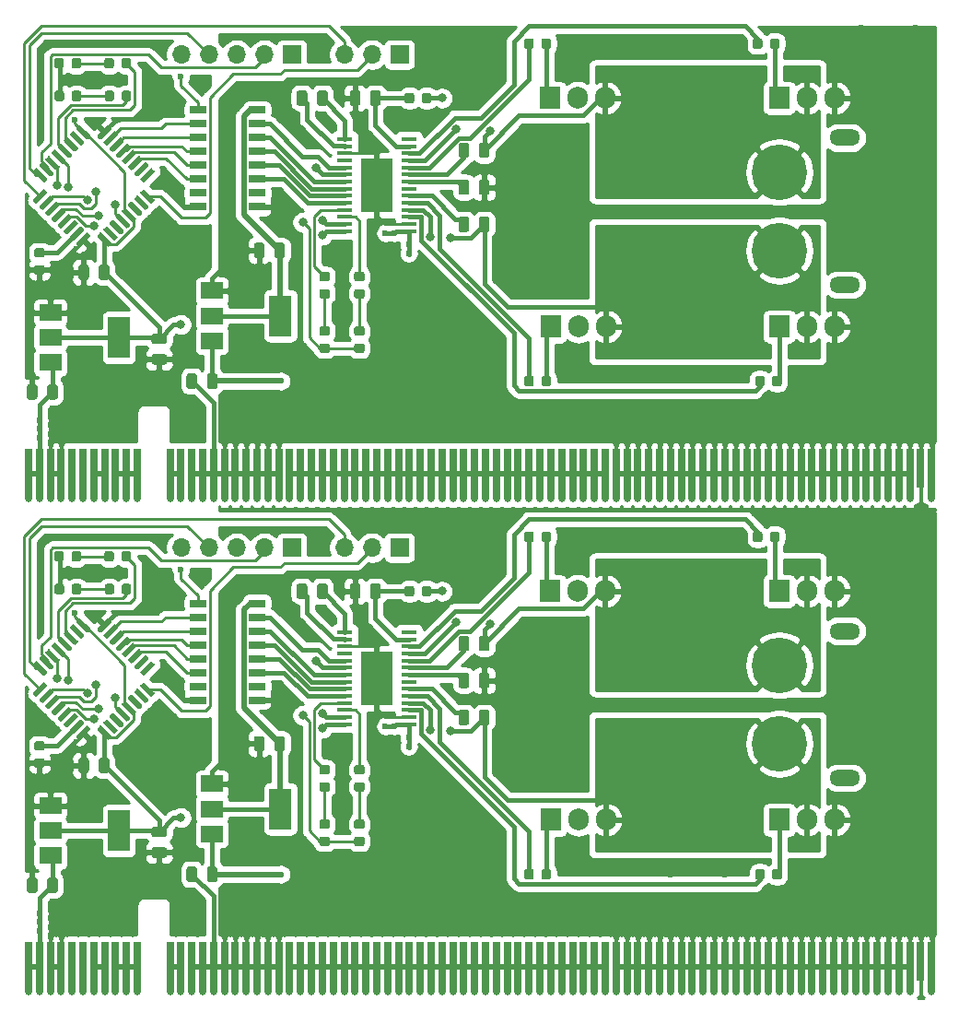
<source format=gtl>
G04 #@! TF.GenerationSoftware,KiCad,Pcbnew,(5.1.5)-3*
G04 #@! TF.CreationDate,2019-12-27T07:31:54+09:00*
G04 #@! TF.ProjectId,CAN_H-Bridge_Solo_MD_fin,43414e5f-482d-4427-9269-6467655f536f,rev?*
G04 #@! TF.SameCoordinates,Original*
G04 #@! TF.FileFunction,Copper,L1,Top*
G04 #@! TF.FilePolarity,Positive*
%FSLAX46Y46*%
G04 Gerber Fmt 4.6, Leading zero omitted, Abs format (unit mm)*
G04 Created by KiCad (PCBNEW (5.1.5)-3) date 2019-12-27 07:31:54*
%MOMM*%
%LPD*%
G04 APERTURE LIST*
%ADD10C,0.100000*%
%ADD11R,1.905000X2.000000*%
%ADD12O,1.905000X2.000000*%
%ADD13C,0.650000*%
%ADD14R,0.650000X4.600000*%
%ADD15R,0.650000X3.600000*%
%ADD16R,1.475000X0.450000*%
%ADD17R,3.000000X5.000000*%
%ADD18R,1.525000X0.650000*%
%ADD19R,1.700000X1.700000*%
%ADD20O,1.700000X1.700000*%
%ADD21R,2.000000X3.800000*%
%ADD22R,2.000000X1.500000*%
%ADD23C,5.100000*%
%ADD24O,2.800000X1.500000*%
%ADD25C,0.600000*%
%ADD26C,0.800000*%
%ADD27C,0.400000*%
%ADD28C,0.500000*%
%ADD29C,0.250000*%
%ADD30C,0.254000*%
G04 APERTURE END LIST*
G04 #@! TA.AperFunction,SMDPad,CuDef*
D10*
G36*
X173240191Y-68226053D02*
G01*
X173261426Y-68229203D01*
X173282250Y-68234419D01*
X173302462Y-68241651D01*
X173321868Y-68250830D01*
X173340281Y-68261866D01*
X173357524Y-68274654D01*
X173373430Y-68289070D01*
X173387846Y-68304976D01*
X173400634Y-68322219D01*
X173411670Y-68340632D01*
X173420849Y-68360038D01*
X173428081Y-68380250D01*
X173433297Y-68401074D01*
X173436447Y-68422309D01*
X173437500Y-68443750D01*
X173437500Y-68956250D01*
X173436447Y-68977691D01*
X173433297Y-68998926D01*
X173428081Y-69019750D01*
X173420849Y-69039962D01*
X173411670Y-69059368D01*
X173400634Y-69077781D01*
X173387846Y-69095024D01*
X173373430Y-69110930D01*
X173357524Y-69125346D01*
X173340281Y-69138134D01*
X173321868Y-69149170D01*
X173302462Y-69158349D01*
X173282250Y-69165581D01*
X173261426Y-69170797D01*
X173240191Y-69173947D01*
X173218750Y-69175000D01*
X172781250Y-69175000D01*
X172759809Y-69173947D01*
X172738574Y-69170797D01*
X172717750Y-69165581D01*
X172697538Y-69158349D01*
X172678132Y-69149170D01*
X172659719Y-69138134D01*
X172642476Y-69125346D01*
X172626570Y-69110930D01*
X172612154Y-69095024D01*
X172599366Y-69077781D01*
X172588330Y-69059368D01*
X172579151Y-69039962D01*
X172571919Y-69019750D01*
X172566703Y-68998926D01*
X172563553Y-68977691D01*
X172562500Y-68956250D01*
X172562500Y-68443750D01*
X172563553Y-68422309D01*
X172566703Y-68401074D01*
X172571919Y-68380250D01*
X172579151Y-68360038D01*
X172588330Y-68340632D01*
X172599366Y-68322219D01*
X172612154Y-68304976D01*
X172626570Y-68289070D01*
X172642476Y-68274654D01*
X172659719Y-68261866D01*
X172678132Y-68250830D01*
X172697538Y-68241651D01*
X172717750Y-68234419D01*
X172738574Y-68229203D01*
X172759809Y-68226053D01*
X172781250Y-68225000D01*
X173218750Y-68225000D01*
X173240191Y-68226053D01*
G37*
G04 #@! TD.AperFunction*
G04 #@! TA.AperFunction,SMDPad,CuDef*
G36*
X174815191Y-68226053D02*
G01*
X174836426Y-68229203D01*
X174857250Y-68234419D01*
X174877462Y-68241651D01*
X174896868Y-68250830D01*
X174915281Y-68261866D01*
X174932524Y-68274654D01*
X174948430Y-68289070D01*
X174962846Y-68304976D01*
X174975634Y-68322219D01*
X174986670Y-68340632D01*
X174995849Y-68360038D01*
X175003081Y-68380250D01*
X175008297Y-68401074D01*
X175011447Y-68422309D01*
X175012500Y-68443750D01*
X175012500Y-68956250D01*
X175011447Y-68977691D01*
X175008297Y-68998926D01*
X175003081Y-69019750D01*
X174995849Y-69039962D01*
X174986670Y-69059368D01*
X174975634Y-69077781D01*
X174962846Y-69095024D01*
X174948430Y-69110930D01*
X174932524Y-69125346D01*
X174915281Y-69138134D01*
X174896868Y-69149170D01*
X174877462Y-69158349D01*
X174857250Y-69165581D01*
X174836426Y-69170797D01*
X174815191Y-69173947D01*
X174793750Y-69175000D01*
X174356250Y-69175000D01*
X174334809Y-69173947D01*
X174313574Y-69170797D01*
X174292750Y-69165581D01*
X174272538Y-69158349D01*
X174253132Y-69149170D01*
X174234719Y-69138134D01*
X174217476Y-69125346D01*
X174201570Y-69110930D01*
X174187154Y-69095024D01*
X174174366Y-69077781D01*
X174163330Y-69059368D01*
X174154151Y-69039962D01*
X174146919Y-69019750D01*
X174141703Y-68998926D01*
X174138553Y-68977691D01*
X174137500Y-68956250D01*
X174137500Y-68443750D01*
X174138553Y-68422309D01*
X174141703Y-68401074D01*
X174146919Y-68380250D01*
X174154151Y-68360038D01*
X174163330Y-68340632D01*
X174174366Y-68322219D01*
X174187154Y-68304976D01*
X174201570Y-68289070D01*
X174217476Y-68274654D01*
X174234719Y-68261866D01*
X174253132Y-68250830D01*
X174272538Y-68241651D01*
X174292750Y-68234419D01*
X174313574Y-68229203D01*
X174334809Y-68226053D01*
X174356250Y-68225000D01*
X174793750Y-68225000D01*
X174815191Y-68226053D01*
G37*
G04 #@! TD.AperFunction*
G04 #@! TA.AperFunction,SMDPad,CuDef*
G36*
X133477691Y-96238553D02*
G01*
X133498926Y-96241703D01*
X133519750Y-96246919D01*
X133539962Y-96254151D01*
X133559368Y-96263330D01*
X133577781Y-96274366D01*
X133595024Y-96287154D01*
X133610930Y-96301570D01*
X133625346Y-96317476D01*
X133638134Y-96334719D01*
X133649170Y-96353132D01*
X133658349Y-96372538D01*
X133665581Y-96392750D01*
X133670797Y-96413574D01*
X133673947Y-96434809D01*
X133675000Y-96456250D01*
X133675000Y-96893750D01*
X133673947Y-96915191D01*
X133670797Y-96936426D01*
X133665581Y-96957250D01*
X133658349Y-96977462D01*
X133649170Y-96996868D01*
X133638134Y-97015281D01*
X133625346Y-97032524D01*
X133610930Y-97048430D01*
X133595024Y-97062846D01*
X133577781Y-97075634D01*
X133559368Y-97086670D01*
X133539962Y-97095849D01*
X133519750Y-97103081D01*
X133498926Y-97108297D01*
X133477691Y-97111447D01*
X133456250Y-97112500D01*
X132943750Y-97112500D01*
X132922309Y-97111447D01*
X132901074Y-97108297D01*
X132880250Y-97103081D01*
X132860038Y-97095849D01*
X132840632Y-97086670D01*
X132822219Y-97075634D01*
X132804976Y-97062846D01*
X132789070Y-97048430D01*
X132774654Y-97032524D01*
X132761866Y-97015281D01*
X132750830Y-96996868D01*
X132741651Y-96977462D01*
X132734419Y-96957250D01*
X132729203Y-96936426D01*
X132726053Y-96915191D01*
X132725000Y-96893750D01*
X132725000Y-96456250D01*
X132726053Y-96434809D01*
X132729203Y-96413574D01*
X132734419Y-96392750D01*
X132741651Y-96372538D01*
X132750830Y-96353132D01*
X132761866Y-96334719D01*
X132774654Y-96317476D01*
X132789070Y-96301570D01*
X132804976Y-96287154D01*
X132822219Y-96274366D01*
X132840632Y-96263330D01*
X132860038Y-96254151D01*
X132880250Y-96246919D01*
X132901074Y-96241703D01*
X132922309Y-96238553D01*
X132943750Y-96237500D01*
X133456250Y-96237500D01*
X133477691Y-96238553D01*
G37*
G04 #@! TD.AperFunction*
G04 #@! TA.AperFunction,SMDPad,CuDef*
G36*
X133477691Y-94663553D02*
G01*
X133498926Y-94666703D01*
X133519750Y-94671919D01*
X133539962Y-94679151D01*
X133559368Y-94688330D01*
X133577781Y-94699366D01*
X133595024Y-94712154D01*
X133610930Y-94726570D01*
X133625346Y-94742476D01*
X133638134Y-94759719D01*
X133649170Y-94778132D01*
X133658349Y-94797538D01*
X133665581Y-94817750D01*
X133670797Y-94838574D01*
X133673947Y-94859809D01*
X133675000Y-94881250D01*
X133675000Y-95318750D01*
X133673947Y-95340191D01*
X133670797Y-95361426D01*
X133665581Y-95382250D01*
X133658349Y-95402462D01*
X133649170Y-95421868D01*
X133638134Y-95440281D01*
X133625346Y-95457524D01*
X133610930Y-95473430D01*
X133595024Y-95487846D01*
X133577781Y-95500634D01*
X133559368Y-95511670D01*
X133539962Y-95520849D01*
X133519750Y-95528081D01*
X133498926Y-95533297D01*
X133477691Y-95536447D01*
X133456250Y-95537500D01*
X132943750Y-95537500D01*
X132922309Y-95536447D01*
X132901074Y-95533297D01*
X132880250Y-95528081D01*
X132860038Y-95520849D01*
X132840632Y-95511670D01*
X132822219Y-95500634D01*
X132804976Y-95487846D01*
X132789070Y-95473430D01*
X132774654Y-95457524D01*
X132761866Y-95440281D01*
X132750830Y-95421868D01*
X132741651Y-95402462D01*
X132734419Y-95382250D01*
X132729203Y-95361426D01*
X132726053Y-95340191D01*
X132725000Y-95318750D01*
X132725000Y-94881250D01*
X132726053Y-94859809D01*
X132729203Y-94838574D01*
X132734419Y-94817750D01*
X132741651Y-94797538D01*
X132750830Y-94778132D01*
X132761866Y-94759719D01*
X132774654Y-94742476D01*
X132789070Y-94726570D01*
X132804976Y-94712154D01*
X132822219Y-94699366D01*
X132840632Y-94688330D01*
X132860038Y-94679151D01*
X132880250Y-94671919D01*
X132901074Y-94666703D01*
X132922309Y-94663553D01*
X132943750Y-94662500D01*
X133456250Y-94662500D01*
X133477691Y-94663553D01*
G37*
G04 #@! TD.AperFunction*
D11*
X175000000Y-94700000D03*
D12*
X177540000Y-94700000D03*
X180080000Y-94700000D03*
G04 #@! TA.AperFunction,SMDPad,CuDef*
D10*
G36*
X133477691Y-89663553D02*
G01*
X133498926Y-89666703D01*
X133519750Y-89671919D01*
X133539962Y-89679151D01*
X133559368Y-89688330D01*
X133577781Y-89699366D01*
X133595024Y-89712154D01*
X133610930Y-89726570D01*
X133625346Y-89742476D01*
X133638134Y-89759719D01*
X133649170Y-89778132D01*
X133658349Y-89797538D01*
X133665581Y-89817750D01*
X133670797Y-89838574D01*
X133673947Y-89859809D01*
X133675000Y-89881250D01*
X133675000Y-90318750D01*
X133673947Y-90340191D01*
X133670797Y-90361426D01*
X133665581Y-90382250D01*
X133658349Y-90402462D01*
X133649170Y-90421868D01*
X133638134Y-90440281D01*
X133625346Y-90457524D01*
X133610930Y-90473430D01*
X133595024Y-90487846D01*
X133577781Y-90500634D01*
X133559368Y-90511670D01*
X133539962Y-90520849D01*
X133519750Y-90528081D01*
X133498926Y-90533297D01*
X133477691Y-90536447D01*
X133456250Y-90537500D01*
X132943750Y-90537500D01*
X132922309Y-90536447D01*
X132901074Y-90533297D01*
X132880250Y-90528081D01*
X132860038Y-90520849D01*
X132840632Y-90511670D01*
X132822219Y-90500634D01*
X132804976Y-90487846D01*
X132789070Y-90473430D01*
X132774654Y-90457524D01*
X132761866Y-90440281D01*
X132750830Y-90421868D01*
X132741651Y-90402462D01*
X132734419Y-90382250D01*
X132729203Y-90361426D01*
X132726053Y-90340191D01*
X132725000Y-90318750D01*
X132725000Y-89881250D01*
X132726053Y-89859809D01*
X132729203Y-89838574D01*
X132734419Y-89817750D01*
X132741651Y-89797538D01*
X132750830Y-89778132D01*
X132761866Y-89759719D01*
X132774654Y-89742476D01*
X132789070Y-89726570D01*
X132804976Y-89712154D01*
X132822219Y-89699366D01*
X132840632Y-89688330D01*
X132860038Y-89679151D01*
X132880250Y-89671919D01*
X132901074Y-89666703D01*
X132922309Y-89663553D01*
X132943750Y-89662500D01*
X133456250Y-89662500D01*
X133477691Y-89663553D01*
G37*
G04 #@! TD.AperFunction*
G04 #@! TA.AperFunction,SMDPad,CuDef*
G36*
X133477691Y-91238553D02*
G01*
X133498926Y-91241703D01*
X133519750Y-91246919D01*
X133539962Y-91254151D01*
X133559368Y-91263330D01*
X133577781Y-91274366D01*
X133595024Y-91287154D01*
X133610930Y-91301570D01*
X133625346Y-91317476D01*
X133638134Y-91334719D01*
X133649170Y-91353132D01*
X133658349Y-91372538D01*
X133665581Y-91392750D01*
X133670797Y-91413574D01*
X133673947Y-91434809D01*
X133675000Y-91456250D01*
X133675000Y-91893750D01*
X133673947Y-91915191D01*
X133670797Y-91936426D01*
X133665581Y-91957250D01*
X133658349Y-91977462D01*
X133649170Y-91996868D01*
X133638134Y-92015281D01*
X133625346Y-92032524D01*
X133610930Y-92048430D01*
X133595024Y-92062846D01*
X133577781Y-92075634D01*
X133559368Y-92086670D01*
X133539962Y-92095849D01*
X133519750Y-92103081D01*
X133498926Y-92108297D01*
X133477691Y-92111447D01*
X133456250Y-92112500D01*
X132943750Y-92112500D01*
X132922309Y-92111447D01*
X132901074Y-92108297D01*
X132880250Y-92103081D01*
X132860038Y-92095849D01*
X132840632Y-92086670D01*
X132822219Y-92075634D01*
X132804976Y-92062846D01*
X132789070Y-92048430D01*
X132774654Y-92032524D01*
X132761866Y-92015281D01*
X132750830Y-91996868D01*
X132741651Y-91977462D01*
X132734419Y-91957250D01*
X132729203Y-91936426D01*
X132726053Y-91915191D01*
X132725000Y-91893750D01*
X132725000Y-91456250D01*
X132726053Y-91434809D01*
X132729203Y-91413574D01*
X132734419Y-91392750D01*
X132741651Y-91372538D01*
X132750830Y-91353132D01*
X132761866Y-91334719D01*
X132774654Y-91317476D01*
X132789070Y-91301570D01*
X132804976Y-91287154D01*
X132822219Y-91274366D01*
X132840632Y-91263330D01*
X132860038Y-91254151D01*
X132880250Y-91246919D01*
X132901074Y-91241703D01*
X132922309Y-91238553D01*
X132943750Y-91237500D01*
X133456250Y-91237500D01*
X133477691Y-91238553D01*
G37*
G04 #@! TD.AperFunction*
D13*
X178000000Y-110500000D03*
X177000000Y-110500000D03*
D14*
X176000000Y-108200000D03*
X177000000Y-108200000D03*
D13*
X168000000Y-110500000D03*
D14*
X170000000Y-108200000D03*
D13*
X172000000Y-110500000D03*
X175000000Y-110500000D03*
X176000000Y-110500000D03*
D14*
X175000000Y-108200000D03*
D13*
X165000000Y-110500000D03*
D14*
X174000000Y-108200000D03*
D13*
X170000000Y-110500000D03*
X166000000Y-110500000D03*
D14*
X166000000Y-108200000D03*
X168000000Y-108200000D03*
X167000000Y-108200000D03*
D13*
X173000000Y-110500000D03*
D14*
X173000000Y-108200000D03*
D13*
X164000000Y-110500000D03*
X161000000Y-110500000D03*
X163000000Y-110500000D03*
X174000000Y-110500000D03*
X169000000Y-110500000D03*
D14*
X169000000Y-108200000D03*
X165000000Y-108200000D03*
D13*
X162000000Y-110500000D03*
X167000000Y-110500000D03*
D14*
X172000000Y-108200000D03*
D13*
X171000000Y-110500000D03*
D14*
X171000000Y-108200000D03*
D13*
X157000000Y-110500000D03*
D14*
X157000000Y-108200000D03*
D13*
X164000000Y-110500000D03*
D14*
X164000000Y-108200000D03*
D13*
X155000000Y-110500000D03*
X149000000Y-110500000D03*
X148000000Y-110500000D03*
X151000000Y-110500000D03*
D14*
X158000000Y-108200000D03*
X161000000Y-108200000D03*
D13*
X150000000Y-110500000D03*
X154000000Y-110500000D03*
D14*
X162000000Y-108200000D03*
D13*
X158000000Y-110500000D03*
X156000000Y-110500000D03*
D14*
X155000000Y-108200000D03*
D13*
X160000000Y-110500000D03*
D14*
X160000000Y-108200000D03*
D13*
X152000000Y-110500000D03*
X153000000Y-110500000D03*
D14*
X163000000Y-108200000D03*
X153000000Y-108200000D03*
X159000000Y-108200000D03*
D13*
X159000000Y-110500000D03*
D14*
X156000000Y-108200000D03*
X152000000Y-108200000D03*
X149000000Y-108200000D03*
X151000000Y-108200000D03*
X154000000Y-108200000D03*
X150000000Y-108200000D03*
D13*
X148000000Y-110500000D03*
D14*
X147000000Y-108200000D03*
X148000000Y-108200000D03*
D13*
X146000000Y-110500000D03*
X145000000Y-110500000D03*
X144000000Y-110500000D03*
X147000000Y-110500000D03*
D14*
X143000000Y-108200000D03*
X144000000Y-108200000D03*
X146000000Y-108200000D03*
X145000000Y-108200000D03*
D13*
X142000000Y-110500000D03*
X141000000Y-110500000D03*
X140000000Y-110500000D03*
X143000000Y-110500000D03*
X139000000Y-110500000D03*
D14*
X140000000Y-108200000D03*
X142000000Y-108200000D03*
X141000000Y-108200000D03*
D13*
X138000000Y-110500000D03*
X137000000Y-110500000D03*
X136000000Y-110500000D03*
X135000000Y-110500000D03*
D14*
X139000000Y-108200000D03*
X136000000Y-108200000D03*
X138000000Y-108200000D03*
X137000000Y-108200000D03*
D13*
X133000000Y-110500000D03*
X132000000Y-110500000D03*
X134000000Y-110500000D03*
D14*
X132000000Y-108200000D03*
X133000000Y-108200000D03*
X135000000Y-108200000D03*
X134000000Y-108200000D03*
X130000000Y-108200000D03*
D13*
X130000000Y-110500000D03*
X125000000Y-110500000D03*
X128000000Y-110500000D03*
X126000000Y-110500000D03*
X129000000Y-110500000D03*
X127000000Y-110500000D03*
D14*
X127000000Y-108200000D03*
X126000000Y-108200000D03*
X128000000Y-108200000D03*
D13*
X131000000Y-110500000D03*
D14*
X131000000Y-108200000D03*
X129000000Y-108200000D03*
D13*
X124000000Y-110500000D03*
D14*
X124000000Y-108200000D03*
D13*
X107000000Y-110500000D03*
X123000000Y-110500000D03*
X122000000Y-110500000D03*
X121000000Y-110500000D03*
X120000000Y-110500000D03*
X119000000Y-110500000D03*
X106000000Y-110500000D03*
X116000000Y-110500000D03*
X115000000Y-110500000D03*
X114000000Y-110500000D03*
X113000000Y-110500000D03*
X112000000Y-110500000D03*
X111000000Y-110500000D03*
X110000000Y-110500000D03*
X109000000Y-110500000D03*
X108000000Y-110500000D03*
D14*
X120000000Y-108200000D03*
X119000000Y-108200000D03*
X125000000Y-108200000D03*
X123000000Y-108200000D03*
X122000000Y-108200000D03*
X121000000Y-108200000D03*
X116000000Y-108200000D03*
X115000000Y-108200000D03*
X114000000Y-108200000D03*
X113000000Y-108200000D03*
X112000000Y-108200000D03*
X111000000Y-108200000D03*
X110000000Y-108200000D03*
X109000000Y-108200000D03*
X108000000Y-108200000D03*
X107000000Y-108200000D03*
X106000000Y-108200000D03*
D13*
X180000000Y-110500000D03*
D14*
X189000000Y-108200000D03*
X182000000Y-108200000D03*
X180000000Y-108200000D03*
D13*
X184000000Y-110500000D03*
D14*
X186000000Y-108200000D03*
D13*
X182000000Y-110500000D03*
D14*
X183000000Y-108200000D03*
D13*
X186000000Y-110500000D03*
X183000000Y-110500000D03*
X181000000Y-110500000D03*
X187000000Y-110500000D03*
D14*
X181000000Y-108200000D03*
X179000000Y-108200000D03*
X187000000Y-108200000D03*
X185000000Y-108200000D03*
D13*
X179000000Y-110500000D03*
D14*
X178000000Y-108200000D03*
X184000000Y-108200000D03*
D13*
X185000000Y-110500000D03*
X189000000Y-110500000D03*
D15*
X188000000Y-107700000D03*
G04 #@! TA.AperFunction,SMDPad,CuDef*
D10*
G36*
X136677691Y-89663553D02*
G01*
X136698926Y-89666703D01*
X136719750Y-89671919D01*
X136739962Y-89679151D01*
X136759368Y-89688330D01*
X136777781Y-89699366D01*
X136795024Y-89712154D01*
X136810930Y-89726570D01*
X136825346Y-89742476D01*
X136838134Y-89759719D01*
X136849170Y-89778132D01*
X136858349Y-89797538D01*
X136865581Y-89817750D01*
X136870797Y-89838574D01*
X136873947Y-89859809D01*
X136875000Y-89881250D01*
X136875000Y-90318750D01*
X136873947Y-90340191D01*
X136870797Y-90361426D01*
X136865581Y-90382250D01*
X136858349Y-90402462D01*
X136849170Y-90421868D01*
X136838134Y-90440281D01*
X136825346Y-90457524D01*
X136810930Y-90473430D01*
X136795024Y-90487846D01*
X136777781Y-90500634D01*
X136759368Y-90511670D01*
X136739962Y-90520849D01*
X136719750Y-90528081D01*
X136698926Y-90533297D01*
X136677691Y-90536447D01*
X136656250Y-90537500D01*
X136143750Y-90537500D01*
X136122309Y-90536447D01*
X136101074Y-90533297D01*
X136080250Y-90528081D01*
X136060038Y-90520849D01*
X136040632Y-90511670D01*
X136022219Y-90500634D01*
X136004976Y-90487846D01*
X135989070Y-90473430D01*
X135974654Y-90457524D01*
X135961866Y-90440281D01*
X135950830Y-90421868D01*
X135941651Y-90402462D01*
X135934419Y-90382250D01*
X135929203Y-90361426D01*
X135926053Y-90340191D01*
X135925000Y-90318750D01*
X135925000Y-89881250D01*
X135926053Y-89859809D01*
X135929203Y-89838574D01*
X135934419Y-89817750D01*
X135941651Y-89797538D01*
X135950830Y-89778132D01*
X135961866Y-89759719D01*
X135974654Y-89742476D01*
X135989070Y-89726570D01*
X136004976Y-89712154D01*
X136022219Y-89699366D01*
X136040632Y-89688330D01*
X136060038Y-89679151D01*
X136080250Y-89671919D01*
X136101074Y-89666703D01*
X136122309Y-89663553D01*
X136143750Y-89662500D01*
X136656250Y-89662500D01*
X136677691Y-89663553D01*
G37*
G04 #@! TD.AperFunction*
G04 #@! TA.AperFunction,SMDPad,CuDef*
G36*
X136677691Y-91238553D02*
G01*
X136698926Y-91241703D01*
X136719750Y-91246919D01*
X136739962Y-91254151D01*
X136759368Y-91263330D01*
X136777781Y-91274366D01*
X136795024Y-91287154D01*
X136810930Y-91301570D01*
X136825346Y-91317476D01*
X136838134Y-91334719D01*
X136849170Y-91353132D01*
X136858349Y-91372538D01*
X136865581Y-91392750D01*
X136870797Y-91413574D01*
X136873947Y-91434809D01*
X136875000Y-91456250D01*
X136875000Y-91893750D01*
X136873947Y-91915191D01*
X136870797Y-91936426D01*
X136865581Y-91957250D01*
X136858349Y-91977462D01*
X136849170Y-91996868D01*
X136838134Y-92015281D01*
X136825346Y-92032524D01*
X136810930Y-92048430D01*
X136795024Y-92062846D01*
X136777781Y-92075634D01*
X136759368Y-92086670D01*
X136739962Y-92095849D01*
X136719750Y-92103081D01*
X136698926Y-92108297D01*
X136677691Y-92111447D01*
X136656250Y-92112500D01*
X136143750Y-92112500D01*
X136122309Y-92111447D01*
X136101074Y-92108297D01*
X136080250Y-92103081D01*
X136060038Y-92095849D01*
X136040632Y-92086670D01*
X136022219Y-92075634D01*
X136004976Y-92062846D01*
X135989070Y-92048430D01*
X135974654Y-92032524D01*
X135961866Y-92015281D01*
X135950830Y-91996868D01*
X135941651Y-91977462D01*
X135934419Y-91957250D01*
X135929203Y-91936426D01*
X135926053Y-91915191D01*
X135925000Y-91893750D01*
X135925000Y-91456250D01*
X135926053Y-91434809D01*
X135929203Y-91413574D01*
X135934419Y-91392750D01*
X135941651Y-91372538D01*
X135950830Y-91353132D01*
X135961866Y-91334719D01*
X135974654Y-91317476D01*
X135989070Y-91301570D01*
X136004976Y-91287154D01*
X136022219Y-91274366D01*
X136040632Y-91263330D01*
X136060038Y-91254151D01*
X136080250Y-91246919D01*
X136101074Y-91241703D01*
X136122309Y-91238553D01*
X136143750Y-91237500D01*
X136656250Y-91237500D01*
X136677691Y-91238553D01*
G37*
G04 #@! TD.AperFunction*
D16*
X140938000Y-85925000D03*
X140938000Y-85275000D03*
X140938000Y-84625000D03*
X140938000Y-83975000D03*
X140938000Y-83325000D03*
X140938000Y-82675000D03*
X140938000Y-82025000D03*
X140938000Y-81375000D03*
X140938000Y-80725000D03*
X140938000Y-80075000D03*
X140938000Y-79425000D03*
X140938000Y-78775000D03*
X140938000Y-78125000D03*
X140938000Y-77475000D03*
X135062000Y-77475000D03*
X135062000Y-78125000D03*
X135062000Y-78775000D03*
X135062000Y-79425000D03*
X135062000Y-80075000D03*
X135062000Y-80725000D03*
X135062000Y-81375000D03*
X135062000Y-82025000D03*
X135062000Y-82675000D03*
X135062000Y-83325000D03*
X135062000Y-83975000D03*
X135062000Y-84625000D03*
X135062000Y-85275000D03*
X135062000Y-85925000D03*
D17*
X138000000Y-81700000D03*
D11*
X153920000Y-73700000D03*
D12*
X156460000Y-73700000D03*
X159000000Y-73700000D03*
D18*
X121576000Y-74810000D03*
X121576000Y-76080000D03*
X121576000Y-77350000D03*
X121576000Y-78620000D03*
X121576000Y-79890000D03*
X121576000Y-81160000D03*
X121576000Y-82430000D03*
X121576000Y-83700000D03*
X127000000Y-83700000D03*
X127000000Y-82430000D03*
X127000000Y-81160000D03*
X127000000Y-79890000D03*
X127000000Y-78620000D03*
X127000000Y-77350000D03*
X127000000Y-76080000D03*
X127000000Y-74810000D03*
D19*
X140080000Y-69700000D03*
D20*
X137540000Y-69700000D03*
X135000000Y-69700000D03*
G04 #@! TA.AperFunction,SMDPad,CuDef*
D10*
G36*
X152240191Y-68226053D02*
G01*
X152261426Y-68229203D01*
X152282250Y-68234419D01*
X152302462Y-68241651D01*
X152321868Y-68250830D01*
X152340281Y-68261866D01*
X152357524Y-68274654D01*
X152373430Y-68289070D01*
X152387846Y-68304976D01*
X152400634Y-68322219D01*
X152411670Y-68340632D01*
X152420849Y-68360038D01*
X152428081Y-68380250D01*
X152433297Y-68401074D01*
X152436447Y-68422309D01*
X152437500Y-68443750D01*
X152437500Y-68956250D01*
X152436447Y-68977691D01*
X152433297Y-68998926D01*
X152428081Y-69019750D01*
X152420849Y-69039962D01*
X152411670Y-69059368D01*
X152400634Y-69077781D01*
X152387846Y-69095024D01*
X152373430Y-69110930D01*
X152357524Y-69125346D01*
X152340281Y-69138134D01*
X152321868Y-69149170D01*
X152302462Y-69158349D01*
X152282250Y-69165581D01*
X152261426Y-69170797D01*
X152240191Y-69173947D01*
X152218750Y-69175000D01*
X151781250Y-69175000D01*
X151759809Y-69173947D01*
X151738574Y-69170797D01*
X151717750Y-69165581D01*
X151697538Y-69158349D01*
X151678132Y-69149170D01*
X151659719Y-69138134D01*
X151642476Y-69125346D01*
X151626570Y-69110930D01*
X151612154Y-69095024D01*
X151599366Y-69077781D01*
X151588330Y-69059368D01*
X151579151Y-69039962D01*
X151571919Y-69019750D01*
X151566703Y-68998926D01*
X151563553Y-68977691D01*
X151562500Y-68956250D01*
X151562500Y-68443750D01*
X151563553Y-68422309D01*
X151566703Y-68401074D01*
X151571919Y-68380250D01*
X151579151Y-68360038D01*
X151588330Y-68340632D01*
X151599366Y-68322219D01*
X151612154Y-68304976D01*
X151626570Y-68289070D01*
X151642476Y-68274654D01*
X151659719Y-68261866D01*
X151678132Y-68250830D01*
X151697538Y-68241651D01*
X151717750Y-68234419D01*
X151738574Y-68229203D01*
X151759809Y-68226053D01*
X151781250Y-68225000D01*
X152218750Y-68225000D01*
X152240191Y-68226053D01*
G37*
G04 #@! TD.AperFunction*
G04 #@! TA.AperFunction,SMDPad,CuDef*
G36*
X153815191Y-68226053D02*
G01*
X153836426Y-68229203D01*
X153857250Y-68234419D01*
X153877462Y-68241651D01*
X153896868Y-68250830D01*
X153915281Y-68261866D01*
X153932524Y-68274654D01*
X153948430Y-68289070D01*
X153962846Y-68304976D01*
X153975634Y-68322219D01*
X153986670Y-68340632D01*
X153995849Y-68360038D01*
X154003081Y-68380250D01*
X154008297Y-68401074D01*
X154011447Y-68422309D01*
X154012500Y-68443750D01*
X154012500Y-68956250D01*
X154011447Y-68977691D01*
X154008297Y-68998926D01*
X154003081Y-69019750D01*
X153995849Y-69039962D01*
X153986670Y-69059368D01*
X153975634Y-69077781D01*
X153962846Y-69095024D01*
X153948430Y-69110930D01*
X153932524Y-69125346D01*
X153915281Y-69138134D01*
X153896868Y-69149170D01*
X153877462Y-69158349D01*
X153857250Y-69165581D01*
X153836426Y-69170797D01*
X153815191Y-69173947D01*
X153793750Y-69175000D01*
X153356250Y-69175000D01*
X153334809Y-69173947D01*
X153313574Y-69170797D01*
X153292750Y-69165581D01*
X153272538Y-69158349D01*
X153253132Y-69149170D01*
X153234719Y-69138134D01*
X153217476Y-69125346D01*
X153201570Y-69110930D01*
X153187154Y-69095024D01*
X153174366Y-69077781D01*
X153163330Y-69059368D01*
X153154151Y-69039962D01*
X153146919Y-69019750D01*
X153141703Y-68998926D01*
X153138553Y-68977691D01*
X153137500Y-68956250D01*
X153137500Y-68443750D01*
X153138553Y-68422309D01*
X153141703Y-68401074D01*
X153146919Y-68380250D01*
X153154151Y-68360038D01*
X153163330Y-68340632D01*
X153174366Y-68322219D01*
X153187154Y-68304976D01*
X153201570Y-68289070D01*
X153217476Y-68274654D01*
X153234719Y-68261866D01*
X153253132Y-68250830D01*
X153272538Y-68241651D01*
X153292750Y-68234419D01*
X153313574Y-68229203D01*
X153334809Y-68226053D01*
X153356250Y-68225000D01*
X153793750Y-68225000D01*
X153815191Y-68226053D01*
G37*
G04 #@! TD.AperFunction*
G04 #@! TA.AperFunction,SMDPad,CuDef*
G36*
X113640191Y-70026053D02*
G01*
X113661426Y-70029203D01*
X113682250Y-70034419D01*
X113702462Y-70041651D01*
X113721868Y-70050830D01*
X113740281Y-70061866D01*
X113757524Y-70074654D01*
X113773430Y-70089070D01*
X113787846Y-70104976D01*
X113800634Y-70122219D01*
X113811670Y-70140632D01*
X113820849Y-70160038D01*
X113828081Y-70180250D01*
X113833297Y-70201074D01*
X113836447Y-70222309D01*
X113837500Y-70243750D01*
X113837500Y-70756250D01*
X113836447Y-70777691D01*
X113833297Y-70798926D01*
X113828081Y-70819750D01*
X113820849Y-70839962D01*
X113811670Y-70859368D01*
X113800634Y-70877781D01*
X113787846Y-70895024D01*
X113773430Y-70910930D01*
X113757524Y-70925346D01*
X113740281Y-70938134D01*
X113721868Y-70949170D01*
X113702462Y-70958349D01*
X113682250Y-70965581D01*
X113661426Y-70970797D01*
X113640191Y-70973947D01*
X113618750Y-70975000D01*
X113181250Y-70975000D01*
X113159809Y-70973947D01*
X113138574Y-70970797D01*
X113117750Y-70965581D01*
X113097538Y-70958349D01*
X113078132Y-70949170D01*
X113059719Y-70938134D01*
X113042476Y-70925346D01*
X113026570Y-70910930D01*
X113012154Y-70895024D01*
X112999366Y-70877781D01*
X112988330Y-70859368D01*
X112979151Y-70839962D01*
X112971919Y-70819750D01*
X112966703Y-70798926D01*
X112963553Y-70777691D01*
X112962500Y-70756250D01*
X112962500Y-70243750D01*
X112963553Y-70222309D01*
X112966703Y-70201074D01*
X112971919Y-70180250D01*
X112979151Y-70160038D01*
X112988330Y-70140632D01*
X112999366Y-70122219D01*
X113012154Y-70104976D01*
X113026570Y-70089070D01*
X113042476Y-70074654D01*
X113059719Y-70061866D01*
X113078132Y-70050830D01*
X113097538Y-70041651D01*
X113117750Y-70034419D01*
X113138574Y-70029203D01*
X113159809Y-70026053D01*
X113181250Y-70025000D01*
X113618750Y-70025000D01*
X113640191Y-70026053D01*
G37*
G04 #@! TD.AperFunction*
G04 #@! TA.AperFunction,SMDPad,CuDef*
G36*
X115215191Y-70026053D02*
G01*
X115236426Y-70029203D01*
X115257250Y-70034419D01*
X115277462Y-70041651D01*
X115296868Y-70050830D01*
X115315281Y-70061866D01*
X115332524Y-70074654D01*
X115348430Y-70089070D01*
X115362846Y-70104976D01*
X115375634Y-70122219D01*
X115386670Y-70140632D01*
X115395849Y-70160038D01*
X115403081Y-70180250D01*
X115408297Y-70201074D01*
X115411447Y-70222309D01*
X115412500Y-70243750D01*
X115412500Y-70756250D01*
X115411447Y-70777691D01*
X115408297Y-70798926D01*
X115403081Y-70819750D01*
X115395849Y-70839962D01*
X115386670Y-70859368D01*
X115375634Y-70877781D01*
X115362846Y-70895024D01*
X115348430Y-70910930D01*
X115332524Y-70925346D01*
X115315281Y-70938134D01*
X115296868Y-70949170D01*
X115277462Y-70958349D01*
X115257250Y-70965581D01*
X115236426Y-70970797D01*
X115215191Y-70973947D01*
X115193750Y-70975000D01*
X114756250Y-70975000D01*
X114734809Y-70973947D01*
X114713574Y-70970797D01*
X114692750Y-70965581D01*
X114672538Y-70958349D01*
X114653132Y-70949170D01*
X114634719Y-70938134D01*
X114617476Y-70925346D01*
X114601570Y-70910930D01*
X114587154Y-70895024D01*
X114574366Y-70877781D01*
X114563330Y-70859368D01*
X114554151Y-70839962D01*
X114546919Y-70819750D01*
X114541703Y-70798926D01*
X114538553Y-70777691D01*
X114537500Y-70756250D01*
X114537500Y-70243750D01*
X114538553Y-70222309D01*
X114541703Y-70201074D01*
X114546919Y-70180250D01*
X114554151Y-70160038D01*
X114563330Y-70140632D01*
X114574366Y-70122219D01*
X114587154Y-70104976D01*
X114601570Y-70089070D01*
X114617476Y-70074654D01*
X114634719Y-70061866D01*
X114653132Y-70050830D01*
X114672538Y-70041651D01*
X114692750Y-70034419D01*
X114713574Y-70029203D01*
X114734809Y-70026053D01*
X114756250Y-70025000D01*
X115193750Y-70025000D01*
X115215191Y-70026053D01*
G37*
G04 #@! TD.AperFunction*
G04 #@! TA.AperFunction,SMDPad,CuDef*
G36*
X107277691Y-87476053D02*
G01*
X107298926Y-87479203D01*
X107319750Y-87484419D01*
X107339962Y-87491651D01*
X107359368Y-87500830D01*
X107377781Y-87511866D01*
X107395024Y-87524654D01*
X107410930Y-87539070D01*
X107425346Y-87554976D01*
X107438134Y-87572219D01*
X107449170Y-87590632D01*
X107458349Y-87610038D01*
X107465581Y-87630250D01*
X107470797Y-87651074D01*
X107473947Y-87672309D01*
X107475000Y-87693750D01*
X107475000Y-88131250D01*
X107473947Y-88152691D01*
X107470797Y-88173926D01*
X107465581Y-88194750D01*
X107458349Y-88214962D01*
X107449170Y-88234368D01*
X107438134Y-88252781D01*
X107425346Y-88270024D01*
X107410930Y-88285930D01*
X107395024Y-88300346D01*
X107377781Y-88313134D01*
X107359368Y-88324170D01*
X107339962Y-88333349D01*
X107319750Y-88340581D01*
X107298926Y-88345797D01*
X107277691Y-88348947D01*
X107256250Y-88350000D01*
X106743750Y-88350000D01*
X106722309Y-88348947D01*
X106701074Y-88345797D01*
X106680250Y-88340581D01*
X106660038Y-88333349D01*
X106640632Y-88324170D01*
X106622219Y-88313134D01*
X106604976Y-88300346D01*
X106589070Y-88285930D01*
X106574654Y-88270024D01*
X106561866Y-88252781D01*
X106550830Y-88234368D01*
X106541651Y-88214962D01*
X106534419Y-88194750D01*
X106529203Y-88173926D01*
X106526053Y-88152691D01*
X106525000Y-88131250D01*
X106525000Y-87693750D01*
X106526053Y-87672309D01*
X106529203Y-87651074D01*
X106534419Y-87630250D01*
X106541651Y-87610038D01*
X106550830Y-87590632D01*
X106561866Y-87572219D01*
X106574654Y-87554976D01*
X106589070Y-87539070D01*
X106604976Y-87524654D01*
X106622219Y-87511866D01*
X106640632Y-87500830D01*
X106660038Y-87491651D01*
X106680250Y-87484419D01*
X106701074Y-87479203D01*
X106722309Y-87476053D01*
X106743750Y-87475000D01*
X107256250Y-87475000D01*
X107277691Y-87476053D01*
G37*
G04 #@! TD.AperFunction*
G04 #@! TA.AperFunction,SMDPad,CuDef*
G36*
X107277691Y-89051053D02*
G01*
X107298926Y-89054203D01*
X107319750Y-89059419D01*
X107339962Y-89066651D01*
X107359368Y-89075830D01*
X107377781Y-89086866D01*
X107395024Y-89099654D01*
X107410930Y-89114070D01*
X107425346Y-89129976D01*
X107438134Y-89147219D01*
X107449170Y-89165632D01*
X107458349Y-89185038D01*
X107465581Y-89205250D01*
X107470797Y-89226074D01*
X107473947Y-89247309D01*
X107475000Y-89268750D01*
X107475000Y-89706250D01*
X107473947Y-89727691D01*
X107470797Y-89748926D01*
X107465581Y-89769750D01*
X107458349Y-89789962D01*
X107449170Y-89809368D01*
X107438134Y-89827781D01*
X107425346Y-89845024D01*
X107410930Y-89860930D01*
X107395024Y-89875346D01*
X107377781Y-89888134D01*
X107359368Y-89899170D01*
X107339962Y-89908349D01*
X107319750Y-89915581D01*
X107298926Y-89920797D01*
X107277691Y-89923947D01*
X107256250Y-89925000D01*
X106743750Y-89925000D01*
X106722309Y-89923947D01*
X106701074Y-89920797D01*
X106680250Y-89915581D01*
X106660038Y-89908349D01*
X106640632Y-89899170D01*
X106622219Y-89888134D01*
X106604976Y-89875346D01*
X106589070Y-89860930D01*
X106574654Y-89845024D01*
X106561866Y-89827781D01*
X106550830Y-89809368D01*
X106541651Y-89789962D01*
X106534419Y-89769750D01*
X106529203Y-89748926D01*
X106526053Y-89727691D01*
X106525000Y-89706250D01*
X106525000Y-89268750D01*
X106526053Y-89247309D01*
X106529203Y-89226074D01*
X106534419Y-89205250D01*
X106541651Y-89185038D01*
X106550830Y-89165632D01*
X106561866Y-89147219D01*
X106574654Y-89129976D01*
X106589070Y-89114070D01*
X106604976Y-89099654D01*
X106622219Y-89086866D01*
X106640632Y-89075830D01*
X106660038Y-89066651D01*
X106680250Y-89059419D01*
X106701074Y-89054203D01*
X106722309Y-89051053D01*
X106743750Y-89050000D01*
X107256250Y-89050000D01*
X107277691Y-89051053D01*
G37*
G04 #@! TD.AperFunction*
D11*
X154000000Y-94700000D03*
D12*
X156540000Y-94700000D03*
X159080000Y-94700000D03*
D11*
X175000000Y-73700000D03*
D12*
X177540000Y-73700000D03*
X180080000Y-73700000D03*
G04 #@! TA.AperFunction,SMDPad,CuDef*
D10*
G36*
X109040191Y-70026053D02*
G01*
X109061426Y-70029203D01*
X109082250Y-70034419D01*
X109102462Y-70041651D01*
X109121868Y-70050830D01*
X109140281Y-70061866D01*
X109157524Y-70074654D01*
X109173430Y-70089070D01*
X109187846Y-70104976D01*
X109200634Y-70122219D01*
X109211670Y-70140632D01*
X109220849Y-70160038D01*
X109228081Y-70180250D01*
X109233297Y-70201074D01*
X109236447Y-70222309D01*
X109237500Y-70243750D01*
X109237500Y-70756250D01*
X109236447Y-70777691D01*
X109233297Y-70798926D01*
X109228081Y-70819750D01*
X109220849Y-70839962D01*
X109211670Y-70859368D01*
X109200634Y-70877781D01*
X109187846Y-70895024D01*
X109173430Y-70910930D01*
X109157524Y-70925346D01*
X109140281Y-70938134D01*
X109121868Y-70949170D01*
X109102462Y-70958349D01*
X109082250Y-70965581D01*
X109061426Y-70970797D01*
X109040191Y-70973947D01*
X109018750Y-70975000D01*
X108581250Y-70975000D01*
X108559809Y-70973947D01*
X108538574Y-70970797D01*
X108517750Y-70965581D01*
X108497538Y-70958349D01*
X108478132Y-70949170D01*
X108459719Y-70938134D01*
X108442476Y-70925346D01*
X108426570Y-70910930D01*
X108412154Y-70895024D01*
X108399366Y-70877781D01*
X108388330Y-70859368D01*
X108379151Y-70839962D01*
X108371919Y-70819750D01*
X108366703Y-70798926D01*
X108363553Y-70777691D01*
X108362500Y-70756250D01*
X108362500Y-70243750D01*
X108363553Y-70222309D01*
X108366703Y-70201074D01*
X108371919Y-70180250D01*
X108379151Y-70160038D01*
X108388330Y-70140632D01*
X108399366Y-70122219D01*
X108412154Y-70104976D01*
X108426570Y-70089070D01*
X108442476Y-70074654D01*
X108459719Y-70061866D01*
X108478132Y-70050830D01*
X108497538Y-70041651D01*
X108517750Y-70034419D01*
X108538574Y-70029203D01*
X108559809Y-70026053D01*
X108581250Y-70025000D01*
X109018750Y-70025000D01*
X109040191Y-70026053D01*
G37*
G04 #@! TD.AperFunction*
G04 #@! TA.AperFunction,SMDPad,CuDef*
G36*
X110615191Y-70026053D02*
G01*
X110636426Y-70029203D01*
X110657250Y-70034419D01*
X110677462Y-70041651D01*
X110696868Y-70050830D01*
X110715281Y-70061866D01*
X110732524Y-70074654D01*
X110748430Y-70089070D01*
X110762846Y-70104976D01*
X110775634Y-70122219D01*
X110786670Y-70140632D01*
X110795849Y-70160038D01*
X110803081Y-70180250D01*
X110808297Y-70201074D01*
X110811447Y-70222309D01*
X110812500Y-70243750D01*
X110812500Y-70756250D01*
X110811447Y-70777691D01*
X110808297Y-70798926D01*
X110803081Y-70819750D01*
X110795849Y-70839962D01*
X110786670Y-70859368D01*
X110775634Y-70877781D01*
X110762846Y-70895024D01*
X110748430Y-70910930D01*
X110732524Y-70925346D01*
X110715281Y-70938134D01*
X110696868Y-70949170D01*
X110677462Y-70958349D01*
X110657250Y-70965581D01*
X110636426Y-70970797D01*
X110615191Y-70973947D01*
X110593750Y-70975000D01*
X110156250Y-70975000D01*
X110134809Y-70973947D01*
X110113574Y-70970797D01*
X110092750Y-70965581D01*
X110072538Y-70958349D01*
X110053132Y-70949170D01*
X110034719Y-70938134D01*
X110017476Y-70925346D01*
X110001570Y-70910930D01*
X109987154Y-70895024D01*
X109974366Y-70877781D01*
X109963330Y-70859368D01*
X109954151Y-70839962D01*
X109946919Y-70819750D01*
X109941703Y-70798926D01*
X109938553Y-70777691D01*
X109937500Y-70756250D01*
X109937500Y-70243750D01*
X109938553Y-70222309D01*
X109941703Y-70201074D01*
X109946919Y-70180250D01*
X109954151Y-70160038D01*
X109963330Y-70140632D01*
X109974366Y-70122219D01*
X109987154Y-70104976D01*
X110001570Y-70089070D01*
X110017476Y-70074654D01*
X110034719Y-70061866D01*
X110053132Y-70050830D01*
X110072538Y-70041651D01*
X110092750Y-70034419D01*
X110113574Y-70029203D01*
X110134809Y-70026053D01*
X110156250Y-70025000D01*
X110593750Y-70025000D01*
X110615191Y-70026053D01*
G37*
G04 #@! TD.AperFunction*
D19*
X130200000Y-69700000D03*
D20*
X127660000Y-69700000D03*
X125120000Y-69700000D03*
X122580000Y-69700000D03*
X120040000Y-69700000D03*
G04 #@! TA.AperFunction,SMDPad,CuDef*
D10*
G36*
X141240191Y-73226053D02*
G01*
X141261426Y-73229203D01*
X141282250Y-73234419D01*
X141302462Y-73241651D01*
X141321868Y-73250830D01*
X141340281Y-73261866D01*
X141357524Y-73274654D01*
X141373430Y-73289070D01*
X141387846Y-73304976D01*
X141400634Y-73322219D01*
X141411670Y-73340632D01*
X141420849Y-73360038D01*
X141428081Y-73380250D01*
X141433297Y-73401074D01*
X141436447Y-73422309D01*
X141437500Y-73443750D01*
X141437500Y-73956250D01*
X141436447Y-73977691D01*
X141433297Y-73998926D01*
X141428081Y-74019750D01*
X141420849Y-74039962D01*
X141411670Y-74059368D01*
X141400634Y-74077781D01*
X141387846Y-74095024D01*
X141373430Y-74110930D01*
X141357524Y-74125346D01*
X141340281Y-74138134D01*
X141321868Y-74149170D01*
X141302462Y-74158349D01*
X141282250Y-74165581D01*
X141261426Y-74170797D01*
X141240191Y-74173947D01*
X141218750Y-74175000D01*
X140781250Y-74175000D01*
X140759809Y-74173947D01*
X140738574Y-74170797D01*
X140717750Y-74165581D01*
X140697538Y-74158349D01*
X140678132Y-74149170D01*
X140659719Y-74138134D01*
X140642476Y-74125346D01*
X140626570Y-74110930D01*
X140612154Y-74095024D01*
X140599366Y-74077781D01*
X140588330Y-74059368D01*
X140579151Y-74039962D01*
X140571919Y-74019750D01*
X140566703Y-73998926D01*
X140563553Y-73977691D01*
X140562500Y-73956250D01*
X140562500Y-73443750D01*
X140563553Y-73422309D01*
X140566703Y-73401074D01*
X140571919Y-73380250D01*
X140579151Y-73360038D01*
X140588330Y-73340632D01*
X140599366Y-73322219D01*
X140612154Y-73304976D01*
X140626570Y-73289070D01*
X140642476Y-73274654D01*
X140659719Y-73261866D01*
X140678132Y-73250830D01*
X140697538Y-73241651D01*
X140717750Y-73234419D01*
X140738574Y-73229203D01*
X140759809Y-73226053D01*
X140781250Y-73225000D01*
X141218750Y-73225000D01*
X141240191Y-73226053D01*
G37*
G04 #@! TD.AperFunction*
G04 #@! TA.AperFunction,SMDPad,CuDef*
G36*
X142815191Y-73226053D02*
G01*
X142836426Y-73229203D01*
X142857250Y-73234419D01*
X142877462Y-73241651D01*
X142896868Y-73250830D01*
X142915281Y-73261866D01*
X142932524Y-73274654D01*
X142948430Y-73289070D01*
X142962846Y-73304976D01*
X142975634Y-73322219D01*
X142986670Y-73340632D01*
X142995849Y-73360038D01*
X143003081Y-73380250D01*
X143008297Y-73401074D01*
X143011447Y-73422309D01*
X143012500Y-73443750D01*
X143012500Y-73956250D01*
X143011447Y-73977691D01*
X143008297Y-73998926D01*
X143003081Y-74019750D01*
X142995849Y-74039962D01*
X142986670Y-74059368D01*
X142975634Y-74077781D01*
X142962846Y-74095024D01*
X142948430Y-74110930D01*
X142932524Y-74125346D01*
X142915281Y-74138134D01*
X142896868Y-74149170D01*
X142877462Y-74158349D01*
X142857250Y-74165581D01*
X142836426Y-74170797D01*
X142815191Y-74173947D01*
X142793750Y-74175000D01*
X142356250Y-74175000D01*
X142334809Y-74173947D01*
X142313574Y-74170797D01*
X142292750Y-74165581D01*
X142272538Y-74158349D01*
X142253132Y-74149170D01*
X142234719Y-74138134D01*
X142217476Y-74125346D01*
X142201570Y-74110930D01*
X142187154Y-74095024D01*
X142174366Y-74077781D01*
X142163330Y-74059368D01*
X142154151Y-74039962D01*
X142146919Y-74019750D01*
X142141703Y-73998926D01*
X142138553Y-73977691D01*
X142137500Y-73956250D01*
X142137500Y-73443750D01*
X142138553Y-73422309D01*
X142141703Y-73401074D01*
X142146919Y-73380250D01*
X142154151Y-73360038D01*
X142163330Y-73340632D01*
X142174366Y-73322219D01*
X142187154Y-73304976D01*
X142201570Y-73289070D01*
X142217476Y-73274654D01*
X142234719Y-73261866D01*
X142253132Y-73250830D01*
X142272538Y-73241651D01*
X142292750Y-73234419D01*
X142313574Y-73229203D01*
X142334809Y-73226053D01*
X142356250Y-73225000D01*
X142793750Y-73225000D01*
X142815191Y-73226053D01*
G37*
G04 #@! TD.AperFunction*
G04 #@! TA.AperFunction,SMDPad,CuDef*
G36*
X146267642Y-84601174D02*
G01*
X146291303Y-84604684D01*
X146314507Y-84610496D01*
X146337029Y-84618554D01*
X146358653Y-84628782D01*
X146379170Y-84641079D01*
X146398383Y-84655329D01*
X146416107Y-84671393D01*
X146432171Y-84689117D01*
X146446421Y-84708330D01*
X146458718Y-84728847D01*
X146468946Y-84750471D01*
X146477004Y-84772993D01*
X146482816Y-84796197D01*
X146486326Y-84819858D01*
X146487500Y-84843750D01*
X146487500Y-85756250D01*
X146486326Y-85780142D01*
X146482816Y-85803803D01*
X146477004Y-85827007D01*
X146468946Y-85849529D01*
X146458718Y-85871153D01*
X146446421Y-85891670D01*
X146432171Y-85910883D01*
X146416107Y-85928607D01*
X146398383Y-85944671D01*
X146379170Y-85958921D01*
X146358653Y-85971218D01*
X146337029Y-85981446D01*
X146314507Y-85989504D01*
X146291303Y-85995316D01*
X146267642Y-85998826D01*
X146243750Y-86000000D01*
X145756250Y-86000000D01*
X145732358Y-85998826D01*
X145708697Y-85995316D01*
X145685493Y-85989504D01*
X145662971Y-85981446D01*
X145641347Y-85971218D01*
X145620830Y-85958921D01*
X145601617Y-85944671D01*
X145583893Y-85928607D01*
X145567829Y-85910883D01*
X145553579Y-85891670D01*
X145541282Y-85871153D01*
X145531054Y-85849529D01*
X145522996Y-85827007D01*
X145517184Y-85803803D01*
X145513674Y-85780142D01*
X145512500Y-85756250D01*
X145512500Y-84843750D01*
X145513674Y-84819858D01*
X145517184Y-84796197D01*
X145522996Y-84772993D01*
X145531054Y-84750471D01*
X145541282Y-84728847D01*
X145553579Y-84708330D01*
X145567829Y-84689117D01*
X145583893Y-84671393D01*
X145601617Y-84655329D01*
X145620830Y-84641079D01*
X145641347Y-84628782D01*
X145662971Y-84618554D01*
X145685493Y-84610496D01*
X145708697Y-84604684D01*
X145732358Y-84601174D01*
X145756250Y-84600000D01*
X146243750Y-84600000D01*
X146267642Y-84601174D01*
G37*
G04 #@! TD.AperFunction*
G04 #@! TA.AperFunction,SMDPad,CuDef*
G36*
X148142642Y-84601174D02*
G01*
X148166303Y-84604684D01*
X148189507Y-84610496D01*
X148212029Y-84618554D01*
X148233653Y-84628782D01*
X148254170Y-84641079D01*
X148273383Y-84655329D01*
X148291107Y-84671393D01*
X148307171Y-84689117D01*
X148321421Y-84708330D01*
X148333718Y-84728847D01*
X148343946Y-84750471D01*
X148352004Y-84772993D01*
X148357816Y-84796197D01*
X148361326Y-84819858D01*
X148362500Y-84843750D01*
X148362500Y-85756250D01*
X148361326Y-85780142D01*
X148357816Y-85803803D01*
X148352004Y-85827007D01*
X148343946Y-85849529D01*
X148333718Y-85871153D01*
X148321421Y-85891670D01*
X148307171Y-85910883D01*
X148291107Y-85928607D01*
X148273383Y-85944671D01*
X148254170Y-85958921D01*
X148233653Y-85971218D01*
X148212029Y-85981446D01*
X148189507Y-85989504D01*
X148166303Y-85995316D01*
X148142642Y-85998826D01*
X148118750Y-86000000D01*
X147631250Y-86000000D01*
X147607358Y-85998826D01*
X147583697Y-85995316D01*
X147560493Y-85989504D01*
X147537971Y-85981446D01*
X147516347Y-85971218D01*
X147495830Y-85958921D01*
X147476617Y-85944671D01*
X147458893Y-85928607D01*
X147442829Y-85910883D01*
X147428579Y-85891670D01*
X147416282Y-85871153D01*
X147406054Y-85849529D01*
X147397996Y-85827007D01*
X147392184Y-85803803D01*
X147388674Y-85780142D01*
X147387500Y-85756250D01*
X147387500Y-84843750D01*
X147388674Y-84819858D01*
X147392184Y-84796197D01*
X147397996Y-84772993D01*
X147406054Y-84750471D01*
X147416282Y-84728847D01*
X147428579Y-84708330D01*
X147442829Y-84689117D01*
X147458893Y-84671393D01*
X147476617Y-84655329D01*
X147495830Y-84641079D01*
X147516347Y-84628782D01*
X147537971Y-84618554D01*
X147560493Y-84610496D01*
X147583697Y-84604684D01*
X147607358Y-84601174D01*
X147631250Y-84600000D01*
X148118750Y-84600000D01*
X148142642Y-84601174D01*
G37*
G04 #@! TD.AperFunction*
G04 #@! TA.AperFunction,SMDPad,CuDef*
G36*
X113665191Y-73026053D02*
G01*
X113686426Y-73029203D01*
X113707250Y-73034419D01*
X113727462Y-73041651D01*
X113746868Y-73050830D01*
X113765281Y-73061866D01*
X113782524Y-73074654D01*
X113798430Y-73089070D01*
X113812846Y-73104976D01*
X113825634Y-73122219D01*
X113836670Y-73140632D01*
X113845849Y-73160038D01*
X113853081Y-73180250D01*
X113858297Y-73201074D01*
X113861447Y-73222309D01*
X113862500Y-73243750D01*
X113862500Y-73756250D01*
X113861447Y-73777691D01*
X113858297Y-73798926D01*
X113853081Y-73819750D01*
X113845849Y-73839962D01*
X113836670Y-73859368D01*
X113825634Y-73877781D01*
X113812846Y-73895024D01*
X113798430Y-73910930D01*
X113782524Y-73925346D01*
X113765281Y-73938134D01*
X113746868Y-73949170D01*
X113727462Y-73958349D01*
X113707250Y-73965581D01*
X113686426Y-73970797D01*
X113665191Y-73973947D01*
X113643750Y-73975000D01*
X113206250Y-73975000D01*
X113184809Y-73973947D01*
X113163574Y-73970797D01*
X113142750Y-73965581D01*
X113122538Y-73958349D01*
X113103132Y-73949170D01*
X113084719Y-73938134D01*
X113067476Y-73925346D01*
X113051570Y-73910930D01*
X113037154Y-73895024D01*
X113024366Y-73877781D01*
X113013330Y-73859368D01*
X113004151Y-73839962D01*
X112996919Y-73819750D01*
X112991703Y-73798926D01*
X112988553Y-73777691D01*
X112987500Y-73756250D01*
X112987500Y-73243750D01*
X112988553Y-73222309D01*
X112991703Y-73201074D01*
X112996919Y-73180250D01*
X113004151Y-73160038D01*
X113013330Y-73140632D01*
X113024366Y-73122219D01*
X113037154Y-73104976D01*
X113051570Y-73089070D01*
X113067476Y-73074654D01*
X113084719Y-73061866D01*
X113103132Y-73050830D01*
X113122538Y-73041651D01*
X113142750Y-73034419D01*
X113163574Y-73029203D01*
X113184809Y-73026053D01*
X113206250Y-73025000D01*
X113643750Y-73025000D01*
X113665191Y-73026053D01*
G37*
G04 #@! TD.AperFunction*
G04 #@! TA.AperFunction,SMDPad,CuDef*
G36*
X115240191Y-73026053D02*
G01*
X115261426Y-73029203D01*
X115282250Y-73034419D01*
X115302462Y-73041651D01*
X115321868Y-73050830D01*
X115340281Y-73061866D01*
X115357524Y-73074654D01*
X115373430Y-73089070D01*
X115387846Y-73104976D01*
X115400634Y-73122219D01*
X115411670Y-73140632D01*
X115420849Y-73160038D01*
X115428081Y-73180250D01*
X115433297Y-73201074D01*
X115436447Y-73222309D01*
X115437500Y-73243750D01*
X115437500Y-73756250D01*
X115436447Y-73777691D01*
X115433297Y-73798926D01*
X115428081Y-73819750D01*
X115420849Y-73839962D01*
X115411670Y-73859368D01*
X115400634Y-73877781D01*
X115387846Y-73895024D01*
X115373430Y-73910930D01*
X115357524Y-73925346D01*
X115340281Y-73938134D01*
X115321868Y-73949170D01*
X115302462Y-73958349D01*
X115282250Y-73965581D01*
X115261426Y-73970797D01*
X115240191Y-73973947D01*
X115218750Y-73975000D01*
X114781250Y-73975000D01*
X114759809Y-73973947D01*
X114738574Y-73970797D01*
X114717750Y-73965581D01*
X114697538Y-73958349D01*
X114678132Y-73949170D01*
X114659719Y-73938134D01*
X114642476Y-73925346D01*
X114626570Y-73910930D01*
X114612154Y-73895024D01*
X114599366Y-73877781D01*
X114588330Y-73859368D01*
X114579151Y-73839962D01*
X114571919Y-73819750D01*
X114566703Y-73798926D01*
X114563553Y-73777691D01*
X114562500Y-73756250D01*
X114562500Y-73243750D01*
X114563553Y-73222309D01*
X114566703Y-73201074D01*
X114571919Y-73180250D01*
X114579151Y-73160038D01*
X114588330Y-73140632D01*
X114599366Y-73122219D01*
X114612154Y-73104976D01*
X114626570Y-73089070D01*
X114642476Y-73074654D01*
X114659719Y-73061866D01*
X114678132Y-73050830D01*
X114697538Y-73041651D01*
X114717750Y-73034419D01*
X114738574Y-73029203D01*
X114759809Y-73026053D01*
X114781250Y-73025000D01*
X115218750Y-73025000D01*
X115240191Y-73026053D01*
G37*
G04 #@! TD.AperFunction*
G04 #@! TA.AperFunction,SMDPad,CuDef*
G36*
X112630971Y-86045272D02*
G01*
X112643105Y-86047072D01*
X112655005Y-86050052D01*
X112666554Y-86054185D01*
X112677644Y-86059430D01*
X112688165Y-86065736D01*
X112698018Y-86073044D01*
X112707107Y-86081282D01*
X113590990Y-86965165D01*
X113599228Y-86974254D01*
X113606536Y-86984107D01*
X113612842Y-86994628D01*
X113618087Y-87005718D01*
X113622220Y-87017267D01*
X113625200Y-87029167D01*
X113627000Y-87041301D01*
X113627602Y-87053553D01*
X113627000Y-87065805D01*
X113625200Y-87077939D01*
X113622220Y-87089839D01*
X113618087Y-87101388D01*
X113612842Y-87112478D01*
X113606536Y-87122999D01*
X113599228Y-87132852D01*
X113590990Y-87141941D01*
X113414213Y-87318718D01*
X113405124Y-87326956D01*
X113395271Y-87334264D01*
X113384750Y-87340570D01*
X113373660Y-87345815D01*
X113362111Y-87349948D01*
X113350211Y-87352928D01*
X113338077Y-87354728D01*
X113325825Y-87355330D01*
X113313573Y-87354728D01*
X113301439Y-87352928D01*
X113289539Y-87349948D01*
X113277990Y-87345815D01*
X113266900Y-87340570D01*
X113256379Y-87334264D01*
X113246526Y-87326956D01*
X113237437Y-87318718D01*
X112353554Y-86434835D01*
X112345316Y-86425746D01*
X112338008Y-86415893D01*
X112331702Y-86405372D01*
X112326457Y-86394282D01*
X112322324Y-86382733D01*
X112319344Y-86370833D01*
X112317544Y-86358699D01*
X112316942Y-86346447D01*
X112317544Y-86334195D01*
X112319344Y-86322061D01*
X112322324Y-86310161D01*
X112326457Y-86298612D01*
X112331702Y-86287522D01*
X112338008Y-86277001D01*
X112345316Y-86267148D01*
X112353554Y-86258059D01*
X112530331Y-86081282D01*
X112539420Y-86073044D01*
X112549273Y-86065736D01*
X112559794Y-86059430D01*
X112570884Y-86054185D01*
X112582433Y-86050052D01*
X112594333Y-86047072D01*
X112606467Y-86045272D01*
X112618719Y-86044670D01*
X112630971Y-86045272D01*
G37*
G04 #@! TD.AperFunction*
G04 #@! TA.AperFunction,SMDPad,CuDef*
G36*
X113196656Y-85479586D02*
G01*
X113208790Y-85481386D01*
X113220690Y-85484366D01*
X113232239Y-85488499D01*
X113243329Y-85493744D01*
X113253850Y-85500050D01*
X113263703Y-85507358D01*
X113272792Y-85515596D01*
X114156675Y-86399479D01*
X114164913Y-86408568D01*
X114172221Y-86418421D01*
X114178527Y-86428942D01*
X114183772Y-86440032D01*
X114187905Y-86451581D01*
X114190885Y-86463481D01*
X114192685Y-86475615D01*
X114193287Y-86487867D01*
X114192685Y-86500119D01*
X114190885Y-86512253D01*
X114187905Y-86524153D01*
X114183772Y-86535702D01*
X114178527Y-86546792D01*
X114172221Y-86557313D01*
X114164913Y-86567166D01*
X114156675Y-86576255D01*
X113979898Y-86753032D01*
X113970809Y-86761270D01*
X113960956Y-86768578D01*
X113950435Y-86774884D01*
X113939345Y-86780129D01*
X113927796Y-86784262D01*
X113915896Y-86787242D01*
X113903762Y-86789042D01*
X113891510Y-86789644D01*
X113879258Y-86789042D01*
X113867124Y-86787242D01*
X113855224Y-86784262D01*
X113843675Y-86780129D01*
X113832585Y-86774884D01*
X113822064Y-86768578D01*
X113812211Y-86761270D01*
X113803122Y-86753032D01*
X112919239Y-85869149D01*
X112911001Y-85860060D01*
X112903693Y-85850207D01*
X112897387Y-85839686D01*
X112892142Y-85828596D01*
X112888009Y-85817047D01*
X112885029Y-85805147D01*
X112883229Y-85793013D01*
X112882627Y-85780761D01*
X112883229Y-85768509D01*
X112885029Y-85756375D01*
X112888009Y-85744475D01*
X112892142Y-85732926D01*
X112897387Y-85721836D01*
X112903693Y-85711315D01*
X112911001Y-85701462D01*
X112919239Y-85692373D01*
X113096016Y-85515596D01*
X113105105Y-85507358D01*
X113114958Y-85500050D01*
X113125479Y-85493744D01*
X113136569Y-85488499D01*
X113148118Y-85484366D01*
X113160018Y-85481386D01*
X113172152Y-85479586D01*
X113184404Y-85478984D01*
X113196656Y-85479586D01*
G37*
G04 #@! TD.AperFunction*
G04 #@! TA.AperFunction,SMDPad,CuDef*
G36*
X113762342Y-84913901D02*
G01*
X113774476Y-84915701D01*
X113786376Y-84918681D01*
X113797925Y-84922814D01*
X113809015Y-84928059D01*
X113819536Y-84934365D01*
X113829389Y-84941673D01*
X113838478Y-84949911D01*
X114722361Y-85833794D01*
X114730599Y-85842883D01*
X114737907Y-85852736D01*
X114744213Y-85863257D01*
X114749458Y-85874347D01*
X114753591Y-85885896D01*
X114756571Y-85897796D01*
X114758371Y-85909930D01*
X114758973Y-85922182D01*
X114758371Y-85934434D01*
X114756571Y-85946568D01*
X114753591Y-85958468D01*
X114749458Y-85970017D01*
X114744213Y-85981107D01*
X114737907Y-85991628D01*
X114730599Y-86001481D01*
X114722361Y-86010570D01*
X114545584Y-86187347D01*
X114536495Y-86195585D01*
X114526642Y-86202893D01*
X114516121Y-86209199D01*
X114505031Y-86214444D01*
X114493482Y-86218577D01*
X114481582Y-86221557D01*
X114469448Y-86223357D01*
X114457196Y-86223959D01*
X114444944Y-86223357D01*
X114432810Y-86221557D01*
X114420910Y-86218577D01*
X114409361Y-86214444D01*
X114398271Y-86209199D01*
X114387750Y-86202893D01*
X114377897Y-86195585D01*
X114368808Y-86187347D01*
X113484925Y-85303464D01*
X113476687Y-85294375D01*
X113469379Y-85284522D01*
X113463073Y-85274001D01*
X113457828Y-85262911D01*
X113453695Y-85251362D01*
X113450715Y-85239462D01*
X113448915Y-85227328D01*
X113448313Y-85215076D01*
X113448915Y-85202824D01*
X113450715Y-85190690D01*
X113453695Y-85178790D01*
X113457828Y-85167241D01*
X113463073Y-85156151D01*
X113469379Y-85145630D01*
X113476687Y-85135777D01*
X113484925Y-85126688D01*
X113661702Y-84949911D01*
X113670791Y-84941673D01*
X113680644Y-84934365D01*
X113691165Y-84928059D01*
X113702255Y-84922814D01*
X113713804Y-84918681D01*
X113725704Y-84915701D01*
X113737838Y-84913901D01*
X113750090Y-84913299D01*
X113762342Y-84913901D01*
G37*
G04 #@! TD.AperFunction*
G04 #@! TA.AperFunction,SMDPad,CuDef*
G36*
X114328027Y-84348216D02*
G01*
X114340161Y-84350016D01*
X114352061Y-84352996D01*
X114363610Y-84357129D01*
X114374700Y-84362374D01*
X114385221Y-84368680D01*
X114395074Y-84375988D01*
X114404163Y-84384226D01*
X115288046Y-85268109D01*
X115296284Y-85277198D01*
X115303592Y-85287051D01*
X115309898Y-85297572D01*
X115315143Y-85308662D01*
X115319276Y-85320211D01*
X115322256Y-85332111D01*
X115324056Y-85344245D01*
X115324658Y-85356497D01*
X115324056Y-85368749D01*
X115322256Y-85380883D01*
X115319276Y-85392783D01*
X115315143Y-85404332D01*
X115309898Y-85415422D01*
X115303592Y-85425943D01*
X115296284Y-85435796D01*
X115288046Y-85444885D01*
X115111269Y-85621662D01*
X115102180Y-85629900D01*
X115092327Y-85637208D01*
X115081806Y-85643514D01*
X115070716Y-85648759D01*
X115059167Y-85652892D01*
X115047267Y-85655872D01*
X115035133Y-85657672D01*
X115022881Y-85658274D01*
X115010629Y-85657672D01*
X114998495Y-85655872D01*
X114986595Y-85652892D01*
X114975046Y-85648759D01*
X114963956Y-85643514D01*
X114953435Y-85637208D01*
X114943582Y-85629900D01*
X114934493Y-85621662D01*
X114050610Y-84737779D01*
X114042372Y-84728690D01*
X114035064Y-84718837D01*
X114028758Y-84708316D01*
X114023513Y-84697226D01*
X114019380Y-84685677D01*
X114016400Y-84673777D01*
X114014600Y-84661643D01*
X114013998Y-84649391D01*
X114014600Y-84637139D01*
X114016400Y-84625005D01*
X114019380Y-84613105D01*
X114023513Y-84601556D01*
X114028758Y-84590466D01*
X114035064Y-84579945D01*
X114042372Y-84570092D01*
X114050610Y-84561003D01*
X114227387Y-84384226D01*
X114236476Y-84375988D01*
X114246329Y-84368680D01*
X114256850Y-84362374D01*
X114267940Y-84357129D01*
X114279489Y-84352996D01*
X114291389Y-84350016D01*
X114303523Y-84348216D01*
X114315775Y-84347614D01*
X114328027Y-84348216D01*
G37*
G04 #@! TD.AperFunction*
G04 #@! TA.AperFunction,SMDPad,CuDef*
G36*
X114893713Y-83782530D02*
G01*
X114905847Y-83784330D01*
X114917747Y-83787310D01*
X114929296Y-83791443D01*
X114940386Y-83796688D01*
X114950907Y-83802994D01*
X114960760Y-83810302D01*
X114969849Y-83818540D01*
X115853732Y-84702423D01*
X115861970Y-84711512D01*
X115869278Y-84721365D01*
X115875584Y-84731886D01*
X115880829Y-84742976D01*
X115884962Y-84754525D01*
X115887942Y-84766425D01*
X115889742Y-84778559D01*
X115890344Y-84790811D01*
X115889742Y-84803063D01*
X115887942Y-84815197D01*
X115884962Y-84827097D01*
X115880829Y-84838646D01*
X115875584Y-84849736D01*
X115869278Y-84860257D01*
X115861970Y-84870110D01*
X115853732Y-84879199D01*
X115676955Y-85055976D01*
X115667866Y-85064214D01*
X115658013Y-85071522D01*
X115647492Y-85077828D01*
X115636402Y-85083073D01*
X115624853Y-85087206D01*
X115612953Y-85090186D01*
X115600819Y-85091986D01*
X115588567Y-85092588D01*
X115576315Y-85091986D01*
X115564181Y-85090186D01*
X115552281Y-85087206D01*
X115540732Y-85083073D01*
X115529642Y-85077828D01*
X115519121Y-85071522D01*
X115509268Y-85064214D01*
X115500179Y-85055976D01*
X114616296Y-84172093D01*
X114608058Y-84163004D01*
X114600750Y-84153151D01*
X114594444Y-84142630D01*
X114589199Y-84131540D01*
X114585066Y-84119991D01*
X114582086Y-84108091D01*
X114580286Y-84095957D01*
X114579684Y-84083705D01*
X114580286Y-84071453D01*
X114582086Y-84059319D01*
X114585066Y-84047419D01*
X114589199Y-84035870D01*
X114594444Y-84024780D01*
X114600750Y-84014259D01*
X114608058Y-84004406D01*
X114616296Y-83995317D01*
X114793073Y-83818540D01*
X114802162Y-83810302D01*
X114812015Y-83802994D01*
X114822536Y-83796688D01*
X114833626Y-83791443D01*
X114845175Y-83787310D01*
X114857075Y-83784330D01*
X114869209Y-83782530D01*
X114881461Y-83781928D01*
X114893713Y-83782530D01*
G37*
G04 #@! TD.AperFunction*
G04 #@! TA.AperFunction,SMDPad,CuDef*
G36*
X115459398Y-83216845D02*
G01*
X115471532Y-83218645D01*
X115483432Y-83221625D01*
X115494981Y-83225758D01*
X115506071Y-83231003D01*
X115516592Y-83237309D01*
X115526445Y-83244617D01*
X115535534Y-83252855D01*
X116419417Y-84136738D01*
X116427655Y-84145827D01*
X116434963Y-84155680D01*
X116441269Y-84166201D01*
X116446514Y-84177291D01*
X116450647Y-84188840D01*
X116453627Y-84200740D01*
X116455427Y-84212874D01*
X116456029Y-84225126D01*
X116455427Y-84237378D01*
X116453627Y-84249512D01*
X116450647Y-84261412D01*
X116446514Y-84272961D01*
X116441269Y-84284051D01*
X116434963Y-84294572D01*
X116427655Y-84304425D01*
X116419417Y-84313514D01*
X116242640Y-84490291D01*
X116233551Y-84498529D01*
X116223698Y-84505837D01*
X116213177Y-84512143D01*
X116202087Y-84517388D01*
X116190538Y-84521521D01*
X116178638Y-84524501D01*
X116166504Y-84526301D01*
X116154252Y-84526903D01*
X116142000Y-84526301D01*
X116129866Y-84524501D01*
X116117966Y-84521521D01*
X116106417Y-84517388D01*
X116095327Y-84512143D01*
X116084806Y-84505837D01*
X116074953Y-84498529D01*
X116065864Y-84490291D01*
X115181981Y-83606408D01*
X115173743Y-83597319D01*
X115166435Y-83587466D01*
X115160129Y-83576945D01*
X115154884Y-83565855D01*
X115150751Y-83554306D01*
X115147771Y-83542406D01*
X115145971Y-83530272D01*
X115145369Y-83518020D01*
X115145971Y-83505768D01*
X115147771Y-83493634D01*
X115150751Y-83481734D01*
X115154884Y-83470185D01*
X115160129Y-83459095D01*
X115166435Y-83448574D01*
X115173743Y-83438721D01*
X115181981Y-83429632D01*
X115358758Y-83252855D01*
X115367847Y-83244617D01*
X115377700Y-83237309D01*
X115388221Y-83231003D01*
X115399311Y-83225758D01*
X115410860Y-83221625D01*
X115422760Y-83218645D01*
X115434894Y-83216845D01*
X115447146Y-83216243D01*
X115459398Y-83216845D01*
G37*
G04 #@! TD.AperFunction*
G04 #@! TA.AperFunction,SMDPad,CuDef*
G36*
X116025083Y-82651159D02*
G01*
X116037217Y-82652959D01*
X116049117Y-82655939D01*
X116060666Y-82660072D01*
X116071756Y-82665317D01*
X116082277Y-82671623D01*
X116092130Y-82678931D01*
X116101219Y-82687169D01*
X116985102Y-83571052D01*
X116993340Y-83580141D01*
X117000648Y-83589994D01*
X117006954Y-83600515D01*
X117012199Y-83611605D01*
X117016332Y-83623154D01*
X117019312Y-83635054D01*
X117021112Y-83647188D01*
X117021714Y-83659440D01*
X117021112Y-83671692D01*
X117019312Y-83683826D01*
X117016332Y-83695726D01*
X117012199Y-83707275D01*
X117006954Y-83718365D01*
X117000648Y-83728886D01*
X116993340Y-83738739D01*
X116985102Y-83747828D01*
X116808325Y-83924605D01*
X116799236Y-83932843D01*
X116789383Y-83940151D01*
X116778862Y-83946457D01*
X116767772Y-83951702D01*
X116756223Y-83955835D01*
X116744323Y-83958815D01*
X116732189Y-83960615D01*
X116719937Y-83961217D01*
X116707685Y-83960615D01*
X116695551Y-83958815D01*
X116683651Y-83955835D01*
X116672102Y-83951702D01*
X116661012Y-83946457D01*
X116650491Y-83940151D01*
X116640638Y-83932843D01*
X116631549Y-83924605D01*
X115747666Y-83040722D01*
X115739428Y-83031633D01*
X115732120Y-83021780D01*
X115725814Y-83011259D01*
X115720569Y-83000169D01*
X115716436Y-82988620D01*
X115713456Y-82976720D01*
X115711656Y-82964586D01*
X115711054Y-82952334D01*
X115711656Y-82940082D01*
X115713456Y-82927948D01*
X115716436Y-82916048D01*
X115720569Y-82904499D01*
X115725814Y-82893409D01*
X115732120Y-82882888D01*
X115739428Y-82873035D01*
X115747666Y-82863946D01*
X115924443Y-82687169D01*
X115933532Y-82678931D01*
X115943385Y-82671623D01*
X115953906Y-82665317D01*
X115964996Y-82660072D01*
X115976545Y-82655939D01*
X115988445Y-82652959D01*
X116000579Y-82651159D01*
X116012831Y-82650557D01*
X116025083Y-82651159D01*
G37*
G04 #@! TD.AperFunction*
G04 #@! TA.AperFunction,SMDPad,CuDef*
G36*
X116590769Y-82085474D02*
G01*
X116602903Y-82087274D01*
X116614803Y-82090254D01*
X116626352Y-82094387D01*
X116637442Y-82099632D01*
X116647963Y-82105938D01*
X116657816Y-82113246D01*
X116666905Y-82121484D01*
X117550788Y-83005367D01*
X117559026Y-83014456D01*
X117566334Y-83024309D01*
X117572640Y-83034830D01*
X117577885Y-83045920D01*
X117582018Y-83057469D01*
X117584998Y-83069369D01*
X117586798Y-83081503D01*
X117587400Y-83093755D01*
X117586798Y-83106007D01*
X117584998Y-83118141D01*
X117582018Y-83130041D01*
X117577885Y-83141590D01*
X117572640Y-83152680D01*
X117566334Y-83163201D01*
X117559026Y-83173054D01*
X117550788Y-83182143D01*
X117374011Y-83358920D01*
X117364922Y-83367158D01*
X117355069Y-83374466D01*
X117344548Y-83380772D01*
X117333458Y-83386017D01*
X117321909Y-83390150D01*
X117310009Y-83393130D01*
X117297875Y-83394930D01*
X117285623Y-83395532D01*
X117273371Y-83394930D01*
X117261237Y-83393130D01*
X117249337Y-83390150D01*
X117237788Y-83386017D01*
X117226698Y-83380772D01*
X117216177Y-83374466D01*
X117206324Y-83367158D01*
X117197235Y-83358920D01*
X116313352Y-82475037D01*
X116305114Y-82465948D01*
X116297806Y-82456095D01*
X116291500Y-82445574D01*
X116286255Y-82434484D01*
X116282122Y-82422935D01*
X116279142Y-82411035D01*
X116277342Y-82398901D01*
X116276740Y-82386649D01*
X116277342Y-82374397D01*
X116279142Y-82362263D01*
X116282122Y-82350363D01*
X116286255Y-82338814D01*
X116291500Y-82327724D01*
X116297806Y-82317203D01*
X116305114Y-82307350D01*
X116313352Y-82298261D01*
X116490129Y-82121484D01*
X116499218Y-82113246D01*
X116509071Y-82105938D01*
X116519592Y-82099632D01*
X116530682Y-82094387D01*
X116542231Y-82090254D01*
X116554131Y-82087274D01*
X116566265Y-82085474D01*
X116578517Y-82084872D01*
X116590769Y-82085474D01*
G37*
G04 #@! TD.AperFunction*
G04 #@! TA.AperFunction,SMDPad,CuDef*
G36*
X117297875Y-80140930D02*
G01*
X117310009Y-80142730D01*
X117321909Y-80145710D01*
X117333458Y-80149843D01*
X117344548Y-80155088D01*
X117355069Y-80161394D01*
X117364922Y-80168702D01*
X117374011Y-80176940D01*
X117550788Y-80353717D01*
X117559026Y-80362806D01*
X117566334Y-80372659D01*
X117572640Y-80383180D01*
X117577885Y-80394270D01*
X117582018Y-80405819D01*
X117584998Y-80417719D01*
X117586798Y-80429853D01*
X117587400Y-80442105D01*
X117586798Y-80454357D01*
X117584998Y-80466491D01*
X117582018Y-80478391D01*
X117577885Y-80489940D01*
X117572640Y-80501030D01*
X117566334Y-80511551D01*
X117559026Y-80521404D01*
X117550788Y-80530493D01*
X116666905Y-81414376D01*
X116657816Y-81422614D01*
X116647963Y-81429922D01*
X116637442Y-81436228D01*
X116626352Y-81441473D01*
X116614803Y-81445606D01*
X116602903Y-81448586D01*
X116590769Y-81450386D01*
X116578517Y-81450988D01*
X116566265Y-81450386D01*
X116554131Y-81448586D01*
X116542231Y-81445606D01*
X116530682Y-81441473D01*
X116519592Y-81436228D01*
X116509071Y-81429922D01*
X116499218Y-81422614D01*
X116490129Y-81414376D01*
X116313352Y-81237599D01*
X116305114Y-81228510D01*
X116297806Y-81218657D01*
X116291500Y-81208136D01*
X116286255Y-81197046D01*
X116282122Y-81185497D01*
X116279142Y-81173597D01*
X116277342Y-81161463D01*
X116276740Y-81149211D01*
X116277342Y-81136959D01*
X116279142Y-81124825D01*
X116282122Y-81112925D01*
X116286255Y-81101376D01*
X116291500Y-81090286D01*
X116297806Y-81079765D01*
X116305114Y-81069912D01*
X116313352Y-81060823D01*
X117197235Y-80176940D01*
X117206324Y-80168702D01*
X117216177Y-80161394D01*
X117226698Y-80155088D01*
X117237788Y-80149843D01*
X117249337Y-80145710D01*
X117261237Y-80142730D01*
X117273371Y-80140930D01*
X117285623Y-80140328D01*
X117297875Y-80140930D01*
G37*
G04 #@! TD.AperFunction*
G04 #@! TA.AperFunction,SMDPad,CuDef*
G36*
X116732189Y-79575245D02*
G01*
X116744323Y-79577045D01*
X116756223Y-79580025D01*
X116767772Y-79584158D01*
X116778862Y-79589403D01*
X116789383Y-79595709D01*
X116799236Y-79603017D01*
X116808325Y-79611255D01*
X116985102Y-79788032D01*
X116993340Y-79797121D01*
X117000648Y-79806974D01*
X117006954Y-79817495D01*
X117012199Y-79828585D01*
X117016332Y-79840134D01*
X117019312Y-79852034D01*
X117021112Y-79864168D01*
X117021714Y-79876420D01*
X117021112Y-79888672D01*
X117019312Y-79900806D01*
X117016332Y-79912706D01*
X117012199Y-79924255D01*
X117006954Y-79935345D01*
X117000648Y-79945866D01*
X116993340Y-79955719D01*
X116985102Y-79964808D01*
X116101219Y-80848691D01*
X116092130Y-80856929D01*
X116082277Y-80864237D01*
X116071756Y-80870543D01*
X116060666Y-80875788D01*
X116049117Y-80879921D01*
X116037217Y-80882901D01*
X116025083Y-80884701D01*
X116012831Y-80885303D01*
X116000579Y-80884701D01*
X115988445Y-80882901D01*
X115976545Y-80879921D01*
X115964996Y-80875788D01*
X115953906Y-80870543D01*
X115943385Y-80864237D01*
X115933532Y-80856929D01*
X115924443Y-80848691D01*
X115747666Y-80671914D01*
X115739428Y-80662825D01*
X115732120Y-80652972D01*
X115725814Y-80642451D01*
X115720569Y-80631361D01*
X115716436Y-80619812D01*
X115713456Y-80607912D01*
X115711656Y-80595778D01*
X115711054Y-80583526D01*
X115711656Y-80571274D01*
X115713456Y-80559140D01*
X115716436Y-80547240D01*
X115720569Y-80535691D01*
X115725814Y-80524601D01*
X115732120Y-80514080D01*
X115739428Y-80504227D01*
X115747666Y-80495138D01*
X116631549Y-79611255D01*
X116640638Y-79603017D01*
X116650491Y-79595709D01*
X116661012Y-79589403D01*
X116672102Y-79584158D01*
X116683651Y-79580025D01*
X116695551Y-79577045D01*
X116707685Y-79575245D01*
X116719937Y-79574643D01*
X116732189Y-79575245D01*
G37*
G04 #@! TD.AperFunction*
G04 #@! TA.AperFunction,SMDPad,CuDef*
G36*
X116166504Y-79009559D02*
G01*
X116178638Y-79011359D01*
X116190538Y-79014339D01*
X116202087Y-79018472D01*
X116213177Y-79023717D01*
X116223698Y-79030023D01*
X116233551Y-79037331D01*
X116242640Y-79045569D01*
X116419417Y-79222346D01*
X116427655Y-79231435D01*
X116434963Y-79241288D01*
X116441269Y-79251809D01*
X116446514Y-79262899D01*
X116450647Y-79274448D01*
X116453627Y-79286348D01*
X116455427Y-79298482D01*
X116456029Y-79310734D01*
X116455427Y-79322986D01*
X116453627Y-79335120D01*
X116450647Y-79347020D01*
X116446514Y-79358569D01*
X116441269Y-79369659D01*
X116434963Y-79380180D01*
X116427655Y-79390033D01*
X116419417Y-79399122D01*
X115535534Y-80283005D01*
X115526445Y-80291243D01*
X115516592Y-80298551D01*
X115506071Y-80304857D01*
X115494981Y-80310102D01*
X115483432Y-80314235D01*
X115471532Y-80317215D01*
X115459398Y-80319015D01*
X115447146Y-80319617D01*
X115434894Y-80319015D01*
X115422760Y-80317215D01*
X115410860Y-80314235D01*
X115399311Y-80310102D01*
X115388221Y-80304857D01*
X115377700Y-80298551D01*
X115367847Y-80291243D01*
X115358758Y-80283005D01*
X115181981Y-80106228D01*
X115173743Y-80097139D01*
X115166435Y-80087286D01*
X115160129Y-80076765D01*
X115154884Y-80065675D01*
X115150751Y-80054126D01*
X115147771Y-80042226D01*
X115145971Y-80030092D01*
X115145369Y-80017840D01*
X115145971Y-80005588D01*
X115147771Y-79993454D01*
X115150751Y-79981554D01*
X115154884Y-79970005D01*
X115160129Y-79958915D01*
X115166435Y-79948394D01*
X115173743Y-79938541D01*
X115181981Y-79929452D01*
X116065864Y-79045569D01*
X116074953Y-79037331D01*
X116084806Y-79030023D01*
X116095327Y-79023717D01*
X116106417Y-79018472D01*
X116117966Y-79014339D01*
X116129866Y-79011359D01*
X116142000Y-79009559D01*
X116154252Y-79008957D01*
X116166504Y-79009559D01*
G37*
G04 #@! TD.AperFunction*
G04 #@! TA.AperFunction,SMDPad,CuDef*
G36*
X115600819Y-78443874D02*
G01*
X115612953Y-78445674D01*
X115624853Y-78448654D01*
X115636402Y-78452787D01*
X115647492Y-78458032D01*
X115658013Y-78464338D01*
X115667866Y-78471646D01*
X115676955Y-78479884D01*
X115853732Y-78656661D01*
X115861970Y-78665750D01*
X115869278Y-78675603D01*
X115875584Y-78686124D01*
X115880829Y-78697214D01*
X115884962Y-78708763D01*
X115887942Y-78720663D01*
X115889742Y-78732797D01*
X115890344Y-78745049D01*
X115889742Y-78757301D01*
X115887942Y-78769435D01*
X115884962Y-78781335D01*
X115880829Y-78792884D01*
X115875584Y-78803974D01*
X115869278Y-78814495D01*
X115861970Y-78824348D01*
X115853732Y-78833437D01*
X114969849Y-79717320D01*
X114960760Y-79725558D01*
X114950907Y-79732866D01*
X114940386Y-79739172D01*
X114929296Y-79744417D01*
X114917747Y-79748550D01*
X114905847Y-79751530D01*
X114893713Y-79753330D01*
X114881461Y-79753932D01*
X114869209Y-79753330D01*
X114857075Y-79751530D01*
X114845175Y-79748550D01*
X114833626Y-79744417D01*
X114822536Y-79739172D01*
X114812015Y-79732866D01*
X114802162Y-79725558D01*
X114793073Y-79717320D01*
X114616296Y-79540543D01*
X114608058Y-79531454D01*
X114600750Y-79521601D01*
X114594444Y-79511080D01*
X114589199Y-79499990D01*
X114585066Y-79488441D01*
X114582086Y-79476541D01*
X114580286Y-79464407D01*
X114579684Y-79452155D01*
X114580286Y-79439903D01*
X114582086Y-79427769D01*
X114585066Y-79415869D01*
X114589199Y-79404320D01*
X114594444Y-79393230D01*
X114600750Y-79382709D01*
X114608058Y-79372856D01*
X114616296Y-79363767D01*
X115500179Y-78479884D01*
X115509268Y-78471646D01*
X115519121Y-78464338D01*
X115529642Y-78458032D01*
X115540732Y-78452787D01*
X115552281Y-78448654D01*
X115564181Y-78445674D01*
X115576315Y-78443874D01*
X115588567Y-78443272D01*
X115600819Y-78443874D01*
G37*
G04 #@! TD.AperFunction*
G04 #@! TA.AperFunction,SMDPad,CuDef*
G36*
X115035133Y-77878188D02*
G01*
X115047267Y-77879988D01*
X115059167Y-77882968D01*
X115070716Y-77887101D01*
X115081806Y-77892346D01*
X115092327Y-77898652D01*
X115102180Y-77905960D01*
X115111269Y-77914198D01*
X115288046Y-78090975D01*
X115296284Y-78100064D01*
X115303592Y-78109917D01*
X115309898Y-78120438D01*
X115315143Y-78131528D01*
X115319276Y-78143077D01*
X115322256Y-78154977D01*
X115324056Y-78167111D01*
X115324658Y-78179363D01*
X115324056Y-78191615D01*
X115322256Y-78203749D01*
X115319276Y-78215649D01*
X115315143Y-78227198D01*
X115309898Y-78238288D01*
X115303592Y-78248809D01*
X115296284Y-78258662D01*
X115288046Y-78267751D01*
X114404163Y-79151634D01*
X114395074Y-79159872D01*
X114385221Y-79167180D01*
X114374700Y-79173486D01*
X114363610Y-79178731D01*
X114352061Y-79182864D01*
X114340161Y-79185844D01*
X114328027Y-79187644D01*
X114315775Y-79188246D01*
X114303523Y-79187644D01*
X114291389Y-79185844D01*
X114279489Y-79182864D01*
X114267940Y-79178731D01*
X114256850Y-79173486D01*
X114246329Y-79167180D01*
X114236476Y-79159872D01*
X114227387Y-79151634D01*
X114050610Y-78974857D01*
X114042372Y-78965768D01*
X114035064Y-78955915D01*
X114028758Y-78945394D01*
X114023513Y-78934304D01*
X114019380Y-78922755D01*
X114016400Y-78910855D01*
X114014600Y-78898721D01*
X114013998Y-78886469D01*
X114014600Y-78874217D01*
X114016400Y-78862083D01*
X114019380Y-78850183D01*
X114023513Y-78838634D01*
X114028758Y-78827544D01*
X114035064Y-78817023D01*
X114042372Y-78807170D01*
X114050610Y-78798081D01*
X114934493Y-77914198D01*
X114943582Y-77905960D01*
X114953435Y-77898652D01*
X114963956Y-77892346D01*
X114975046Y-77887101D01*
X114986595Y-77882968D01*
X114998495Y-77879988D01*
X115010629Y-77878188D01*
X115022881Y-77877586D01*
X115035133Y-77878188D01*
G37*
G04 #@! TD.AperFunction*
G04 #@! TA.AperFunction,SMDPad,CuDef*
G36*
X114469448Y-77312503D02*
G01*
X114481582Y-77314303D01*
X114493482Y-77317283D01*
X114505031Y-77321416D01*
X114516121Y-77326661D01*
X114526642Y-77332967D01*
X114536495Y-77340275D01*
X114545584Y-77348513D01*
X114722361Y-77525290D01*
X114730599Y-77534379D01*
X114737907Y-77544232D01*
X114744213Y-77554753D01*
X114749458Y-77565843D01*
X114753591Y-77577392D01*
X114756571Y-77589292D01*
X114758371Y-77601426D01*
X114758973Y-77613678D01*
X114758371Y-77625930D01*
X114756571Y-77638064D01*
X114753591Y-77649964D01*
X114749458Y-77661513D01*
X114744213Y-77672603D01*
X114737907Y-77683124D01*
X114730599Y-77692977D01*
X114722361Y-77702066D01*
X113838478Y-78585949D01*
X113829389Y-78594187D01*
X113819536Y-78601495D01*
X113809015Y-78607801D01*
X113797925Y-78613046D01*
X113786376Y-78617179D01*
X113774476Y-78620159D01*
X113762342Y-78621959D01*
X113750090Y-78622561D01*
X113737838Y-78621959D01*
X113725704Y-78620159D01*
X113713804Y-78617179D01*
X113702255Y-78613046D01*
X113691165Y-78607801D01*
X113680644Y-78601495D01*
X113670791Y-78594187D01*
X113661702Y-78585949D01*
X113484925Y-78409172D01*
X113476687Y-78400083D01*
X113469379Y-78390230D01*
X113463073Y-78379709D01*
X113457828Y-78368619D01*
X113453695Y-78357070D01*
X113450715Y-78345170D01*
X113448915Y-78333036D01*
X113448313Y-78320784D01*
X113448915Y-78308532D01*
X113450715Y-78296398D01*
X113453695Y-78284498D01*
X113457828Y-78272949D01*
X113463073Y-78261859D01*
X113469379Y-78251338D01*
X113476687Y-78241485D01*
X113484925Y-78232396D01*
X114368808Y-77348513D01*
X114377897Y-77340275D01*
X114387750Y-77332967D01*
X114398271Y-77326661D01*
X114409361Y-77321416D01*
X114420910Y-77317283D01*
X114432810Y-77314303D01*
X114444944Y-77312503D01*
X114457196Y-77311901D01*
X114469448Y-77312503D01*
G37*
G04 #@! TD.AperFunction*
G04 #@! TA.AperFunction,SMDPad,CuDef*
G36*
X113903762Y-76746818D02*
G01*
X113915896Y-76748618D01*
X113927796Y-76751598D01*
X113939345Y-76755731D01*
X113950435Y-76760976D01*
X113960956Y-76767282D01*
X113970809Y-76774590D01*
X113979898Y-76782828D01*
X114156675Y-76959605D01*
X114164913Y-76968694D01*
X114172221Y-76978547D01*
X114178527Y-76989068D01*
X114183772Y-77000158D01*
X114187905Y-77011707D01*
X114190885Y-77023607D01*
X114192685Y-77035741D01*
X114193287Y-77047993D01*
X114192685Y-77060245D01*
X114190885Y-77072379D01*
X114187905Y-77084279D01*
X114183772Y-77095828D01*
X114178527Y-77106918D01*
X114172221Y-77117439D01*
X114164913Y-77127292D01*
X114156675Y-77136381D01*
X113272792Y-78020264D01*
X113263703Y-78028502D01*
X113253850Y-78035810D01*
X113243329Y-78042116D01*
X113232239Y-78047361D01*
X113220690Y-78051494D01*
X113208790Y-78054474D01*
X113196656Y-78056274D01*
X113184404Y-78056876D01*
X113172152Y-78056274D01*
X113160018Y-78054474D01*
X113148118Y-78051494D01*
X113136569Y-78047361D01*
X113125479Y-78042116D01*
X113114958Y-78035810D01*
X113105105Y-78028502D01*
X113096016Y-78020264D01*
X112919239Y-77843487D01*
X112911001Y-77834398D01*
X112903693Y-77824545D01*
X112897387Y-77814024D01*
X112892142Y-77802934D01*
X112888009Y-77791385D01*
X112885029Y-77779485D01*
X112883229Y-77767351D01*
X112882627Y-77755099D01*
X112883229Y-77742847D01*
X112885029Y-77730713D01*
X112888009Y-77718813D01*
X112892142Y-77707264D01*
X112897387Y-77696174D01*
X112903693Y-77685653D01*
X112911001Y-77675800D01*
X112919239Y-77666711D01*
X113803122Y-76782828D01*
X113812211Y-76774590D01*
X113822064Y-76767282D01*
X113832585Y-76760976D01*
X113843675Y-76755731D01*
X113855224Y-76751598D01*
X113867124Y-76748618D01*
X113879258Y-76746818D01*
X113891510Y-76746216D01*
X113903762Y-76746818D01*
G37*
G04 #@! TD.AperFunction*
G04 #@! TA.AperFunction,SMDPad,CuDef*
G36*
X113338077Y-76181132D02*
G01*
X113350211Y-76182932D01*
X113362111Y-76185912D01*
X113373660Y-76190045D01*
X113384750Y-76195290D01*
X113395271Y-76201596D01*
X113405124Y-76208904D01*
X113414213Y-76217142D01*
X113590990Y-76393919D01*
X113599228Y-76403008D01*
X113606536Y-76412861D01*
X113612842Y-76423382D01*
X113618087Y-76434472D01*
X113622220Y-76446021D01*
X113625200Y-76457921D01*
X113627000Y-76470055D01*
X113627602Y-76482307D01*
X113627000Y-76494559D01*
X113625200Y-76506693D01*
X113622220Y-76518593D01*
X113618087Y-76530142D01*
X113612842Y-76541232D01*
X113606536Y-76551753D01*
X113599228Y-76561606D01*
X113590990Y-76570695D01*
X112707107Y-77454578D01*
X112698018Y-77462816D01*
X112688165Y-77470124D01*
X112677644Y-77476430D01*
X112666554Y-77481675D01*
X112655005Y-77485808D01*
X112643105Y-77488788D01*
X112630971Y-77490588D01*
X112618719Y-77491190D01*
X112606467Y-77490588D01*
X112594333Y-77488788D01*
X112582433Y-77485808D01*
X112570884Y-77481675D01*
X112559794Y-77476430D01*
X112549273Y-77470124D01*
X112539420Y-77462816D01*
X112530331Y-77454578D01*
X112353554Y-77277801D01*
X112345316Y-77268712D01*
X112338008Y-77258859D01*
X112331702Y-77248338D01*
X112326457Y-77237248D01*
X112322324Y-77225699D01*
X112319344Y-77213799D01*
X112317544Y-77201665D01*
X112316942Y-77189413D01*
X112317544Y-77177161D01*
X112319344Y-77165027D01*
X112322324Y-77153127D01*
X112326457Y-77141578D01*
X112331702Y-77130488D01*
X112338008Y-77119967D01*
X112345316Y-77110114D01*
X112353554Y-77101025D01*
X113237437Y-76217142D01*
X113246526Y-76208904D01*
X113256379Y-76201596D01*
X113266900Y-76195290D01*
X113277990Y-76190045D01*
X113289539Y-76185912D01*
X113301439Y-76182932D01*
X113313573Y-76181132D01*
X113325825Y-76180530D01*
X113338077Y-76181132D01*
G37*
G04 #@! TD.AperFunction*
G04 #@! TA.AperFunction,SMDPad,CuDef*
G36*
X110686427Y-76181132D02*
G01*
X110698561Y-76182932D01*
X110710461Y-76185912D01*
X110722010Y-76190045D01*
X110733100Y-76195290D01*
X110743621Y-76201596D01*
X110753474Y-76208904D01*
X110762563Y-76217142D01*
X111646446Y-77101025D01*
X111654684Y-77110114D01*
X111661992Y-77119967D01*
X111668298Y-77130488D01*
X111673543Y-77141578D01*
X111677676Y-77153127D01*
X111680656Y-77165027D01*
X111682456Y-77177161D01*
X111683058Y-77189413D01*
X111682456Y-77201665D01*
X111680656Y-77213799D01*
X111677676Y-77225699D01*
X111673543Y-77237248D01*
X111668298Y-77248338D01*
X111661992Y-77258859D01*
X111654684Y-77268712D01*
X111646446Y-77277801D01*
X111469669Y-77454578D01*
X111460580Y-77462816D01*
X111450727Y-77470124D01*
X111440206Y-77476430D01*
X111429116Y-77481675D01*
X111417567Y-77485808D01*
X111405667Y-77488788D01*
X111393533Y-77490588D01*
X111381281Y-77491190D01*
X111369029Y-77490588D01*
X111356895Y-77488788D01*
X111344995Y-77485808D01*
X111333446Y-77481675D01*
X111322356Y-77476430D01*
X111311835Y-77470124D01*
X111301982Y-77462816D01*
X111292893Y-77454578D01*
X110409010Y-76570695D01*
X110400772Y-76561606D01*
X110393464Y-76551753D01*
X110387158Y-76541232D01*
X110381913Y-76530142D01*
X110377780Y-76518593D01*
X110374800Y-76506693D01*
X110373000Y-76494559D01*
X110372398Y-76482307D01*
X110373000Y-76470055D01*
X110374800Y-76457921D01*
X110377780Y-76446021D01*
X110381913Y-76434472D01*
X110387158Y-76423382D01*
X110393464Y-76412861D01*
X110400772Y-76403008D01*
X110409010Y-76393919D01*
X110585787Y-76217142D01*
X110594876Y-76208904D01*
X110604729Y-76201596D01*
X110615250Y-76195290D01*
X110626340Y-76190045D01*
X110637889Y-76185912D01*
X110649789Y-76182932D01*
X110661923Y-76181132D01*
X110674175Y-76180530D01*
X110686427Y-76181132D01*
G37*
G04 #@! TD.AperFunction*
G04 #@! TA.AperFunction,SMDPad,CuDef*
G36*
X110120742Y-76746818D02*
G01*
X110132876Y-76748618D01*
X110144776Y-76751598D01*
X110156325Y-76755731D01*
X110167415Y-76760976D01*
X110177936Y-76767282D01*
X110187789Y-76774590D01*
X110196878Y-76782828D01*
X111080761Y-77666711D01*
X111088999Y-77675800D01*
X111096307Y-77685653D01*
X111102613Y-77696174D01*
X111107858Y-77707264D01*
X111111991Y-77718813D01*
X111114971Y-77730713D01*
X111116771Y-77742847D01*
X111117373Y-77755099D01*
X111116771Y-77767351D01*
X111114971Y-77779485D01*
X111111991Y-77791385D01*
X111107858Y-77802934D01*
X111102613Y-77814024D01*
X111096307Y-77824545D01*
X111088999Y-77834398D01*
X111080761Y-77843487D01*
X110903984Y-78020264D01*
X110894895Y-78028502D01*
X110885042Y-78035810D01*
X110874521Y-78042116D01*
X110863431Y-78047361D01*
X110851882Y-78051494D01*
X110839982Y-78054474D01*
X110827848Y-78056274D01*
X110815596Y-78056876D01*
X110803344Y-78056274D01*
X110791210Y-78054474D01*
X110779310Y-78051494D01*
X110767761Y-78047361D01*
X110756671Y-78042116D01*
X110746150Y-78035810D01*
X110736297Y-78028502D01*
X110727208Y-78020264D01*
X109843325Y-77136381D01*
X109835087Y-77127292D01*
X109827779Y-77117439D01*
X109821473Y-77106918D01*
X109816228Y-77095828D01*
X109812095Y-77084279D01*
X109809115Y-77072379D01*
X109807315Y-77060245D01*
X109806713Y-77047993D01*
X109807315Y-77035741D01*
X109809115Y-77023607D01*
X109812095Y-77011707D01*
X109816228Y-77000158D01*
X109821473Y-76989068D01*
X109827779Y-76978547D01*
X109835087Y-76968694D01*
X109843325Y-76959605D01*
X110020102Y-76782828D01*
X110029191Y-76774590D01*
X110039044Y-76767282D01*
X110049565Y-76760976D01*
X110060655Y-76755731D01*
X110072204Y-76751598D01*
X110084104Y-76748618D01*
X110096238Y-76746818D01*
X110108490Y-76746216D01*
X110120742Y-76746818D01*
G37*
G04 #@! TD.AperFunction*
G04 #@! TA.AperFunction,SMDPad,CuDef*
G36*
X109555056Y-77312503D02*
G01*
X109567190Y-77314303D01*
X109579090Y-77317283D01*
X109590639Y-77321416D01*
X109601729Y-77326661D01*
X109612250Y-77332967D01*
X109622103Y-77340275D01*
X109631192Y-77348513D01*
X110515075Y-78232396D01*
X110523313Y-78241485D01*
X110530621Y-78251338D01*
X110536927Y-78261859D01*
X110542172Y-78272949D01*
X110546305Y-78284498D01*
X110549285Y-78296398D01*
X110551085Y-78308532D01*
X110551687Y-78320784D01*
X110551085Y-78333036D01*
X110549285Y-78345170D01*
X110546305Y-78357070D01*
X110542172Y-78368619D01*
X110536927Y-78379709D01*
X110530621Y-78390230D01*
X110523313Y-78400083D01*
X110515075Y-78409172D01*
X110338298Y-78585949D01*
X110329209Y-78594187D01*
X110319356Y-78601495D01*
X110308835Y-78607801D01*
X110297745Y-78613046D01*
X110286196Y-78617179D01*
X110274296Y-78620159D01*
X110262162Y-78621959D01*
X110249910Y-78622561D01*
X110237658Y-78621959D01*
X110225524Y-78620159D01*
X110213624Y-78617179D01*
X110202075Y-78613046D01*
X110190985Y-78607801D01*
X110180464Y-78601495D01*
X110170611Y-78594187D01*
X110161522Y-78585949D01*
X109277639Y-77702066D01*
X109269401Y-77692977D01*
X109262093Y-77683124D01*
X109255787Y-77672603D01*
X109250542Y-77661513D01*
X109246409Y-77649964D01*
X109243429Y-77638064D01*
X109241629Y-77625930D01*
X109241027Y-77613678D01*
X109241629Y-77601426D01*
X109243429Y-77589292D01*
X109246409Y-77577392D01*
X109250542Y-77565843D01*
X109255787Y-77554753D01*
X109262093Y-77544232D01*
X109269401Y-77534379D01*
X109277639Y-77525290D01*
X109454416Y-77348513D01*
X109463505Y-77340275D01*
X109473358Y-77332967D01*
X109483879Y-77326661D01*
X109494969Y-77321416D01*
X109506518Y-77317283D01*
X109518418Y-77314303D01*
X109530552Y-77312503D01*
X109542804Y-77311901D01*
X109555056Y-77312503D01*
G37*
G04 #@! TD.AperFunction*
G04 #@! TA.AperFunction,SMDPad,CuDef*
G36*
X108989371Y-77878188D02*
G01*
X109001505Y-77879988D01*
X109013405Y-77882968D01*
X109024954Y-77887101D01*
X109036044Y-77892346D01*
X109046565Y-77898652D01*
X109056418Y-77905960D01*
X109065507Y-77914198D01*
X109949390Y-78798081D01*
X109957628Y-78807170D01*
X109964936Y-78817023D01*
X109971242Y-78827544D01*
X109976487Y-78838634D01*
X109980620Y-78850183D01*
X109983600Y-78862083D01*
X109985400Y-78874217D01*
X109986002Y-78886469D01*
X109985400Y-78898721D01*
X109983600Y-78910855D01*
X109980620Y-78922755D01*
X109976487Y-78934304D01*
X109971242Y-78945394D01*
X109964936Y-78955915D01*
X109957628Y-78965768D01*
X109949390Y-78974857D01*
X109772613Y-79151634D01*
X109763524Y-79159872D01*
X109753671Y-79167180D01*
X109743150Y-79173486D01*
X109732060Y-79178731D01*
X109720511Y-79182864D01*
X109708611Y-79185844D01*
X109696477Y-79187644D01*
X109684225Y-79188246D01*
X109671973Y-79187644D01*
X109659839Y-79185844D01*
X109647939Y-79182864D01*
X109636390Y-79178731D01*
X109625300Y-79173486D01*
X109614779Y-79167180D01*
X109604926Y-79159872D01*
X109595837Y-79151634D01*
X108711954Y-78267751D01*
X108703716Y-78258662D01*
X108696408Y-78248809D01*
X108690102Y-78238288D01*
X108684857Y-78227198D01*
X108680724Y-78215649D01*
X108677744Y-78203749D01*
X108675944Y-78191615D01*
X108675342Y-78179363D01*
X108675944Y-78167111D01*
X108677744Y-78154977D01*
X108680724Y-78143077D01*
X108684857Y-78131528D01*
X108690102Y-78120438D01*
X108696408Y-78109917D01*
X108703716Y-78100064D01*
X108711954Y-78090975D01*
X108888731Y-77914198D01*
X108897820Y-77905960D01*
X108907673Y-77898652D01*
X108918194Y-77892346D01*
X108929284Y-77887101D01*
X108940833Y-77882968D01*
X108952733Y-77879988D01*
X108964867Y-77878188D01*
X108977119Y-77877586D01*
X108989371Y-77878188D01*
G37*
G04 #@! TD.AperFunction*
G04 #@! TA.AperFunction,SMDPad,CuDef*
G36*
X108423685Y-78443874D02*
G01*
X108435819Y-78445674D01*
X108447719Y-78448654D01*
X108459268Y-78452787D01*
X108470358Y-78458032D01*
X108480879Y-78464338D01*
X108490732Y-78471646D01*
X108499821Y-78479884D01*
X109383704Y-79363767D01*
X109391942Y-79372856D01*
X109399250Y-79382709D01*
X109405556Y-79393230D01*
X109410801Y-79404320D01*
X109414934Y-79415869D01*
X109417914Y-79427769D01*
X109419714Y-79439903D01*
X109420316Y-79452155D01*
X109419714Y-79464407D01*
X109417914Y-79476541D01*
X109414934Y-79488441D01*
X109410801Y-79499990D01*
X109405556Y-79511080D01*
X109399250Y-79521601D01*
X109391942Y-79531454D01*
X109383704Y-79540543D01*
X109206927Y-79717320D01*
X109197838Y-79725558D01*
X109187985Y-79732866D01*
X109177464Y-79739172D01*
X109166374Y-79744417D01*
X109154825Y-79748550D01*
X109142925Y-79751530D01*
X109130791Y-79753330D01*
X109118539Y-79753932D01*
X109106287Y-79753330D01*
X109094153Y-79751530D01*
X109082253Y-79748550D01*
X109070704Y-79744417D01*
X109059614Y-79739172D01*
X109049093Y-79732866D01*
X109039240Y-79725558D01*
X109030151Y-79717320D01*
X108146268Y-78833437D01*
X108138030Y-78824348D01*
X108130722Y-78814495D01*
X108124416Y-78803974D01*
X108119171Y-78792884D01*
X108115038Y-78781335D01*
X108112058Y-78769435D01*
X108110258Y-78757301D01*
X108109656Y-78745049D01*
X108110258Y-78732797D01*
X108112058Y-78720663D01*
X108115038Y-78708763D01*
X108119171Y-78697214D01*
X108124416Y-78686124D01*
X108130722Y-78675603D01*
X108138030Y-78665750D01*
X108146268Y-78656661D01*
X108323045Y-78479884D01*
X108332134Y-78471646D01*
X108341987Y-78464338D01*
X108352508Y-78458032D01*
X108363598Y-78452787D01*
X108375147Y-78448654D01*
X108387047Y-78445674D01*
X108399181Y-78443874D01*
X108411433Y-78443272D01*
X108423685Y-78443874D01*
G37*
G04 #@! TD.AperFunction*
G04 #@! TA.AperFunction,SMDPad,CuDef*
G36*
X107858000Y-79009559D02*
G01*
X107870134Y-79011359D01*
X107882034Y-79014339D01*
X107893583Y-79018472D01*
X107904673Y-79023717D01*
X107915194Y-79030023D01*
X107925047Y-79037331D01*
X107934136Y-79045569D01*
X108818019Y-79929452D01*
X108826257Y-79938541D01*
X108833565Y-79948394D01*
X108839871Y-79958915D01*
X108845116Y-79970005D01*
X108849249Y-79981554D01*
X108852229Y-79993454D01*
X108854029Y-80005588D01*
X108854631Y-80017840D01*
X108854029Y-80030092D01*
X108852229Y-80042226D01*
X108849249Y-80054126D01*
X108845116Y-80065675D01*
X108839871Y-80076765D01*
X108833565Y-80087286D01*
X108826257Y-80097139D01*
X108818019Y-80106228D01*
X108641242Y-80283005D01*
X108632153Y-80291243D01*
X108622300Y-80298551D01*
X108611779Y-80304857D01*
X108600689Y-80310102D01*
X108589140Y-80314235D01*
X108577240Y-80317215D01*
X108565106Y-80319015D01*
X108552854Y-80319617D01*
X108540602Y-80319015D01*
X108528468Y-80317215D01*
X108516568Y-80314235D01*
X108505019Y-80310102D01*
X108493929Y-80304857D01*
X108483408Y-80298551D01*
X108473555Y-80291243D01*
X108464466Y-80283005D01*
X107580583Y-79399122D01*
X107572345Y-79390033D01*
X107565037Y-79380180D01*
X107558731Y-79369659D01*
X107553486Y-79358569D01*
X107549353Y-79347020D01*
X107546373Y-79335120D01*
X107544573Y-79322986D01*
X107543971Y-79310734D01*
X107544573Y-79298482D01*
X107546373Y-79286348D01*
X107549353Y-79274448D01*
X107553486Y-79262899D01*
X107558731Y-79251809D01*
X107565037Y-79241288D01*
X107572345Y-79231435D01*
X107580583Y-79222346D01*
X107757360Y-79045569D01*
X107766449Y-79037331D01*
X107776302Y-79030023D01*
X107786823Y-79023717D01*
X107797913Y-79018472D01*
X107809462Y-79014339D01*
X107821362Y-79011359D01*
X107833496Y-79009559D01*
X107845748Y-79008957D01*
X107858000Y-79009559D01*
G37*
G04 #@! TD.AperFunction*
G04 #@! TA.AperFunction,SMDPad,CuDef*
G36*
X107292315Y-79575245D02*
G01*
X107304449Y-79577045D01*
X107316349Y-79580025D01*
X107327898Y-79584158D01*
X107338988Y-79589403D01*
X107349509Y-79595709D01*
X107359362Y-79603017D01*
X107368451Y-79611255D01*
X108252334Y-80495138D01*
X108260572Y-80504227D01*
X108267880Y-80514080D01*
X108274186Y-80524601D01*
X108279431Y-80535691D01*
X108283564Y-80547240D01*
X108286544Y-80559140D01*
X108288344Y-80571274D01*
X108288946Y-80583526D01*
X108288344Y-80595778D01*
X108286544Y-80607912D01*
X108283564Y-80619812D01*
X108279431Y-80631361D01*
X108274186Y-80642451D01*
X108267880Y-80652972D01*
X108260572Y-80662825D01*
X108252334Y-80671914D01*
X108075557Y-80848691D01*
X108066468Y-80856929D01*
X108056615Y-80864237D01*
X108046094Y-80870543D01*
X108035004Y-80875788D01*
X108023455Y-80879921D01*
X108011555Y-80882901D01*
X107999421Y-80884701D01*
X107987169Y-80885303D01*
X107974917Y-80884701D01*
X107962783Y-80882901D01*
X107950883Y-80879921D01*
X107939334Y-80875788D01*
X107928244Y-80870543D01*
X107917723Y-80864237D01*
X107907870Y-80856929D01*
X107898781Y-80848691D01*
X107014898Y-79964808D01*
X107006660Y-79955719D01*
X106999352Y-79945866D01*
X106993046Y-79935345D01*
X106987801Y-79924255D01*
X106983668Y-79912706D01*
X106980688Y-79900806D01*
X106978888Y-79888672D01*
X106978286Y-79876420D01*
X106978888Y-79864168D01*
X106980688Y-79852034D01*
X106983668Y-79840134D01*
X106987801Y-79828585D01*
X106993046Y-79817495D01*
X106999352Y-79806974D01*
X107006660Y-79797121D01*
X107014898Y-79788032D01*
X107191675Y-79611255D01*
X107200764Y-79603017D01*
X107210617Y-79595709D01*
X107221138Y-79589403D01*
X107232228Y-79584158D01*
X107243777Y-79580025D01*
X107255677Y-79577045D01*
X107267811Y-79575245D01*
X107280063Y-79574643D01*
X107292315Y-79575245D01*
G37*
G04 #@! TD.AperFunction*
G04 #@! TA.AperFunction,SMDPad,CuDef*
G36*
X106726629Y-80140930D02*
G01*
X106738763Y-80142730D01*
X106750663Y-80145710D01*
X106762212Y-80149843D01*
X106773302Y-80155088D01*
X106783823Y-80161394D01*
X106793676Y-80168702D01*
X106802765Y-80176940D01*
X107686648Y-81060823D01*
X107694886Y-81069912D01*
X107702194Y-81079765D01*
X107708500Y-81090286D01*
X107713745Y-81101376D01*
X107717878Y-81112925D01*
X107720858Y-81124825D01*
X107722658Y-81136959D01*
X107723260Y-81149211D01*
X107722658Y-81161463D01*
X107720858Y-81173597D01*
X107717878Y-81185497D01*
X107713745Y-81197046D01*
X107708500Y-81208136D01*
X107702194Y-81218657D01*
X107694886Y-81228510D01*
X107686648Y-81237599D01*
X107509871Y-81414376D01*
X107500782Y-81422614D01*
X107490929Y-81429922D01*
X107480408Y-81436228D01*
X107469318Y-81441473D01*
X107457769Y-81445606D01*
X107445869Y-81448586D01*
X107433735Y-81450386D01*
X107421483Y-81450988D01*
X107409231Y-81450386D01*
X107397097Y-81448586D01*
X107385197Y-81445606D01*
X107373648Y-81441473D01*
X107362558Y-81436228D01*
X107352037Y-81429922D01*
X107342184Y-81422614D01*
X107333095Y-81414376D01*
X106449212Y-80530493D01*
X106440974Y-80521404D01*
X106433666Y-80511551D01*
X106427360Y-80501030D01*
X106422115Y-80489940D01*
X106417982Y-80478391D01*
X106415002Y-80466491D01*
X106413202Y-80454357D01*
X106412600Y-80442105D01*
X106413202Y-80429853D01*
X106415002Y-80417719D01*
X106417982Y-80405819D01*
X106422115Y-80394270D01*
X106427360Y-80383180D01*
X106433666Y-80372659D01*
X106440974Y-80362806D01*
X106449212Y-80353717D01*
X106625989Y-80176940D01*
X106635078Y-80168702D01*
X106644931Y-80161394D01*
X106655452Y-80155088D01*
X106666542Y-80149843D01*
X106678091Y-80145710D01*
X106689991Y-80142730D01*
X106702125Y-80140930D01*
X106714377Y-80140328D01*
X106726629Y-80140930D01*
G37*
G04 #@! TD.AperFunction*
G04 #@! TA.AperFunction,SMDPad,CuDef*
G36*
X107433735Y-82085474D02*
G01*
X107445869Y-82087274D01*
X107457769Y-82090254D01*
X107469318Y-82094387D01*
X107480408Y-82099632D01*
X107490929Y-82105938D01*
X107500782Y-82113246D01*
X107509871Y-82121484D01*
X107686648Y-82298261D01*
X107694886Y-82307350D01*
X107702194Y-82317203D01*
X107708500Y-82327724D01*
X107713745Y-82338814D01*
X107717878Y-82350363D01*
X107720858Y-82362263D01*
X107722658Y-82374397D01*
X107723260Y-82386649D01*
X107722658Y-82398901D01*
X107720858Y-82411035D01*
X107717878Y-82422935D01*
X107713745Y-82434484D01*
X107708500Y-82445574D01*
X107702194Y-82456095D01*
X107694886Y-82465948D01*
X107686648Y-82475037D01*
X106802765Y-83358920D01*
X106793676Y-83367158D01*
X106783823Y-83374466D01*
X106773302Y-83380772D01*
X106762212Y-83386017D01*
X106750663Y-83390150D01*
X106738763Y-83393130D01*
X106726629Y-83394930D01*
X106714377Y-83395532D01*
X106702125Y-83394930D01*
X106689991Y-83393130D01*
X106678091Y-83390150D01*
X106666542Y-83386017D01*
X106655452Y-83380772D01*
X106644931Y-83374466D01*
X106635078Y-83367158D01*
X106625989Y-83358920D01*
X106449212Y-83182143D01*
X106440974Y-83173054D01*
X106433666Y-83163201D01*
X106427360Y-83152680D01*
X106422115Y-83141590D01*
X106417982Y-83130041D01*
X106415002Y-83118141D01*
X106413202Y-83106007D01*
X106412600Y-83093755D01*
X106413202Y-83081503D01*
X106415002Y-83069369D01*
X106417982Y-83057469D01*
X106422115Y-83045920D01*
X106427360Y-83034830D01*
X106433666Y-83024309D01*
X106440974Y-83014456D01*
X106449212Y-83005367D01*
X107333095Y-82121484D01*
X107342184Y-82113246D01*
X107352037Y-82105938D01*
X107362558Y-82099632D01*
X107373648Y-82094387D01*
X107385197Y-82090254D01*
X107397097Y-82087274D01*
X107409231Y-82085474D01*
X107421483Y-82084872D01*
X107433735Y-82085474D01*
G37*
G04 #@! TD.AperFunction*
G04 #@! TA.AperFunction,SMDPad,CuDef*
G36*
X107999421Y-82651159D02*
G01*
X108011555Y-82652959D01*
X108023455Y-82655939D01*
X108035004Y-82660072D01*
X108046094Y-82665317D01*
X108056615Y-82671623D01*
X108066468Y-82678931D01*
X108075557Y-82687169D01*
X108252334Y-82863946D01*
X108260572Y-82873035D01*
X108267880Y-82882888D01*
X108274186Y-82893409D01*
X108279431Y-82904499D01*
X108283564Y-82916048D01*
X108286544Y-82927948D01*
X108288344Y-82940082D01*
X108288946Y-82952334D01*
X108288344Y-82964586D01*
X108286544Y-82976720D01*
X108283564Y-82988620D01*
X108279431Y-83000169D01*
X108274186Y-83011259D01*
X108267880Y-83021780D01*
X108260572Y-83031633D01*
X108252334Y-83040722D01*
X107368451Y-83924605D01*
X107359362Y-83932843D01*
X107349509Y-83940151D01*
X107338988Y-83946457D01*
X107327898Y-83951702D01*
X107316349Y-83955835D01*
X107304449Y-83958815D01*
X107292315Y-83960615D01*
X107280063Y-83961217D01*
X107267811Y-83960615D01*
X107255677Y-83958815D01*
X107243777Y-83955835D01*
X107232228Y-83951702D01*
X107221138Y-83946457D01*
X107210617Y-83940151D01*
X107200764Y-83932843D01*
X107191675Y-83924605D01*
X107014898Y-83747828D01*
X107006660Y-83738739D01*
X106999352Y-83728886D01*
X106993046Y-83718365D01*
X106987801Y-83707275D01*
X106983668Y-83695726D01*
X106980688Y-83683826D01*
X106978888Y-83671692D01*
X106978286Y-83659440D01*
X106978888Y-83647188D01*
X106980688Y-83635054D01*
X106983668Y-83623154D01*
X106987801Y-83611605D01*
X106993046Y-83600515D01*
X106999352Y-83589994D01*
X107006660Y-83580141D01*
X107014898Y-83571052D01*
X107898781Y-82687169D01*
X107907870Y-82678931D01*
X107917723Y-82671623D01*
X107928244Y-82665317D01*
X107939334Y-82660072D01*
X107950883Y-82655939D01*
X107962783Y-82652959D01*
X107974917Y-82651159D01*
X107987169Y-82650557D01*
X107999421Y-82651159D01*
G37*
G04 #@! TD.AperFunction*
G04 #@! TA.AperFunction,SMDPad,CuDef*
G36*
X108565106Y-83216845D02*
G01*
X108577240Y-83218645D01*
X108589140Y-83221625D01*
X108600689Y-83225758D01*
X108611779Y-83231003D01*
X108622300Y-83237309D01*
X108632153Y-83244617D01*
X108641242Y-83252855D01*
X108818019Y-83429632D01*
X108826257Y-83438721D01*
X108833565Y-83448574D01*
X108839871Y-83459095D01*
X108845116Y-83470185D01*
X108849249Y-83481734D01*
X108852229Y-83493634D01*
X108854029Y-83505768D01*
X108854631Y-83518020D01*
X108854029Y-83530272D01*
X108852229Y-83542406D01*
X108849249Y-83554306D01*
X108845116Y-83565855D01*
X108839871Y-83576945D01*
X108833565Y-83587466D01*
X108826257Y-83597319D01*
X108818019Y-83606408D01*
X107934136Y-84490291D01*
X107925047Y-84498529D01*
X107915194Y-84505837D01*
X107904673Y-84512143D01*
X107893583Y-84517388D01*
X107882034Y-84521521D01*
X107870134Y-84524501D01*
X107858000Y-84526301D01*
X107845748Y-84526903D01*
X107833496Y-84526301D01*
X107821362Y-84524501D01*
X107809462Y-84521521D01*
X107797913Y-84517388D01*
X107786823Y-84512143D01*
X107776302Y-84505837D01*
X107766449Y-84498529D01*
X107757360Y-84490291D01*
X107580583Y-84313514D01*
X107572345Y-84304425D01*
X107565037Y-84294572D01*
X107558731Y-84284051D01*
X107553486Y-84272961D01*
X107549353Y-84261412D01*
X107546373Y-84249512D01*
X107544573Y-84237378D01*
X107543971Y-84225126D01*
X107544573Y-84212874D01*
X107546373Y-84200740D01*
X107549353Y-84188840D01*
X107553486Y-84177291D01*
X107558731Y-84166201D01*
X107565037Y-84155680D01*
X107572345Y-84145827D01*
X107580583Y-84136738D01*
X108464466Y-83252855D01*
X108473555Y-83244617D01*
X108483408Y-83237309D01*
X108493929Y-83231003D01*
X108505019Y-83225758D01*
X108516568Y-83221625D01*
X108528468Y-83218645D01*
X108540602Y-83216845D01*
X108552854Y-83216243D01*
X108565106Y-83216845D01*
G37*
G04 #@! TD.AperFunction*
G04 #@! TA.AperFunction,SMDPad,CuDef*
G36*
X109130791Y-83782530D02*
G01*
X109142925Y-83784330D01*
X109154825Y-83787310D01*
X109166374Y-83791443D01*
X109177464Y-83796688D01*
X109187985Y-83802994D01*
X109197838Y-83810302D01*
X109206927Y-83818540D01*
X109383704Y-83995317D01*
X109391942Y-84004406D01*
X109399250Y-84014259D01*
X109405556Y-84024780D01*
X109410801Y-84035870D01*
X109414934Y-84047419D01*
X109417914Y-84059319D01*
X109419714Y-84071453D01*
X109420316Y-84083705D01*
X109419714Y-84095957D01*
X109417914Y-84108091D01*
X109414934Y-84119991D01*
X109410801Y-84131540D01*
X109405556Y-84142630D01*
X109399250Y-84153151D01*
X109391942Y-84163004D01*
X109383704Y-84172093D01*
X108499821Y-85055976D01*
X108490732Y-85064214D01*
X108480879Y-85071522D01*
X108470358Y-85077828D01*
X108459268Y-85083073D01*
X108447719Y-85087206D01*
X108435819Y-85090186D01*
X108423685Y-85091986D01*
X108411433Y-85092588D01*
X108399181Y-85091986D01*
X108387047Y-85090186D01*
X108375147Y-85087206D01*
X108363598Y-85083073D01*
X108352508Y-85077828D01*
X108341987Y-85071522D01*
X108332134Y-85064214D01*
X108323045Y-85055976D01*
X108146268Y-84879199D01*
X108138030Y-84870110D01*
X108130722Y-84860257D01*
X108124416Y-84849736D01*
X108119171Y-84838646D01*
X108115038Y-84827097D01*
X108112058Y-84815197D01*
X108110258Y-84803063D01*
X108109656Y-84790811D01*
X108110258Y-84778559D01*
X108112058Y-84766425D01*
X108115038Y-84754525D01*
X108119171Y-84742976D01*
X108124416Y-84731886D01*
X108130722Y-84721365D01*
X108138030Y-84711512D01*
X108146268Y-84702423D01*
X109030151Y-83818540D01*
X109039240Y-83810302D01*
X109049093Y-83802994D01*
X109059614Y-83796688D01*
X109070704Y-83791443D01*
X109082253Y-83787310D01*
X109094153Y-83784330D01*
X109106287Y-83782530D01*
X109118539Y-83781928D01*
X109130791Y-83782530D01*
G37*
G04 #@! TD.AperFunction*
G04 #@! TA.AperFunction,SMDPad,CuDef*
G36*
X109696477Y-84348216D02*
G01*
X109708611Y-84350016D01*
X109720511Y-84352996D01*
X109732060Y-84357129D01*
X109743150Y-84362374D01*
X109753671Y-84368680D01*
X109763524Y-84375988D01*
X109772613Y-84384226D01*
X109949390Y-84561003D01*
X109957628Y-84570092D01*
X109964936Y-84579945D01*
X109971242Y-84590466D01*
X109976487Y-84601556D01*
X109980620Y-84613105D01*
X109983600Y-84625005D01*
X109985400Y-84637139D01*
X109986002Y-84649391D01*
X109985400Y-84661643D01*
X109983600Y-84673777D01*
X109980620Y-84685677D01*
X109976487Y-84697226D01*
X109971242Y-84708316D01*
X109964936Y-84718837D01*
X109957628Y-84728690D01*
X109949390Y-84737779D01*
X109065507Y-85621662D01*
X109056418Y-85629900D01*
X109046565Y-85637208D01*
X109036044Y-85643514D01*
X109024954Y-85648759D01*
X109013405Y-85652892D01*
X109001505Y-85655872D01*
X108989371Y-85657672D01*
X108977119Y-85658274D01*
X108964867Y-85657672D01*
X108952733Y-85655872D01*
X108940833Y-85652892D01*
X108929284Y-85648759D01*
X108918194Y-85643514D01*
X108907673Y-85637208D01*
X108897820Y-85629900D01*
X108888731Y-85621662D01*
X108711954Y-85444885D01*
X108703716Y-85435796D01*
X108696408Y-85425943D01*
X108690102Y-85415422D01*
X108684857Y-85404332D01*
X108680724Y-85392783D01*
X108677744Y-85380883D01*
X108675944Y-85368749D01*
X108675342Y-85356497D01*
X108675944Y-85344245D01*
X108677744Y-85332111D01*
X108680724Y-85320211D01*
X108684857Y-85308662D01*
X108690102Y-85297572D01*
X108696408Y-85287051D01*
X108703716Y-85277198D01*
X108711954Y-85268109D01*
X109595837Y-84384226D01*
X109604926Y-84375988D01*
X109614779Y-84368680D01*
X109625300Y-84362374D01*
X109636390Y-84357129D01*
X109647939Y-84352996D01*
X109659839Y-84350016D01*
X109671973Y-84348216D01*
X109684225Y-84347614D01*
X109696477Y-84348216D01*
G37*
G04 #@! TD.AperFunction*
G04 #@! TA.AperFunction,SMDPad,CuDef*
G36*
X110262162Y-84913901D02*
G01*
X110274296Y-84915701D01*
X110286196Y-84918681D01*
X110297745Y-84922814D01*
X110308835Y-84928059D01*
X110319356Y-84934365D01*
X110329209Y-84941673D01*
X110338298Y-84949911D01*
X110515075Y-85126688D01*
X110523313Y-85135777D01*
X110530621Y-85145630D01*
X110536927Y-85156151D01*
X110542172Y-85167241D01*
X110546305Y-85178790D01*
X110549285Y-85190690D01*
X110551085Y-85202824D01*
X110551687Y-85215076D01*
X110551085Y-85227328D01*
X110549285Y-85239462D01*
X110546305Y-85251362D01*
X110542172Y-85262911D01*
X110536927Y-85274001D01*
X110530621Y-85284522D01*
X110523313Y-85294375D01*
X110515075Y-85303464D01*
X109631192Y-86187347D01*
X109622103Y-86195585D01*
X109612250Y-86202893D01*
X109601729Y-86209199D01*
X109590639Y-86214444D01*
X109579090Y-86218577D01*
X109567190Y-86221557D01*
X109555056Y-86223357D01*
X109542804Y-86223959D01*
X109530552Y-86223357D01*
X109518418Y-86221557D01*
X109506518Y-86218577D01*
X109494969Y-86214444D01*
X109483879Y-86209199D01*
X109473358Y-86202893D01*
X109463505Y-86195585D01*
X109454416Y-86187347D01*
X109277639Y-86010570D01*
X109269401Y-86001481D01*
X109262093Y-85991628D01*
X109255787Y-85981107D01*
X109250542Y-85970017D01*
X109246409Y-85958468D01*
X109243429Y-85946568D01*
X109241629Y-85934434D01*
X109241027Y-85922182D01*
X109241629Y-85909930D01*
X109243429Y-85897796D01*
X109246409Y-85885896D01*
X109250542Y-85874347D01*
X109255787Y-85863257D01*
X109262093Y-85852736D01*
X109269401Y-85842883D01*
X109277639Y-85833794D01*
X110161522Y-84949911D01*
X110170611Y-84941673D01*
X110180464Y-84934365D01*
X110190985Y-84928059D01*
X110202075Y-84922814D01*
X110213624Y-84918681D01*
X110225524Y-84915701D01*
X110237658Y-84913901D01*
X110249910Y-84913299D01*
X110262162Y-84913901D01*
G37*
G04 #@! TD.AperFunction*
G04 #@! TA.AperFunction,SMDPad,CuDef*
G36*
X110827848Y-85479586D02*
G01*
X110839982Y-85481386D01*
X110851882Y-85484366D01*
X110863431Y-85488499D01*
X110874521Y-85493744D01*
X110885042Y-85500050D01*
X110894895Y-85507358D01*
X110903984Y-85515596D01*
X111080761Y-85692373D01*
X111088999Y-85701462D01*
X111096307Y-85711315D01*
X111102613Y-85721836D01*
X111107858Y-85732926D01*
X111111991Y-85744475D01*
X111114971Y-85756375D01*
X111116771Y-85768509D01*
X111117373Y-85780761D01*
X111116771Y-85793013D01*
X111114971Y-85805147D01*
X111111991Y-85817047D01*
X111107858Y-85828596D01*
X111102613Y-85839686D01*
X111096307Y-85850207D01*
X111088999Y-85860060D01*
X111080761Y-85869149D01*
X110196878Y-86753032D01*
X110187789Y-86761270D01*
X110177936Y-86768578D01*
X110167415Y-86774884D01*
X110156325Y-86780129D01*
X110144776Y-86784262D01*
X110132876Y-86787242D01*
X110120742Y-86789042D01*
X110108490Y-86789644D01*
X110096238Y-86789042D01*
X110084104Y-86787242D01*
X110072204Y-86784262D01*
X110060655Y-86780129D01*
X110049565Y-86774884D01*
X110039044Y-86768578D01*
X110029191Y-86761270D01*
X110020102Y-86753032D01*
X109843325Y-86576255D01*
X109835087Y-86567166D01*
X109827779Y-86557313D01*
X109821473Y-86546792D01*
X109816228Y-86535702D01*
X109812095Y-86524153D01*
X109809115Y-86512253D01*
X109807315Y-86500119D01*
X109806713Y-86487867D01*
X109807315Y-86475615D01*
X109809115Y-86463481D01*
X109812095Y-86451581D01*
X109816228Y-86440032D01*
X109821473Y-86428942D01*
X109827779Y-86418421D01*
X109835087Y-86408568D01*
X109843325Y-86399479D01*
X110727208Y-85515596D01*
X110736297Y-85507358D01*
X110746150Y-85500050D01*
X110756671Y-85493744D01*
X110767761Y-85488499D01*
X110779310Y-85484366D01*
X110791210Y-85481386D01*
X110803344Y-85479586D01*
X110815596Y-85478984D01*
X110827848Y-85479586D01*
G37*
G04 #@! TD.AperFunction*
G04 #@! TA.AperFunction,SMDPad,CuDef*
G36*
X111393533Y-86045272D02*
G01*
X111405667Y-86047072D01*
X111417567Y-86050052D01*
X111429116Y-86054185D01*
X111440206Y-86059430D01*
X111450727Y-86065736D01*
X111460580Y-86073044D01*
X111469669Y-86081282D01*
X111646446Y-86258059D01*
X111654684Y-86267148D01*
X111661992Y-86277001D01*
X111668298Y-86287522D01*
X111673543Y-86298612D01*
X111677676Y-86310161D01*
X111680656Y-86322061D01*
X111682456Y-86334195D01*
X111683058Y-86346447D01*
X111682456Y-86358699D01*
X111680656Y-86370833D01*
X111677676Y-86382733D01*
X111673543Y-86394282D01*
X111668298Y-86405372D01*
X111661992Y-86415893D01*
X111654684Y-86425746D01*
X111646446Y-86434835D01*
X110762563Y-87318718D01*
X110753474Y-87326956D01*
X110743621Y-87334264D01*
X110733100Y-87340570D01*
X110722010Y-87345815D01*
X110710461Y-87349948D01*
X110698561Y-87352928D01*
X110686427Y-87354728D01*
X110674175Y-87355330D01*
X110661923Y-87354728D01*
X110649789Y-87352928D01*
X110637889Y-87349948D01*
X110626340Y-87345815D01*
X110615250Y-87340570D01*
X110604729Y-87334264D01*
X110594876Y-87326956D01*
X110585787Y-87318718D01*
X110409010Y-87141941D01*
X110400772Y-87132852D01*
X110393464Y-87122999D01*
X110387158Y-87112478D01*
X110381913Y-87101388D01*
X110377780Y-87089839D01*
X110374800Y-87077939D01*
X110373000Y-87065805D01*
X110372398Y-87053553D01*
X110373000Y-87041301D01*
X110374800Y-87029167D01*
X110377780Y-87017267D01*
X110381913Y-87005718D01*
X110387158Y-86994628D01*
X110393464Y-86984107D01*
X110400772Y-86974254D01*
X110409010Y-86965165D01*
X111292893Y-86081282D01*
X111301982Y-86073044D01*
X111311835Y-86065736D01*
X111322356Y-86059430D01*
X111333446Y-86054185D01*
X111344995Y-86050052D01*
X111356895Y-86047072D01*
X111369029Y-86045272D01*
X111381281Y-86044670D01*
X111393533Y-86045272D01*
G37*
G04 #@! TD.AperFunction*
G04 #@! TA.AperFunction,SMDPad,CuDef*
G36*
X136677691Y-96238553D02*
G01*
X136698926Y-96241703D01*
X136719750Y-96246919D01*
X136739962Y-96254151D01*
X136759368Y-96263330D01*
X136777781Y-96274366D01*
X136795024Y-96287154D01*
X136810930Y-96301570D01*
X136825346Y-96317476D01*
X136838134Y-96334719D01*
X136849170Y-96353132D01*
X136858349Y-96372538D01*
X136865581Y-96392750D01*
X136870797Y-96413574D01*
X136873947Y-96434809D01*
X136875000Y-96456250D01*
X136875000Y-96893750D01*
X136873947Y-96915191D01*
X136870797Y-96936426D01*
X136865581Y-96957250D01*
X136858349Y-96977462D01*
X136849170Y-96996868D01*
X136838134Y-97015281D01*
X136825346Y-97032524D01*
X136810930Y-97048430D01*
X136795024Y-97062846D01*
X136777781Y-97075634D01*
X136759368Y-97086670D01*
X136739962Y-97095849D01*
X136719750Y-97103081D01*
X136698926Y-97108297D01*
X136677691Y-97111447D01*
X136656250Y-97112500D01*
X136143750Y-97112500D01*
X136122309Y-97111447D01*
X136101074Y-97108297D01*
X136080250Y-97103081D01*
X136060038Y-97095849D01*
X136040632Y-97086670D01*
X136022219Y-97075634D01*
X136004976Y-97062846D01*
X135989070Y-97048430D01*
X135974654Y-97032524D01*
X135961866Y-97015281D01*
X135950830Y-96996868D01*
X135941651Y-96977462D01*
X135934419Y-96957250D01*
X135929203Y-96936426D01*
X135926053Y-96915191D01*
X135925000Y-96893750D01*
X135925000Y-96456250D01*
X135926053Y-96434809D01*
X135929203Y-96413574D01*
X135934419Y-96392750D01*
X135941651Y-96372538D01*
X135950830Y-96353132D01*
X135961866Y-96334719D01*
X135974654Y-96317476D01*
X135989070Y-96301570D01*
X136004976Y-96287154D01*
X136022219Y-96274366D01*
X136040632Y-96263330D01*
X136060038Y-96254151D01*
X136080250Y-96246919D01*
X136101074Y-96241703D01*
X136122309Y-96238553D01*
X136143750Y-96237500D01*
X136656250Y-96237500D01*
X136677691Y-96238553D01*
G37*
G04 #@! TD.AperFunction*
G04 #@! TA.AperFunction,SMDPad,CuDef*
G36*
X136677691Y-94663553D02*
G01*
X136698926Y-94666703D01*
X136719750Y-94671919D01*
X136739962Y-94679151D01*
X136759368Y-94688330D01*
X136777781Y-94699366D01*
X136795024Y-94712154D01*
X136810930Y-94726570D01*
X136825346Y-94742476D01*
X136838134Y-94759719D01*
X136849170Y-94778132D01*
X136858349Y-94797538D01*
X136865581Y-94817750D01*
X136870797Y-94838574D01*
X136873947Y-94859809D01*
X136875000Y-94881250D01*
X136875000Y-95318750D01*
X136873947Y-95340191D01*
X136870797Y-95361426D01*
X136865581Y-95382250D01*
X136858349Y-95402462D01*
X136849170Y-95421868D01*
X136838134Y-95440281D01*
X136825346Y-95457524D01*
X136810930Y-95473430D01*
X136795024Y-95487846D01*
X136777781Y-95500634D01*
X136759368Y-95511670D01*
X136739962Y-95520849D01*
X136719750Y-95528081D01*
X136698926Y-95533297D01*
X136677691Y-95536447D01*
X136656250Y-95537500D01*
X136143750Y-95537500D01*
X136122309Y-95536447D01*
X136101074Y-95533297D01*
X136080250Y-95528081D01*
X136060038Y-95520849D01*
X136040632Y-95511670D01*
X136022219Y-95500634D01*
X136004976Y-95487846D01*
X135989070Y-95473430D01*
X135974654Y-95457524D01*
X135961866Y-95440281D01*
X135950830Y-95421868D01*
X135941651Y-95402462D01*
X135934419Y-95382250D01*
X135929203Y-95361426D01*
X135926053Y-95340191D01*
X135925000Y-95318750D01*
X135925000Y-94881250D01*
X135926053Y-94859809D01*
X135929203Y-94838574D01*
X135934419Y-94817750D01*
X135941651Y-94797538D01*
X135950830Y-94778132D01*
X135961866Y-94759719D01*
X135974654Y-94742476D01*
X135989070Y-94726570D01*
X136004976Y-94712154D01*
X136022219Y-94699366D01*
X136040632Y-94688330D01*
X136060038Y-94679151D01*
X136080250Y-94671919D01*
X136101074Y-94666703D01*
X136122309Y-94663553D01*
X136143750Y-94662500D01*
X136656250Y-94662500D01*
X136677691Y-94663553D01*
G37*
G04 #@! TD.AperFunction*
G04 #@! TA.AperFunction,SMDPad,CuDef*
G36*
X153815191Y-99226053D02*
G01*
X153836426Y-99229203D01*
X153857250Y-99234419D01*
X153877462Y-99241651D01*
X153896868Y-99250830D01*
X153915281Y-99261866D01*
X153932524Y-99274654D01*
X153948430Y-99289070D01*
X153962846Y-99304976D01*
X153975634Y-99322219D01*
X153986670Y-99340632D01*
X153995849Y-99360038D01*
X154003081Y-99380250D01*
X154008297Y-99401074D01*
X154011447Y-99422309D01*
X154012500Y-99443750D01*
X154012500Y-99956250D01*
X154011447Y-99977691D01*
X154008297Y-99998926D01*
X154003081Y-100019750D01*
X153995849Y-100039962D01*
X153986670Y-100059368D01*
X153975634Y-100077781D01*
X153962846Y-100095024D01*
X153948430Y-100110930D01*
X153932524Y-100125346D01*
X153915281Y-100138134D01*
X153896868Y-100149170D01*
X153877462Y-100158349D01*
X153857250Y-100165581D01*
X153836426Y-100170797D01*
X153815191Y-100173947D01*
X153793750Y-100175000D01*
X153356250Y-100175000D01*
X153334809Y-100173947D01*
X153313574Y-100170797D01*
X153292750Y-100165581D01*
X153272538Y-100158349D01*
X153253132Y-100149170D01*
X153234719Y-100138134D01*
X153217476Y-100125346D01*
X153201570Y-100110930D01*
X153187154Y-100095024D01*
X153174366Y-100077781D01*
X153163330Y-100059368D01*
X153154151Y-100039962D01*
X153146919Y-100019750D01*
X153141703Y-99998926D01*
X153138553Y-99977691D01*
X153137500Y-99956250D01*
X153137500Y-99443750D01*
X153138553Y-99422309D01*
X153141703Y-99401074D01*
X153146919Y-99380250D01*
X153154151Y-99360038D01*
X153163330Y-99340632D01*
X153174366Y-99322219D01*
X153187154Y-99304976D01*
X153201570Y-99289070D01*
X153217476Y-99274654D01*
X153234719Y-99261866D01*
X153253132Y-99250830D01*
X153272538Y-99241651D01*
X153292750Y-99234419D01*
X153313574Y-99229203D01*
X153334809Y-99226053D01*
X153356250Y-99225000D01*
X153793750Y-99225000D01*
X153815191Y-99226053D01*
G37*
G04 #@! TD.AperFunction*
G04 #@! TA.AperFunction,SMDPad,CuDef*
G36*
X152240191Y-99226053D02*
G01*
X152261426Y-99229203D01*
X152282250Y-99234419D01*
X152302462Y-99241651D01*
X152321868Y-99250830D01*
X152340281Y-99261866D01*
X152357524Y-99274654D01*
X152373430Y-99289070D01*
X152387846Y-99304976D01*
X152400634Y-99322219D01*
X152411670Y-99340632D01*
X152420849Y-99360038D01*
X152428081Y-99380250D01*
X152433297Y-99401074D01*
X152436447Y-99422309D01*
X152437500Y-99443750D01*
X152437500Y-99956250D01*
X152436447Y-99977691D01*
X152433297Y-99998926D01*
X152428081Y-100019750D01*
X152420849Y-100039962D01*
X152411670Y-100059368D01*
X152400634Y-100077781D01*
X152387846Y-100095024D01*
X152373430Y-100110930D01*
X152357524Y-100125346D01*
X152340281Y-100138134D01*
X152321868Y-100149170D01*
X152302462Y-100158349D01*
X152282250Y-100165581D01*
X152261426Y-100170797D01*
X152240191Y-100173947D01*
X152218750Y-100175000D01*
X151781250Y-100175000D01*
X151759809Y-100173947D01*
X151738574Y-100170797D01*
X151717750Y-100165581D01*
X151697538Y-100158349D01*
X151678132Y-100149170D01*
X151659719Y-100138134D01*
X151642476Y-100125346D01*
X151626570Y-100110930D01*
X151612154Y-100095024D01*
X151599366Y-100077781D01*
X151588330Y-100059368D01*
X151579151Y-100039962D01*
X151571919Y-100019750D01*
X151566703Y-99998926D01*
X151563553Y-99977691D01*
X151562500Y-99956250D01*
X151562500Y-99443750D01*
X151563553Y-99422309D01*
X151566703Y-99401074D01*
X151571919Y-99380250D01*
X151579151Y-99360038D01*
X151588330Y-99340632D01*
X151599366Y-99322219D01*
X151612154Y-99304976D01*
X151626570Y-99289070D01*
X151642476Y-99274654D01*
X151659719Y-99261866D01*
X151678132Y-99250830D01*
X151697538Y-99241651D01*
X151717750Y-99234419D01*
X151738574Y-99229203D01*
X151759809Y-99226053D01*
X151781250Y-99225000D01*
X152218750Y-99225000D01*
X152240191Y-99226053D01*
G37*
G04 #@! TD.AperFunction*
G04 #@! TA.AperFunction,SMDPad,CuDef*
G36*
X175027691Y-99226053D02*
G01*
X175048926Y-99229203D01*
X175069750Y-99234419D01*
X175089962Y-99241651D01*
X175109368Y-99250830D01*
X175127781Y-99261866D01*
X175145024Y-99274654D01*
X175160930Y-99289070D01*
X175175346Y-99304976D01*
X175188134Y-99322219D01*
X175199170Y-99340632D01*
X175208349Y-99360038D01*
X175215581Y-99380250D01*
X175220797Y-99401074D01*
X175223947Y-99422309D01*
X175225000Y-99443750D01*
X175225000Y-99956250D01*
X175223947Y-99977691D01*
X175220797Y-99998926D01*
X175215581Y-100019750D01*
X175208349Y-100039962D01*
X175199170Y-100059368D01*
X175188134Y-100077781D01*
X175175346Y-100095024D01*
X175160930Y-100110930D01*
X175145024Y-100125346D01*
X175127781Y-100138134D01*
X175109368Y-100149170D01*
X175089962Y-100158349D01*
X175069750Y-100165581D01*
X175048926Y-100170797D01*
X175027691Y-100173947D01*
X175006250Y-100175000D01*
X174568750Y-100175000D01*
X174547309Y-100173947D01*
X174526074Y-100170797D01*
X174505250Y-100165581D01*
X174485038Y-100158349D01*
X174465632Y-100149170D01*
X174447219Y-100138134D01*
X174429976Y-100125346D01*
X174414070Y-100110930D01*
X174399654Y-100095024D01*
X174386866Y-100077781D01*
X174375830Y-100059368D01*
X174366651Y-100039962D01*
X174359419Y-100019750D01*
X174354203Y-99998926D01*
X174351053Y-99977691D01*
X174350000Y-99956250D01*
X174350000Y-99443750D01*
X174351053Y-99422309D01*
X174354203Y-99401074D01*
X174359419Y-99380250D01*
X174366651Y-99360038D01*
X174375830Y-99340632D01*
X174386866Y-99322219D01*
X174399654Y-99304976D01*
X174414070Y-99289070D01*
X174429976Y-99274654D01*
X174447219Y-99261866D01*
X174465632Y-99250830D01*
X174485038Y-99241651D01*
X174505250Y-99234419D01*
X174526074Y-99229203D01*
X174547309Y-99226053D01*
X174568750Y-99225000D01*
X175006250Y-99225000D01*
X175027691Y-99226053D01*
G37*
G04 #@! TD.AperFunction*
G04 #@! TA.AperFunction,SMDPad,CuDef*
G36*
X173452691Y-99226053D02*
G01*
X173473926Y-99229203D01*
X173494750Y-99234419D01*
X173514962Y-99241651D01*
X173534368Y-99250830D01*
X173552781Y-99261866D01*
X173570024Y-99274654D01*
X173585930Y-99289070D01*
X173600346Y-99304976D01*
X173613134Y-99322219D01*
X173624170Y-99340632D01*
X173633349Y-99360038D01*
X173640581Y-99380250D01*
X173645797Y-99401074D01*
X173648947Y-99422309D01*
X173650000Y-99443750D01*
X173650000Y-99956250D01*
X173648947Y-99977691D01*
X173645797Y-99998926D01*
X173640581Y-100019750D01*
X173633349Y-100039962D01*
X173624170Y-100059368D01*
X173613134Y-100077781D01*
X173600346Y-100095024D01*
X173585930Y-100110930D01*
X173570024Y-100125346D01*
X173552781Y-100138134D01*
X173534368Y-100149170D01*
X173514962Y-100158349D01*
X173494750Y-100165581D01*
X173473926Y-100170797D01*
X173452691Y-100173947D01*
X173431250Y-100175000D01*
X172993750Y-100175000D01*
X172972309Y-100173947D01*
X172951074Y-100170797D01*
X172930250Y-100165581D01*
X172910038Y-100158349D01*
X172890632Y-100149170D01*
X172872219Y-100138134D01*
X172854976Y-100125346D01*
X172839070Y-100110930D01*
X172824654Y-100095024D01*
X172811866Y-100077781D01*
X172800830Y-100059368D01*
X172791651Y-100039962D01*
X172784419Y-100019750D01*
X172779203Y-99998926D01*
X172776053Y-99977691D01*
X172775000Y-99956250D01*
X172775000Y-99443750D01*
X172776053Y-99422309D01*
X172779203Y-99401074D01*
X172784419Y-99380250D01*
X172791651Y-99360038D01*
X172800830Y-99340632D01*
X172811866Y-99322219D01*
X172824654Y-99304976D01*
X172839070Y-99289070D01*
X172854976Y-99274654D01*
X172872219Y-99261866D01*
X172890632Y-99250830D01*
X172910038Y-99241651D01*
X172930250Y-99234419D01*
X172951074Y-99229203D01*
X172972309Y-99226053D01*
X172993750Y-99225000D01*
X173431250Y-99225000D01*
X173452691Y-99226053D01*
G37*
G04 #@! TD.AperFunction*
D21*
X114300000Y-95700000D03*
D22*
X108000000Y-95700000D03*
X108000000Y-98000000D03*
X108000000Y-93400000D03*
D21*
X129150000Y-93700000D03*
D22*
X122850000Y-93700000D03*
X122850000Y-96000000D03*
X122850000Y-91400000D03*
G04 #@! TA.AperFunction,SMDPad,CuDef*
D10*
G36*
X108467642Y-100001174D02*
G01*
X108491303Y-100004684D01*
X108514507Y-100010496D01*
X108537029Y-100018554D01*
X108558653Y-100028782D01*
X108579170Y-100041079D01*
X108598383Y-100055329D01*
X108616107Y-100071393D01*
X108632171Y-100089117D01*
X108646421Y-100108330D01*
X108658718Y-100128847D01*
X108668946Y-100150471D01*
X108677004Y-100172993D01*
X108682816Y-100196197D01*
X108686326Y-100219858D01*
X108687500Y-100243750D01*
X108687500Y-101156250D01*
X108686326Y-101180142D01*
X108682816Y-101203803D01*
X108677004Y-101227007D01*
X108668946Y-101249529D01*
X108658718Y-101271153D01*
X108646421Y-101291670D01*
X108632171Y-101310883D01*
X108616107Y-101328607D01*
X108598383Y-101344671D01*
X108579170Y-101358921D01*
X108558653Y-101371218D01*
X108537029Y-101381446D01*
X108514507Y-101389504D01*
X108491303Y-101395316D01*
X108467642Y-101398826D01*
X108443750Y-101400000D01*
X107956250Y-101400000D01*
X107932358Y-101398826D01*
X107908697Y-101395316D01*
X107885493Y-101389504D01*
X107862971Y-101381446D01*
X107841347Y-101371218D01*
X107820830Y-101358921D01*
X107801617Y-101344671D01*
X107783893Y-101328607D01*
X107767829Y-101310883D01*
X107753579Y-101291670D01*
X107741282Y-101271153D01*
X107731054Y-101249529D01*
X107722996Y-101227007D01*
X107717184Y-101203803D01*
X107713674Y-101180142D01*
X107712500Y-101156250D01*
X107712500Y-100243750D01*
X107713674Y-100219858D01*
X107717184Y-100196197D01*
X107722996Y-100172993D01*
X107731054Y-100150471D01*
X107741282Y-100128847D01*
X107753579Y-100108330D01*
X107767829Y-100089117D01*
X107783893Y-100071393D01*
X107801617Y-100055329D01*
X107820830Y-100041079D01*
X107841347Y-100028782D01*
X107862971Y-100018554D01*
X107885493Y-100010496D01*
X107908697Y-100004684D01*
X107932358Y-100001174D01*
X107956250Y-100000000D01*
X108443750Y-100000000D01*
X108467642Y-100001174D01*
G37*
G04 #@! TD.AperFunction*
G04 #@! TA.AperFunction,SMDPad,CuDef*
G36*
X106592642Y-100001174D02*
G01*
X106616303Y-100004684D01*
X106639507Y-100010496D01*
X106662029Y-100018554D01*
X106683653Y-100028782D01*
X106704170Y-100041079D01*
X106723383Y-100055329D01*
X106741107Y-100071393D01*
X106757171Y-100089117D01*
X106771421Y-100108330D01*
X106783718Y-100128847D01*
X106793946Y-100150471D01*
X106802004Y-100172993D01*
X106807816Y-100196197D01*
X106811326Y-100219858D01*
X106812500Y-100243750D01*
X106812500Y-101156250D01*
X106811326Y-101180142D01*
X106807816Y-101203803D01*
X106802004Y-101227007D01*
X106793946Y-101249529D01*
X106783718Y-101271153D01*
X106771421Y-101291670D01*
X106757171Y-101310883D01*
X106741107Y-101328607D01*
X106723383Y-101344671D01*
X106704170Y-101358921D01*
X106683653Y-101371218D01*
X106662029Y-101381446D01*
X106639507Y-101389504D01*
X106616303Y-101395316D01*
X106592642Y-101398826D01*
X106568750Y-101400000D01*
X106081250Y-101400000D01*
X106057358Y-101398826D01*
X106033697Y-101395316D01*
X106010493Y-101389504D01*
X105987971Y-101381446D01*
X105966347Y-101371218D01*
X105945830Y-101358921D01*
X105926617Y-101344671D01*
X105908893Y-101328607D01*
X105892829Y-101310883D01*
X105878579Y-101291670D01*
X105866282Y-101271153D01*
X105856054Y-101249529D01*
X105847996Y-101227007D01*
X105842184Y-101203803D01*
X105838674Y-101180142D01*
X105837500Y-101156250D01*
X105837500Y-100243750D01*
X105838674Y-100219858D01*
X105842184Y-100196197D01*
X105847996Y-100172993D01*
X105856054Y-100150471D01*
X105866282Y-100128847D01*
X105878579Y-100108330D01*
X105892829Y-100089117D01*
X105908893Y-100071393D01*
X105926617Y-100055329D01*
X105945830Y-100041079D01*
X105966347Y-100028782D01*
X105987971Y-100018554D01*
X106010493Y-100010496D01*
X106033697Y-100004684D01*
X106057358Y-100001174D01*
X106081250Y-100000000D01*
X106568750Y-100000000D01*
X106592642Y-100001174D01*
G37*
G04 #@! TD.AperFunction*
G04 #@! TA.AperFunction,SMDPad,CuDef*
G36*
X111330142Y-89001174D02*
G01*
X111353803Y-89004684D01*
X111377007Y-89010496D01*
X111399529Y-89018554D01*
X111421153Y-89028782D01*
X111441670Y-89041079D01*
X111460883Y-89055329D01*
X111478607Y-89071393D01*
X111494671Y-89089117D01*
X111508921Y-89108330D01*
X111521218Y-89128847D01*
X111531446Y-89150471D01*
X111539504Y-89172993D01*
X111545316Y-89196197D01*
X111548826Y-89219858D01*
X111550000Y-89243750D01*
X111550000Y-90156250D01*
X111548826Y-90180142D01*
X111545316Y-90203803D01*
X111539504Y-90227007D01*
X111531446Y-90249529D01*
X111521218Y-90271153D01*
X111508921Y-90291670D01*
X111494671Y-90310883D01*
X111478607Y-90328607D01*
X111460883Y-90344671D01*
X111441670Y-90358921D01*
X111421153Y-90371218D01*
X111399529Y-90381446D01*
X111377007Y-90389504D01*
X111353803Y-90395316D01*
X111330142Y-90398826D01*
X111306250Y-90400000D01*
X110818750Y-90400000D01*
X110794858Y-90398826D01*
X110771197Y-90395316D01*
X110747993Y-90389504D01*
X110725471Y-90381446D01*
X110703847Y-90371218D01*
X110683330Y-90358921D01*
X110664117Y-90344671D01*
X110646393Y-90328607D01*
X110630329Y-90310883D01*
X110616079Y-90291670D01*
X110603782Y-90271153D01*
X110593554Y-90249529D01*
X110585496Y-90227007D01*
X110579684Y-90203803D01*
X110576174Y-90180142D01*
X110575000Y-90156250D01*
X110575000Y-89243750D01*
X110576174Y-89219858D01*
X110579684Y-89196197D01*
X110585496Y-89172993D01*
X110593554Y-89150471D01*
X110603782Y-89128847D01*
X110616079Y-89108330D01*
X110630329Y-89089117D01*
X110646393Y-89071393D01*
X110664117Y-89055329D01*
X110683330Y-89041079D01*
X110703847Y-89028782D01*
X110725471Y-89018554D01*
X110747993Y-89010496D01*
X110771197Y-89004684D01*
X110794858Y-89001174D01*
X110818750Y-89000000D01*
X111306250Y-89000000D01*
X111330142Y-89001174D01*
G37*
G04 #@! TD.AperFunction*
G04 #@! TA.AperFunction,SMDPad,CuDef*
G36*
X113205142Y-89001174D02*
G01*
X113228803Y-89004684D01*
X113252007Y-89010496D01*
X113274529Y-89018554D01*
X113296153Y-89028782D01*
X113316670Y-89041079D01*
X113335883Y-89055329D01*
X113353607Y-89071393D01*
X113369671Y-89089117D01*
X113383921Y-89108330D01*
X113396218Y-89128847D01*
X113406446Y-89150471D01*
X113414504Y-89172993D01*
X113420316Y-89196197D01*
X113423826Y-89219858D01*
X113425000Y-89243750D01*
X113425000Y-90156250D01*
X113423826Y-90180142D01*
X113420316Y-90203803D01*
X113414504Y-90227007D01*
X113406446Y-90249529D01*
X113396218Y-90271153D01*
X113383921Y-90291670D01*
X113369671Y-90310883D01*
X113353607Y-90328607D01*
X113335883Y-90344671D01*
X113316670Y-90358921D01*
X113296153Y-90371218D01*
X113274529Y-90381446D01*
X113252007Y-90389504D01*
X113228803Y-90395316D01*
X113205142Y-90398826D01*
X113181250Y-90400000D01*
X112693750Y-90400000D01*
X112669858Y-90398826D01*
X112646197Y-90395316D01*
X112622993Y-90389504D01*
X112600471Y-90381446D01*
X112578847Y-90371218D01*
X112558330Y-90358921D01*
X112539117Y-90344671D01*
X112521393Y-90328607D01*
X112505329Y-90310883D01*
X112491079Y-90291670D01*
X112478782Y-90271153D01*
X112468554Y-90249529D01*
X112460496Y-90227007D01*
X112454684Y-90203803D01*
X112451174Y-90180142D01*
X112450000Y-90156250D01*
X112450000Y-89243750D01*
X112451174Y-89219858D01*
X112454684Y-89196197D01*
X112460496Y-89172993D01*
X112468554Y-89150471D01*
X112478782Y-89128847D01*
X112491079Y-89108330D01*
X112505329Y-89089117D01*
X112521393Y-89071393D01*
X112539117Y-89055329D01*
X112558330Y-89041079D01*
X112578847Y-89028782D01*
X112600471Y-89018554D01*
X112622993Y-89010496D01*
X112646197Y-89004684D01*
X112669858Y-89001174D01*
X112693750Y-89000000D01*
X113181250Y-89000000D01*
X113205142Y-89001174D01*
G37*
G04 #@! TD.AperFunction*
G04 #@! TA.AperFunction,SMDPad,CuDef*
G36*
X118480142Y-97213674D02*
G01*
X118503803Y-97217184D01*
X118527007Y-97222996D01*
X118549529Y-97231054D01*
X118571153Y-97241282D01*
X118591670Y-97253579D01*
X118610883Y-97267829D01*
X118628607Y-97283893D01*
X118644671Y-97301617D01*
X118658921Y-97320830D01*
X118671218Y-97341347D01*
X118681446Y-97362971D01*
X118689504Y-97385493D01*
X118695316Y-97408697D01*
X118698826Y-97432358D01*
X118700000Y-97456250D01*
X118700000Y-97943750D01*
X118698826Y-97967642D01*
X118695316Y-97991303D01*
X118689504Y-98014507D01*
X118681446Y-98037029D01*
X118671218Y-98058653D01*
X118658921Y-98079170D01*
X118644671Y-98098383D01*
X118628607Y-98116107D01*
X118610883Y-98132171D01*
X118591670Y-98146421D01*
X118571153Y-98158718D01*
X118549529Y-98168946D01*
X118527007Y-98177004D01*
X118503803Y-98182816D01*
X118480142Y-98186326D01*
X118456250Y-98187500D01*
X117543750Y-98187500D01*
X117519858Y-98186326D01*
X117496197Y-98182816D01*
X117472993Y-98177004D01*
X117450471Y-98168946D01*
X117428847Y-98158718D01*
X117408330Y-98146421D01*
X117389117Y-98132171D01*
X117371393Y-98116107D01*
X117355329Y-98098383D01*
X117341079Y-98079170D01*
X117328782Y-98058653D01*
X117318554Y-98037029D01*
X117310496Y-98014507D01*
X117304684Y-97991303D01*
X117301174Y-97967642D01*
X117300000Y-97943750D01*
X117300000Y-97456250D01*
X117301174Y-97432358D01*
X117304684Y-97408697D01*
X117310496Y-97385493D01*
X117318554Y-97362971D01*
X117328782Y-97341347D01*
X117341079Y-97320830D01*
X117355329Y-97301617D01*
X117371393Y-97283893D01*
X117389117Y-97267829D01*
X117408330Y-97253579D01*
X117428847Y-97241282D01*
X117450471Y-97231054D01*
X117472993Y-97222996D01*
X117496197Y-97217184D01*
X117519858Y-97213674D01*
X117543750Y-97212500D01*
X118456250Y-97212500D01*
X118480142Y-97213674D01*
G37*
G04 #@! TD.AperFunction*
G04 #@! TA.AperFunction,SMDPad,CuDef*
G36*
X118480142Y-95338674D02*
G01*
X118503803Y-95342184D01*
X118527007Y-95347996D01*
X118549529Y-95356054D01*
X118571153Y-95366282D01*
X118591670Y-95378579D01*
X118610883Y-95392829D01*
X118628607Y-95408893D01*
X118644671Y-95426617D01*
X118658921Y-95445830D01*
X118671218Y-95466347D01*
X118681446Y-95487971D01*
X118689504Y-95510493D01*
X118695316Y-95533697D01*
X118698826Y-95557358D01*
X118700000Y-95581250D01*
X118700000Y-96068750D01*
X118698826Y-96092642D01*
X118695316Y-96116303D01*
X118689504Y-96139507D01*
X118681446Y-96162029D01*
X118671218Y-96183653D01*
X118658921Y-96204170D01*
X118644671Y-96223383D01*
X118628607Y-96241107D01*
X118610883Y-96257171D01*
X118591670Y-96271421D01*
X118571153Y-96283718D01*
X118549529Y-96293946D01*
X118527007Y-96302004D01*
X118503803Y-96307816D01*
X118480142Y-96311326D01*
X118456250Y-96312500D01*
X117543750Y-96312500D01*
X117519858Y-96311326D01*
X117496197Y-96307816D01*
X117472993Y-96302004D01*
X117450471Y-96293946D01*
X117428847Y-96283718D01*
X117408330Y-96271421D01*
X117389117Y-96257171D01*
X117371393Y-96241107D01*
X117355329Y-96223383D01*
X117341079Y-96204170D01*
X117328782Y-96183653D01*
X117318554Y-96162029D01*
X117310496Y-96139507D01*
X117304684Y-96116303D01*
X117301174Y-96092642D01*
X117300000Y-96068750D01*
X117300000Y-95581250D01*
X117301174Y-95557358D01*
X117304684Y-95533697D01*
X117310496Y-95510493D01*
X117318554Y-95487971D01*
X117328782Y-95466347D01*
X117341079Y-95445830D01*
X117355329Y-95426617D01*
X117371393Y-95408893D01*
X117389117Y-95392829D01*
X117408330Y-95378579D01*
X117428847Y-95366282D01*
X117450471Y-95356054D01*
X117472993Y-95347996D01*
X117496197Y-95342184D01*
X117519858Y-95338674D01*
X117543750Y-95337500D01*
X118456250Y-95337500D01*
X118480142Y-95338674D01*
G37*
G04 #@! TD.AperFunction*
D23*
X175000000Y-87700000D03*
X175000000Y-80500000D03*
D24*
X181000000Y-90850000D03*
X181000000Y-77350000D03*
G04 #@! TA.AperFunction,SMDPad,CuDef*
D10*
G36*
X133267642Y-73001174D02*
G01*
X133291303Y-73004684D01*
X133314507Y-73010496D01*
X133337029Y-73018554D01*
X133358653Y-73028782D01*
X133379170Y-73041079D01*
X133398383Y-73055329D01*
X133416107Y-73071393D01*
X133432171Y-73089117D01*
X133446421Y-73108330D01*
X133458718Y-73128847D01*
X133468946Y-73150471D01*
X133477004Y-73172993D01*
X133482816Y-73196197D01*
X133486326Y-73219858D01*
X133487500Y-73243750D01*
X133487500Y-74156250D01*
X133486326Y-74180142D01*
X133482816Y-74203803D01*
X133477004Y-74227007D01*
X133468946Y-74249529D01*
X133458718Y-74271153D01*
X133446421Y-74291670D01*
X133432171Y-74310883D01*
X133416107Y-74328607D01*
X133398383Y-74344671D01*
X133379170Y-74358921D01*
X133358653Y-74371218D01*
X133337029Y-74381446D01*
X133314507Y-74389504D01*
X133291303Y-74395316D01*
X133267642Y-74398826D01*
X133243750Y-74400000D01*
X132756250Y-74400000D01*
X132732358Y-74398826D01*
X132708697Y-74395316D01*
X132685493Y-74389504D01*
X132662971Y-74381446D01*
X132641347Y-74371218D01*
X132620830Y-74358921D01*
X132601617Y-74344671D01*
X132583893Y-74328607D01*
X132567829Y-74310883D01*
X132553579Y-74291670D01*
X132541282Y-74271153D01*
X132531054Y-74249529D01*
X132522996Y-74227007D01*
X132517184Y-74203803D01*
X132513674Y-74180142D01*
X132512500Y-74156250D01*
X132512500Y-73243750D01*
X132513674Y-73219858D01*
X132517184Y-73196197D01*
X132522996Y-73172993D01*
X132531054Y-73150471D01*
X132541282Y-73128847D01*
X132553579Y-73108330D01*
X132567829Y-73089117D01*
X132583893Y-73071393D01*
X132601617Y-73055329D01*
X132620830Y-73041079D01*
X132641347Y-73028782D01*
X132662971Y-73018554D01*
X132685493Y-73010496D01*
X132708697Y-73004684D01*
X132732358Y-73001174D01*
X132756250Y-73000000D01*
X133243750Y-73000000D01*
X133267642Y-73001174D01*
G37*
G04 #@! TD.AperFunction*
G04 #@! TA.AperFunction,SMDPad,CuDef*
G36*
X131392642Y-73001174D02*
G01*
X131416303Y-73004684D01*
X131439507Y-73010496D01*
X131462029Y-73018554D01*
X131483653Y-73028782D01*
X131504170Y-73041079D01*
X131523383Y-73055329D01*
X131541107Y-73071393D01*
X131557171Y-73089117D01*
X131571421Y-73108330D01*
X131583718Y-73128847D01*
X131593946Y-73150471D01*
X131602004Y-73172993D01*
X131607816Y-73196197D01*
X131611326Y-73219858D01*
X131612500Y-73243750D01*
X131612500Y-74156250D01*
X131611326Y-74180142D01*
X131607816Y-74203803D01*
X131602004Y-74227007D01*
X131593946Y-74249529D01*
X131583718Y-74271153D01*
X131571421Y-74291670D01*
X131557171Y-74310883D01*
X131541107Y-74328607D01*
X131523383Y-74344671D01*
X131504170Y-74358921D01*
X131483653Y-74371218D01*
X131462029Y-74381446D01*
X131439507Y-74389504D01*
X131416303Y-74395316D01*
X131392642Y-74398826D01*
X131368750Y-74400000D01*
X130881250Y-74400000D01*
X130857358Y-74398826D01*
X130833697Y-74395316D01*
X130810493Y-74389504D01*
X130787971Y-74381446D01*
X130766347Y-74371218D01*
X130745830Y-74358921D01*
X130726617Y-74344671D01*
X130708893Y-74328607D01*
X130692829Y-74310883D01*
X130678579Y-74291670D01*
X130666282Y-74271153D01*
X130656054Y-74249529D01*
X130647996Y-74227007D01*
X130642184Y-74203803D01*
X130638674Y-74180142D01*
X130637500Y-74156250D01*
X130637500Y-73243750D01*
X130638674Y-73219858D01*
X130642184Y-73196197D01*
X130647996Y-73172993D01*
X130656054Y-73150471D01*
X130666282Y-73128847D01*
X130678579Y-73108330D01*
X130692829Y-73089117D01*
X130708893Y-73071393D01*
X130726617Y-73055329D01*
X130745830Y-73041079D01*
X130766347Y-73028782D01*
X130787971Y-73018554D01*
X130810493Y-73010496D01*
X130833697Y-73004684D01*
X130857358Y-73001174D01*
X130881250Y-73000000D01*
X131368750Y-73000000D01*
X131392642Y-73001174D01*
G37*
G04 #@! TD.AperFunction*
G04 #@! TA.AperFunction,SMDPad,CuDef*
G36*
X123142642Y-99001174D02*
G01*
X123166303Y-99004684D01*
X123189507Y-99010496D01*
X123212029Y-99018554D01*
X123233653Y-99028782D01*
X123254170Y-99041079D01*
X123273383Y-99055329D01*
X123291107Y-99071393D01*
X123307171Y-99089117D01*
X123321421Y-99108330D01*
X123333718Y-99128847D01*
X123343946Y-99150471D01*
X123352004Y-99172993D01*
X123357816Y-99196197D01*
X123361326Y-99219858D01*
X123362500Y-99243750D01*
X123362500Y-100156250D01*
X123361326Y-100180142D01*
X123357816Y-100203803D01*
X123352004Y-100227007D01*
X123343946Y-100249529D01*
X123333718Y-100271153D01*
X123321421Y-100291670D01*
X123307171Y-100310883D01*
X123291107Y-100328607D01*
X123273383Y-100344671D01*
X123254170Y-100358921D01*
X123233653Y-100371218D01*
X123212029Y-100381446D01*
X123189507Y-100389504D01*
X123166303Y-100395316D01*
X123142642Y-100398826D01*
X123118750Y-100400000D01*
X122631250Y-100400000D01*
X122607358Y-100398826D01*
X122583697Y-100395316D01*
X122560493Y-100389504D01*
X122537971Y-100381446D01*
X122516347Y-100371218D01*
X122495830Y-100358921D01*
X122476617Y-100344671D01*
X122458893Y-100328607D01*
X122442829Y-100310883D01*
X122428579Y-100291670D01*
X122416282Y-100271153D01*
X122406054Y-100249529D01*
X122397996Y-100227007D01*
X122392184Y-100203803D01*
X122388674Y-100180142D01*
X122387500Y-100156250D01*
X122387500Y-99243750D01*
X122388674Y-99219858D01*
X122392184Y-99196197D01*
X122397996Y-99172993D01*
X122406054Y-99150471D01*
X122416282Y-99128847D01*
X122428579Y-99108330D01*
X122442829Y-99089117D01*
X122458893Y-99071393D01*
X122476617Y-99055329D01*
X122495830Y-99041079D01*
X122516347Y-99028782D01*
X122537971Y-99018554D01*
X122560493Y-99010496D01*
X122583697Y-99004684D01*
X122607358Y-99001174D01*
X122631250Y-99000000D01*
X123118750Y-99000000D01*
X123142642Y-99001174D01*
G37*
G04 #@! TD.AperFunction*
G04 #@! TA.AperFunction,SMDPad,CuDef*
G36*
X121267642Y-99001174D02*
G01*
X121291303Y-99004684D01*
X121314507Y-99010496D01*
X121337029Y-99018554D01*
X121358653Y-99028782D01*
X121379170Y-99041079D01*
X121398383Y-99055329D01*
X121416107Y-99071393D01*
X121432171Y-99089117D01*
X121446421Y-99108330D01*
X121458718Y-99128847D01*
X121468946Y-99150471D01*
X121477004Y-99172993D01*
X121482816Y-99196197D01*
X121486326Y-99219858D01*
X121487500Y-99243750D01*
X121487500Y-100156250D01*
X121486326Y-100180142D01*
X121482816Y-100203803D01*
X121477004Y-100227007D01*
X121468946Y-100249529D01*
X121458718Y-100271153D01*
X121446421Y-100291670D01*
X121432171Y-100310883D01*
X121416107Y-100328607D01*
X121398383Y-100344671D01*
X121379170Y-100358921D01*
X121358653Y-100371218D01*
X121337029Y-100381446D01*
X121314507Y-100389504D01*
X121291303Y-100395316D01*
X121267642Y-100398826D01*
X121243750Y-100400000D01*
X120756250Y-100400000D01*
X120732358Y-100398826D01*
X120708697Y-100395316D01*
X120685493Y-100389504D01*
X120662971Y-100381446D01*
X120641347Y-100371218D01*
X120620830Y-100358921D01*
X120601617Y-100344671D01*
X120583893Y-100328607D01*
X120567829Y-100310883D01*
X120553579Y-100291670D01*
X120541282Y-100271153D01*
X120531054Y-100249529D01*
X120522996Y-100227007D01*
X120517184Y-100203803D01*
X120513674Y-100180142D01*
X120512500Y-100156250D01*
X120512500Y-99243750D01*
X120513674Y-99219858D01*
X120517184Y-99196197D01*
X120522996Y-99172993D01*
X120531054Y-99150471D01*
X120541282Y-99128847D01*
X120553579Y-99108330D01*
X120567829Y-99089117D01*
X120583893Y-99071393D01*
X120601617Y-99055329D01*
X120620830Y-99041079D01*
X120641347Y-99028782D01*
X120662971Y-99018554D01*
X120685493Y-99010496D01*
X120708697Y-99004684D01*
X120732358Y-99001174D01*
X120756250Y-99000000D01*
X121243750Y-99000000D01*
X121267642Y-99001174D01*
G37*
G04 #@! TD.AperFunction*
G04 #@! TA.AperFunction,SMDPad,CuDef*
G36*
X127467642Y-87001174D02*
G01*
X127491303Y-87004684D01*
X127514507Y-87010496D01*
X127537029Y-87018554D01*
X127558653Y-87028782D01*
X127579170Y-87041079D01*
X127598383Y-87055329D01*
X127616107Y-87071393D01*
X127632171Y-87089117D01*
X127646421Y-87108330D01*
X127658718Y-87128847D01*
X127668946Y-87150471D01*
X127677004Y-87172993D01*
X127682816Y-87196197D01*
X127686326Y-87219858D01*
X127687500Y-87243750D01*
X127687500Y-88156250D01*
X127686326Y-88180142D01*
X127682816Y-88203803D01*
X127677004Y-88227007D01*
X127668946Y-88249529D01*
X127658718Y-88271153D01*
X127646421Y-88291670D01*
X127632171Y-88310883D01*
X127616107Y-88328607D01*
X127598383Y-88344671D01*
X127579170Y-88358921D01*
X127558653Y-88371218D01*
X127537029Y-88381446D01*
X127514507Y-88389504D01*
X127491303Y-88395316D01*
X127467642Y-88398826D01*
X127443750Y-88400000D01*
X126956250Y-88400000D01*
X126932358Y-88398826D01*
X126908697Y-88395316D01*
X126885493Y-88389504D01*
X126862971Y-88381446D01*
X126841347Y-88371218D01*
X126820830Y-88358921D01*
X126801617Y-88344671D01*
X126783893Y-88328607D01*
X126767829Y-88310883D01*
X126753579Y-88291670D01*
X126741282Y-88271153D01*
X126731054Y-88249529D01*
X126722996Y-88227007D01*
X126717184Y-88203803D01*
X126713674Y-88180142D01*
X126712500Y-88156250D01*
X126712500Y-87243750D01*
X126713674Y-87219858D01*
X126717184Y-87196197D01*
X126722996Y-87172993D01*
X126731054Y-87150471D01*
X126741282Y-87128847D01*
X126753579Y-87108330D01*
X126767829Y-87089117D01*
X126783893Y-87071393D01*
X126801617Y-87055329D01*
X126820830Y-87041079D01*
X126841347Y-87028782D01*
X126862971Y-87018554D01*
X126885493Y-87010496D01*
X126908697Y-87004684D01*
X126932358Y-87001174D01*
X126956250Y-87000000D01*
X127443750Y-87000000D01*
X127467642Y-87001174D01*
G37*
G04 #@! TD.AperFunction*
G04 #@! TA.AperFunction,SMDPad,CuDef*
G36*
X129342642Y-87001174D02*
G01*
X129366303Y-87004684D01*
X129389507Y-87010496D01*
X129412029Y-87018554D01*
X129433653Y-87028782D01*
X129454170Y-87041079D01*
X129473383Y-87055329D01*
X129491107Y-87071393D01*
X129507171Y-87089117D01*
X129521421Y-87108330D01*
X129533718Y-87128847D01*
X129543946Y-87150471D01*
X129552004Y-87172993D01*
X129557816Y-87196197D01*
X129561326Y-87219858D01*
X129562500Y-87243750D01*
X129562500Y-88156250D01*
X129561326Y-88180142D01*
X129557816Y-88203803D01*
X129552004Y-88227007D01*
X129543946Y-88249529D01*
X129533718Y-88271153D01*
X129521421Y-88291670D01*
X129507171Y-88310883D01*
X129491107Y-88328607D01*
X129473383Y-88344671D01*
X129454170Y-88358921D01*
X129433653Y-88371218D01*
X129412029Y-88381446D01*
X129389507Y-88389504D01*
X129366303Y-88395316D01*
X129342642Y-88398826D01*
X129318750Y-88400000D01*
X128831250Y-88400000D01*
X128807358Y-88398826D01*
X128783697Y-88395316D01*
X128760493Y-88389504D01*
X128737971Y-88381446D01*
X128716347Y-88371218D01*
X128695830Y-88358921D01*
X128676617Y-88344671D01*
X128658893Y-88328607D01*
X128642829Y-88310883D01*
X128628579Y-88291670D01*
X128616282Y-88271153D01*
X128606054Y-88249529D01*
X128597996Y-88227007D01*
X128592184Y-88203803D01*
X128588674Y-88180142D01*
X128587500Y-88156250D01*
X128587500Y-87243750D01*
X128588674Y-87219858D01*
X128592184Y-87196197D01*
X128597996Y-87172993D01*
X128606054Y-87150471D01*
X128616282Y-87128847D01*
X128628579Y-87108330D01*
X128642829Y-87089117D01*
X128658893Y-87071393D01*
X128676617Y-87055329D01*
X128695830Y-87041079D01*
X128716347Y-87028782D01*
X128737971Y-87018554D01*
X128760493Y-87010496D01*
X128783697Y-87004684D01*
X128807358Y-87001174D01*
X128831250Y-87000000D01*
X129318750Y-87000000D01*
X129342642Y-87001174D01*
G37*
G04 #@! TD.AperFunction*
G04 #@! TA.AperFunction,SMDPad,CuDef*
G36*
X109065191Y-73026053D02*
G01*
X109086426Y-73029203D01*
X109107250Y-73034419D01*
X109127462Y-73041651D01*
X109146868Y-73050830D01*
X109165281Y-73061866D01*
X109182524Y-73074654D01*
X109198430Y-73089070D01*
X109212846Y-73104976D01*
X109225634Y-73122219D01*
X109236670Y-73140632D01*
X109245849Y-73160038D01*
X109253081Y-73180250D01*
X109258297Y-73201074D01*
X109261447Y-73222309D01*
X109262500Y-73243750D01*
X109262500Y-73756250D01*
X109261447Y-73777691D01*
X109258297Y-73798926D01*
X109253081Y-73819750D01*
X109245849Y-73839962D01*
X109236670Y-73859368D01*
X109225634Y-73877781D01*
X109212846Y-73895024D01*
X109198430Y-73910930D01*
X109182524Y-73925346D01*
X109165281Y-73938134D01*
X109146868Y-73949170D01*
X109127462Y-73958349D01*
X109107250Y-73965581D01*
X109086426Y-73970797D01*
X109065191Y-73973947D01*
X109043750Y-73975000D01*
X108606250Y-73975000D01*
X108584809Y-73973947D01*
X108563574Y-73970797D01*
X108542750Y-73965581D01*
X108522538Y-73958349D01*
X108503132Y-73949170D01*
X108484719Y-73938134D01*
X108467476Y-73925346D01*
X108451570Y-73910930D01*
X108437154Y-73895024D01*
X108424366Y-73877781D01*
X108413330Y-73859368D01*
X108404151Y-73839962D01*
X108396919Y-73819750D01*
X108391703Y-73798926D01*
X108388553Y-73777691D01*
X108387500Y-73756250D01*
X108387500Y-73243750D01*
X108388553Y-73222309D01*
X108391703Y-73201074D01*
X108396919Y-73180250D01*
X108404151Y-73160038D01*
X108413330Y-73140632D01*
X108424366Y-73122219D01*
X108437154Y-73104976D01*
X108451570Y-73089070D01*
X108467476Y-73074654D01*
X108484719Y-73061866D01*
X108503132Y-73050830D01*
X108522538Y-73041651D01*
X108542750Y-73034419D01*
X108563574Y-73029203D01*
X108584809Y-73026053D01*
X108606250Y-73025000D01*
X109043750Y-73025000D01*
X109065191Y-73026053D01*
G37*
G04 #@! TD.AperFunction*
G04 #@! TA.AperFunction,SMDPad,CuDef*
G36*
X110640191Y-73026053D02*
G01*
X110661426Y-73029203D01*
X110682250Y-73034419D01*
X110702462Y-73041651D01*
X110721868Y-73050830D01*
X110740281Y-73061866D01*
X110757524Y-73074654D01*
X110773430Y-73089070D01*
X110787846Y-73104976D01*
X110800634Y-73122219D01*
X110811670Y-73140632D01*
X110820849Y-73160038D01*
X110828081Y-73180250D01*
X110833297Y-73201074D01*
X110836447Y-73222309D01*
X110837500Y-73243750D01*
X110837500Y-73756250D01*
X110836447Y-73777691D01*
X110833297Y-73798926D01*
X110828081Y-73819750D01*
X110820849Y-73839962D01*
X110811670Y-73859368D01*
X110800634Y-73877781D01*
X110787846Y-73895024D01*
X110773430Y-73910930D01*
X110757524Y-73925346D01*
X110740281Y-73938134D01*
X110721868Y-73949170D01*
X110702462Y-73958349D01*
X110682250Y-73965581D01*
X110661426Y-73970797D01*
X110640191Y-73973947D01*
X110618750Y-73975000D01*
X110181250Y-73975000D01*
X110159809Y-73973947D01*
X110138574Y-73970797D01*
X110117750Y-73965581D01*
X110097538Y-73958349D01*
X110078132Y-73949170D01*
X110059719Y-73938134D01*
X110042476Y-73925346D01*
X110026570Y-73910930D01*
X110012154Y-73895024D01*
X109999366Y-73877781D01*
X109988330Y-73859368D01*
X109979151Y-73839962D01*
X109971919Y-73819750D01*
X109966703Y-73798926D01*
X109963553Y-73777691D01*
X109962500Y-73756250D01*
X109962500Y-73243750D01*
X109963553Y-73222309D01*
X109966703Y-73201074D01*
X109971919Y-73180250D01*
X109979151Y-73160038D01*
X109988330Y-73140632D01*
X109999366Y-73122219D01*
X110012154Y-73104976D01*
X110026570Y-73089070D01*
X110042476Y-73074654D01*
X110059719Y-73061866D01*
X110078132Y-73050830D01*
X110097538Y-73041651D01*
X110117750Y-73034419D01*
X110138574Y-73029203D01*
X110159809Y-73026053D01*
X110181250Y-73025000D01*
X110618750Y-73025000D01*
X110640191Y-73026053D01*
G37*
G04 #@! TD.AperFunction*
G04 #@! TA.AperFunction,SMDPad,CuDef*
G36*
X138142642Y-73001174D02*
G01*
X138166303Y-73004684D01*
X138189507Y-73010496D01*
X138212029Y-73018554D01*
X138233653Y-73028782D01*
X138254170Y-73041079D01*
X138273383Y-73055329D01*
X138291107Y-73071393D01*
X138307171Y-73089117D01*
X138321421Y-73108330D01*
X138333718Y-73128847D01*
X138343946Y-73150471D01*
X138352004Y-73172993D01*
X138357816Y-73196197D01*
X138361326Y-73219858D01*
X138362500Y-73243750D01*
X138362500Y-74156250D01*
X138361326Y-74180142D01*
X138357816Y-74203803D01*
X138352004Y-74227007D01*
X138343946Y-74249529D01*
X138333718Y-74271153D01*
X138321421Y-74291670D01*
X138307171Y-74310883D01*
X138291107Y-74328607D01*
X138273383Y-74344671D01*
X138254170Y-74358921D01*
X138233653Y-74371218D01*
X138212029Y-74381446D01*
X138189507Y-74389504D01*
X138166303Y-74395316D01*
X138142642Y-74398826D01*
X138118750Y-74400000D01*
X137631250Y-74400000D01*
X137607358Y-74398826D01*
X137583697Y-74395316D01*
X137560493Y-74389504D01*
X137537971Y-74381446D01*
X137516347Y-74371218D01*
X137495830Y-74358921D01*
X137476617Y-74344671D01*
X137458893Y-74328607D01*
X137442829Y-74310883D01*
X137428579Y-74291670D01*
X137416282Y-74271153D01*
X137406054Y-74249529D01*
X137397996Y-74227007D01*
X137392184Y-74203803D01*
X137388674Y-74180142D01*
X137387500Y-74156250D01*
X137387500Y-73243750D01*
X137388674Y-73219858D01*
X137392184Y-73196197D01*
X137397996Y-73172993D01*
X137406054Y-73150471D01*
X137416282Y-73128847D01*
X137428579Y-73108330D01*
X137442829Y-73089117D01*
X137458893Y-73071393D01*
X137476617Y-73055329D01*
X137495830Y-73041079D01*
X137516347Y-73028782D01*
X137537971Y-73018554D01*
X137560493Y-73010496D01*
X137583697Y-73004684D01*
X137607358Y-73001174D01*
X137631250Y-73000000D01*
X138118750Y-73000000D01*
X138142642Y-73001174D01*
G37*
G04 #@! TD.AperFunction*
G04 #@! TA.AperFunction,SMDPad,CuDef*
G36*
X136267642Y-73001174D02*
G01*
X136291303Y-73004684D01*
X136314507Y-73010496D01*
X136337029Y-73018554D01*
X136358653Y-73028782D01*
X136379170Y-73041079D01*
X136398383Y-73055329D01*
X136416107Y-73071393D01*
X136432171Y-73089117D01*
X136446421Y-73108330D01*
X136458718Y-73128847D01*
X136468946Y-73150471D01*
X136477004Y-73172993D01*
X136482816Y-73196197D01*
X136486326Y-73219858D01*
X136487500Y-73243750D01*
X136487500Y-74156250D01*
X136486326Y-74180142D01*
X136482816Y-74203803D01*
X136477004Y-74227007D01*
X136468946Y-74249529D01*
X136458718Y-74271153D01*
X136446421Y-74291670D01*
X136432171Y-74310883D01*
X136416107Y-74328607D01*
X136398383Y-74344671D01*
X136379170Y-74358921D01*
X136358653Y-74371218D01*
X136337029Y-74381446D01*
X136314507Y-74389504D01*
X136291303Y-74395316D01*
X136267642Y-74398826D01*
X136243750Y-74400000D01*
X135756250Y-74400000D01*
X135732358Y-74398826D01*
X135708697Y-74395316D01*
X135685493Y-74389504D01*
X135662971Y-74381446D01*
X135641347Y-74371218D01*
X135620830Y-74358921D01*
X135601617Y-74344671D01*
X135583893Y-74328607D01*
X135567829Y-74310883D01*
X135553579Y-74291670D01*
X135541282Y-74271153D01*
X135531054Y-74249529D01*
X135522996Y-74227007D01*
X135517184Y-74203803D01*
X135513674Y-74180142D01*
X135512500Y-74156250D01*
X135512500Y-73243750D01*
X135513674Y-73219858D01*
X135517184Y-73196197D01*
X135522996Y-73172993D01*
X135531054Y-73150471D01*
X135541282Y-73128847D01*
X135553579Y-73108330D01*
X135567829Y-73089117D01*
X135583893Y-73071393D01*
X135601617Y-73055329D01*
X135620830Y-73041079D01*
X135641347Y-73028782D01*
X135662971Y-73018554D01*
X135685493Y-73010496D01*
X135708697Y-73004684D01*
X135732358Y-73001174D01*
X135756250Y-73000000D01*
X136243750Y-73000000D01*
X136267642Y-73001174D01*
G37*
G04 #@! TD.AperFunction*
G04 #@! TA.AperFunction,SMDPad,CuDef*
G36*
X146267642Y-81201174D02*
G01*
X146291303Y-81204684D01*
X146314507Y-81210496D01*
X146337029Y-81218554D01*
X146358653Y-81228782D01*
X146379170Y-81241079D01*
X146398383Y-81255329D01*
X146416107Y-81271393D01*
X146432171Y-81289117D01*
X146446421Y-81308330D01*
X146458718Y-81328847D01*
X146468946Y-81350471D01*
X146477004Y-81372993D01*
X146482816Y-81396197D01*
X146486326Y-81419858D01*
X146487500Y-81443750D01*
X146487500Y-82356250D01*
X146486326Y-82380142D01*
X146482816Y-82403803D01*
X146477004Y-82427007D01*
X146468946Y-82449529D01*
X146458718Y-82471153D01*
X146446421Y-82491670D01*
X146432171Y-82510883D01*
X146416107Y-82528607D01*
X146398383Y-82544671D01*
X146379170Y-82558921D01*
X146358653Y-82571218D01*
X146337029Y-82581446D01*
X146314507Y-82589504D01*
X146291303Y-82595316D01*
X146267642Y-82598826D01*
X146243750Y-82600000D01*
X145756250Y-82600000D01*
X145732358Y-82598826D01*
X145708697Y-82595316D01*
X145685493Y-82589504D01*
X145662971Y-82581446D01*
X145641347Y-82571218D01*
X145620830Y-82558921D01*
X145601617Y-82544671D01*
X145583893Y-82528607D01*
X145567829Y-82510883D01*
X145553579Y-82491670D01*
X145541282Y-82471153D01*
X145531054Y-82449529D01*
X145522996Y-82427007D01*
X145517184Y-82403803D01*
X145513674Y-82380142D01*
X145512500Y-82356250D01*
X145512500Y-81443750D01*
X145513674Y-81419858D01*
X145517184Y-81396197D01*
X145522996Y-81372993D01*
X145531054Y-81350471D01*
X145541282Y-81328847D01*
X145553579Y-81308330D01*
X145567829Y-81289117D01*
X145583893Y-81271393D01*
X145601617Y-81255329D01*
X145620830Y-81241079D01*
X145641347Y-81228782D01*
X145662971Y-81218554D01*
X145685493Y-81210496D01*
X145708697Y-81204684D01*
X145732358Y-81201174D01*
X145756250Y-81200000D01*
X146243750Y-81200000D01*
X146267642Y-81201174D01*
G37*
G04 #@! TD.AperFunction*
G04 #@! TA.AperFunction,SMDPad,CuDef*
G36*
X148142642Y-81201174D02*
G01*
X148166303Y-81204684D01*
X148189507Y-81210496D01*
X148212029Y-81218554D01*
X148233653Y-81228782D01*
X148254170Y-81241079D01*
X148273383Y-81255329D01*
X148291107Y-81271393D01*
X148307171Y-81289117D01*
X148321421Y-81308330D01*
X148333718Y-81328847D01*
X148343946Y-81350471D01*
X148352004Y-81372993D01*
X148357816Y-81396197D01*
X148361326Y-81419858D01*
X148362500Y-81443750D01*
X148362500Y-82356250D01*
X148361326Y-82380142D01*
X148357816Y-82403803D01*
X148352004Y-82427007D01*
X148343946Y-82449529D01*
X148333718Y-82471153D01*
X148321421Y-82491670D01*
X148307171Y-82510883D01*
X148291107Y-82528607D01*
X148273383Y-82544671D01*
X148254170Y-82558921D01*
X148233653Y-82571218D01*
X148212029Y-82581446D01*
X148189507Y-82589504D01*
X148166303Y-82595316D01*
X148142642Y-82598826D01*
X148118750Y-82600000D01*
X147631250Y-82600000D01*
X147607358Y-82598826D01*
X147583697Y-82595316D01*
X147560493Y-82589504D01*
X147537971Y-82581446D01*
X147516347Y-82571218D01*
X147495830Y-82558921D01*
X147476617Y-82544671D01*
X147458893Y-82528607D01*
X147442829Y-82510883D01*
X147428579Y-82491670D01*
X147416282Y-82471153D01*
X147406054Y-82449529D01*
X147397996Y-82427007D01*
X147392184Y-82403803D01*
X147388674Y-82380142D01*
X147387500Y-82356250D01*
X147387500Y-81443750D01*
X147388674Y-81419858D01*
X147392184Y-81396197D01*
X147397996Y-81372993D01*
X147406054Y-81350471D01*
X147416282Y-81328847D01*
X147428579Y-81308330D01*
X147442829Y-81289117D01*
X147458893Y-81271393D01*
X147476617Y-81255329D01*
X147495830Y-81241079D01*
X147516347Y-81228782D01*
X147537971Y-81218554D01*
X147560493Y-81210496D01*
X147583697Y-81204684D01*
X147607358Y-81201174D01*
X147631250Y-81200000D01*
X148118750Y-81200000D01*
X148142642Y-81201174D01*
G37*
G04 #@! TD.AperFunction*
G04 #@! TA.AperFunction,SMDPad,CuDef*
G36*
X146267642Y-77801174D02*
G01*
X146291303Y-77804684D01*
X146314507Y-77810496D01*
X146337029Y-77818554D01*
X146358653Y-77828782D01*
X146379170Y-77841079D01*
X146398383Y-77855329D01*
X146416107Y-77871393D01*
X146432171Y-77889117D01*
X146446421Y-77908330D01*
X146458718Y-77928847D01*
X146468946Y-77950471D01*
X146477004Y-77972993D01*
X146482816Y-77996197D01*
X146486326Y-78019858D01*
X146487500Y-78043750D01*
X146487500Y-78956250D01*
X146486326Y-78980142D01*
X146482816Y-79003803D01*
X146477004Y-79027007D01*
X146468946Y-79049529D01*
X146458718Y-79071153D01*
X146446421Y-79091670D01*
X146432171Y-79110883D01*
X146416107Y-79128607D01*
X146398383Y-79144671D01*
X146379170Y-79158921D01*
X146358653Y-79171218D01*
X146337029Y-79181446D01*
X146314507Y-79189504D01*
X146291303Y-79195316D01*
X146267642Y-79198826D01*
X146243750Y-79200000D01*
X145756250Y-79200000D01*
X145732358Y-79198826D01*
X145708697Y-79195316D01*
X145685493Y-79189504D01*
X145662971Y-79181446D01*
X145641347Y-79171218D01*
X145620830Y-79158921D01*
X145601617Y-79144671D01*
X145583893Y-79128607D01*
X145567829Y-79110883D01*
X145553579Y-79091670D01*
X145541282Y-79071153D01*
X145531054Y-79049529D01*
X145522996Y-79027007D01*
X145517184Y-79003803D01*
X145513674Y-78980142D01*
X145512500Y-78956250D01*
X145512500Y-78043750D01*
X145513674Y-78019858D01*
X145517184Y-77996197D01*
X145522996Y-77972993D01*
X145531054Y-77950471D01*
X145541282Y-77928847D01*
X145553579Y-77908330D01*
X145567829Y-77889117D01*
X145583893Y-77871393D01*
X145601617Y-77855329D01*
X145620830Y-77841079D01*
X145641347Y-77828782D01*
X145662971Y-77818554D01*
X145685493Y-77810496D01*
X145708697Y-77804684D01*
X145732358Y-77801174D01*
X145756250Y-77800000D01*
X146243750Y-77800000D01*
X146267642Y-77801174D01*
G37*
G04 #@! TD.AperFunction*
G04 #@! TA.AperFunction,SMDPad,CuDef*
G36*
X148142642Y-77801174D02*
G01*
X148166303Y-77804684D01*
X148189507Y-77810496D01*
X148212029Y-77818554D01*
X148233653Y-77828782D01*
X148254170Y-77841079D01*
X148273383Y-77855329D01*
X148291107Y-77871393D01*
X148307171Y-77889117D01*
X148321421Y-77908330D01*
X148333718Y-77928847D01*
X148343946Y-77950471D01*
X148352004Y-77972993D01*
X148357816Y-77996197D01*
X148361326Y-78019858D01*
X148362500Y-78043750D01*
X148362500Y-78956250D01*
X148361326Y-78980142D01*
X148357816Y-79003803D01*
X148352004Y-79027007D01*
X148343946Y-79049529D01*
X148333718Y-79071153D01*
X148321421Y-79091670D01*
X148307171Y-79110883D01*
X148291107Y-79128607D01*
X148273383Y-79144671D01*
X148254170Y-79158921D01*
X148233653Y-79171218D01*
X148212029Y-79181446D01*
X148189507Y-79189504D01*
X148166303Y-79195316D01*
X148142642Y-79198826D01*
X148118750Y-79200000D01*
X147631250Y-79200000D01*
X147607358Y-79198826D01*
X147583697Y-79195316D01*
X147560493Y-79189504D01*
X147537971Y-79181446D01*
X147516347Y-79171218D01*
X147495830Y-79158921D01*
X147476617Y-79144671D01*
X147458893Y-79128607D01*
X147442829Y-79110883D01*
X147428579Y-79091670D01*
X147416282Y-79071153D01*
X147406054Y-79049529D01*
X147397996Y-79027007D01*
X147392184Y-79003803D01*
X147388674Y-78980142D01*
X147387500Y-78956250D01*
X147387500Y-78043750D01*
X147388674Y-78019858D01*
X147392184Y-77996197D01*
X147397996Y-77972993D01*
X147406054Y-77950471D01*
X147416282Y-77928847D01*
X147428579Y-77908330D01*
X147442829Y-77889117D01*
X147458893Y-77871393D01*
X147476617Y-77855329D01*
X147495830Y-77841079D01*
X147516347Y-77828782D01*
X147537971Y-77818554D01*
X147560493Y-77810496D01*
X147583697Y-77804684D01*
X147607358Y-77801174D01*
X147631250Y-77800000D01*
X148118750Y-77800000D01*
X148142642Y-77801174D01*
G37*
G04 #@! TD.AperFunction*
D24*
X181000000Y-122650000D03*
X181000000Y-136150000D03*
D23*
X175000000Y-125800000D03*
X175000000Y-133000000D03*
G04 #@! TA.AperFunction,SMDPad,CuDef*
D10*
G36*
X115240191Y-118326053D02*
G01*
X115261426Y-118329203D01*
X115282250Y-118334419D01*
X115302462Y-118341651D01*
X115321868Y-118350830D01*
X115340281Y-118361866D01*
X115357524Y-118374654D01*
X115373430Y-118389070D01*
X115387846Y-118404976D01*
X115400634Y-118422219D01*
X115411670Y-118440632D01*
X115420849Y-118460038D01*
X115428081Y-118480250D01*
X115433297Y-118501074D01*
X115436447Y-118522309D01*
X115437500Y-118543750D01*
X115437500Y-119056250D01*
X115436447Y-119077691D01*
X115433297Y-119098926D01*
X115428081Y-119119750D01*
X115420849Y-119139962D01*
X115411670Y-119159368D01*
X115400634Y-119177781D01*
X115387846Y-119195024D01*
X115373430Y-119210930D01*
X115357524Y-119225346D01*
X115340281Y-119238134D01*
X115321868Y-119249170D01*
X115302462Y-119258349D01*
X115282250Y-119265581D01*
X115261426Y-119270797D01*
X115240191Y-119273947D01*
X115218750Y-119275000D01*
X114781250Y-119275000D01*
X114759809Y-119273947D01*
X114738574Y-119270797D01*
X114717750Y-119265581D01*
X114697538Y-119258349D01*
X114678132Y-119249170D01*
X114659719Y-119238134D01*
X114642476Y-119225346D01*
X114626570Y-119210930D01*
X114612154Y-119195024D01*
X114599366Y-119177781D01*
X114588330Y-119159368D01*
X114579151Y-119139962D01*
X114571919Y-119119750D01*
X114566703Y-119098926D01*
X114563553Y-119077691D01*
X114562500Y-119056250D01*
X114562500Y-118543750D01*
X114563553Y-118522309D01*
X114566703Y-118501074D01*
X114571919Y-118480250D01*
X114579151Y-118460038D01*
X114588330Y-118440632D01*
X114599366Y-118422219D01*
X114612154Y-118404976D01*
X114626570Y-118389070D01*
X114642476Y-118374654D01*
X114659719Y-118361866D01*
X114678132Y-118350830D01*
X114697538Y-118341651D01*
X114717750Y-118334419D01*
X114738574Y-118329203D01*
X114759809Y-118326053D01*
X114781250Y-118325000D01*
X115218750Y-118325000D01*
X115240191Y-118326053D01*
G37*
G04 #@! TD.AperFunction*
G04 #@! TA.AperFunction,SMDPad,CuDef*
G36*
X113665191Y-118326053D02*
G01*
X113686426Y-118329203D01*
X113707250Y-118334419D01*
X113727462Y-118341651D01*
X113746868Y-118350830D01*
X113765281Y-118361866D01*
X113782524Y-118374654D01*
X113798430Y-118389070D01*
X113812846Y-118404976D01*
X113825634Y-118422219D01*
X113836670Y-118440632D01*
X113845849Y-118460038D01*
X113853081Y-118480250D01*
X113858297Y-118501074D01*
X113861447Y-118522309D01*
X113862500Y-118543750D01*
X113862500Y-119056250D01*
X113861447Y-119077691D01*
X113858297Y-119098926D01*
X113853081Y-119119750D01*
X113845849Y-119139962D01*
X113836670Y-119159368D01*
X113825634Y-119177781D01*
X113812846Y-119195024D01*
X113798430Y-119210930D01*
X113782524Y-119225346D01*
X113765281Y-119238134D01*
X113746868Y-119249170D01*
X113727462Y-119258349D01*
X113707250Y-119265581D01*
X113686426Y-119270797D01*
X113665191Y-119273947D01*
X113643750Y-119275000D01*
X113206250Y-119275000D01*
X113184809Y-119273947D01*
X113163574Y-119270797D01*
X113142750Y-119265581D01*
X113122538Y-119258349D01*
X113103132Y-119249170D01*
X113084719Y-119238134D01*
X113067476Y-119225346D01*
X113051570Y-119210930D01*
X113037154Y-119195024D01*
X113024366Y-119177781D01*
X113013330Y-119159368D01*
X113004151Y-119139962D01*
X112996919Y-119119750D01*
X112991703Y-119098926D01*
X112988553Y-119077691D01*
X112987500Y-119056250D01*
X112987500Y-118543750D01*
X112988553Y-118522309D01*
X112991703Y-118501074D01*
X112996919Y-118480250D01*
X113004151Y-118460038D01*
X113013330Y-118440632D01*
X113024366Y-118422219D01*
X113037154Y-118404976D01*
X113051570Y-118389070D01*
X113067476Y-118374654D01*
X113084719Y-118361866D01*
X113103132Y-118350830D01*
X113122538Y-118341651D01*
X113142750Y-118334419D01*
X113163574Y-118329203D01*
X113184809Y-118326053D01*
X113206250Y-118325000D01*
X113643750Y-118325000D01*
X113665191Y-118326053D01*
G37*
G04 #@! TD.AperFunction*
G04 #@! TA.AperFunction,SMDPad,CuDef*
G36*
X148142642Y-129901174D02*
G01*
X148166303Y-129904684D01*
X148189507Y-129910496D01*
X148212029Y-129918554D01*
X148233653Y-129928782D01*
X148254170Y-129941079D01*
X148273383Y-129955329D01*
X148291107Y-129971393D01*
X148307171Y-129989117D01*
X148321421Y-130008330D01*
X148333718Y-130028847D01*
X148343946Y-130050471D01*
X148352004Y-130072993D01*
X148357816Y-130096197D01*
X148361326Y-130119858D01*
X148362500Y-130143750D01*
X148362500Y-131056250D01*
X148361326Y-131080142D01*
X148357816Y-131103803D01*
X148352004Y-131127007D01*
X148343946Y-131149529D01*
X148333718Y-131171153D01*
X148321421Y-131191670D01*
X148307171Y-131210883D01*
X148291107Y-131228607D01*
X148273383Y-131244671D01*
X148254170Y-131258921D01*
X148233653Y-131271218D01*
X148212029Y-131281446D01*
X148189507Y-131289504D01*
X148166303Y-131295316D01*
X148142642Y-131298826D01*
X148118750Y-131300000D01*
X147631250Y-131300000D01*
X147607358Y-131298826D01*
X147583697Y-131295316D01*
X147560493Y-131289504D01*
X147537971Y-131281446D01*
X147516347Y-131271218D01*
X147495830Y-131258921D01*
X147476617Y-131244671D01*
X147458893Y-131228607D01*
X147442829Y-131210883D01*
X147428579Y-131191670D01*
X147416282Y-131171153D01*
X147406054Y-131149529D01*
X147397996Y-131127007D01*
X147392184Y-131103803D01*
X147388674Y-131080142D01*
X147387500Y-131056250D01*
X147387500Y-130143750D01*
X147388674Y-130119858D01*
X147392184Y-130096197D01*
X147397996Y-130072993D01*
X147406054Y-130050471D01*
X147416282Y-130028847D01*
X147428579Y-130008330D01*
X147442829Y-129989117D01*
X147458893Y-129971393D01*
X147476617Y-129955329D01*
X147495830Y-129941079D01*
X147516347Y-129928782D01*
X147537971Y-129918554D01*
X147560493Y-129910496D01*
X147583697Y-129904684D01*
X147607358Y-129901174D01*
X147631250Y-129900000D01*
X148118750Y-129900000D01*
X148142642Y-129901174D01*
G37*
G04 #@! TD.AperFunction*
G04 #@! TA.AperFunction,SMDPad,CuDef*
G36*
X146267642Y-129901174D02*
G01*
X146291303Y-129904684D01*
X146314507Y-129910496D01*
X146337029Y-129918554D01*
X146358653Y-129928782D01*
X146379170Y-129941079D01*
X146398383Y-129955329D01*
X146416107Y-129971393D01*
X146432171Y-129989117D01*
X146446421Y-130008330D01*
X146458718Y-130028847D01*
X146468946Y-130050471D01*
X146477004Y-130072993D01*
X146482816Y-130096197D01*
X146486326Y-130119858D01*
X146487500Y-130143750D01*
X146487500Y-131056250D01*
X146486326Y-131080142D01*
X146482816Y-131103803D01*
X146477004Y-131127007D01*
X146468946Y-131149529D01*
X146458718Y-131171153D01*
X146446421Y-131191670D01*
X146432171Y-131210883D01*
X146416107Y-131228607D01*
X146398383Y-131244671D01*
X146379170Y-131258921D01*
X146358653Y-131271218D01*
X146337029Y-131281446D01*
X146314507Y-131289504D01*
X146291303Y-131295316D01*
X146267642Y-131298826D01*
X146243750Y-131300000D01*
X145756250Y-131300000D01*
X145732358Y-131298826D01*
X145708697Y-131295316D01*
X145685493Y-131289504D01*
X145662971Y-131281446D01*
X145641347Y-131271218D01*
X145620830Y-131258921D01*
X145601617Y-131244671D01*
X145583893Y-131228607D01*
X145567829Y-131210883D01*
X145553579Y-131191670D01*
X145541282Y-131171153D01*
X145531054Y-131149529D01*
X145522996Y-131127007D01*
X145517184Y-131103803D01*
X145513674Y-131080142D01*
X145512500Y-131056250D01*
X145512500Y-130143750D01*
X145513674Y-130119858D01*
X145517184Y-130096197D01*
X145522996Y-130072993D01*
X145531054Y-130050471D01*
X145541282Y-130028847D01*
X145553579Y-130008330D01*
X145567829Y-129989117D01*
X145583893Y-129971393D01*
X145601617Y-129955329D01*
X145620830Y-129941079D01*
X145641347Y-129928782D01*
X145662971Y-129918554D01*
X145685493Y-129910496D01*
X145708697Y-129904684D01*
X145732358Y-129901174D01*
X145756250Y-129900000D01*
X146243750Y-129900000D01*
X146267642Y-129901174D01*
G37*
G04 #@! TD.AperFunction*
D22*
X122850000Y-136700000D03*
X122850000Y-141300000D03*
X122850000Y-139000000D03*
D21*
X129150000Y-139000000D03*
G04 #@! TA.AperFunction,SMDPad,CuDef*
D10*
G36*
X111393533Y-131345272D02*
G01*
X111405667Y-131347072D01*
X111417567Y-131350052D01*
X111429116Y-131354185D01*
X111440206Y-131359430D01*
X111450727Y-131365736D01*
X111460580Y-131373044D01*
X111469669Y-131381282D01*
X111646446Y-131558059D01*
X111654684Y-131567148D01*
X111661992Y-131577001D01*
X111668298Y-131587522D01*
X111673543Y-131598612D01*
X111677676Y-131610161D01*
X111680656Y-131622061D01*
X111682456Y-131634195D01*
X111683058Y-131646447D01*
X111682456Y-131658699D01*
X111680656Y-131670833D01*
X111677676Y-131682733D01*
X111673543Y-131694282D01*
X111668298Y-131705372D01*
X111661992Y-131715893D01*
X111654684Y-131725746D01*
X111646446Y-131734835D01*
X110762563Y-132618718D01*
X110753474Y-132626956D01*
X110743621Y-132634264D01*
X110733100Y-132640570D01*
X110722010Y-132645815D01*
X110710461Y-132649948D01*
X110698561Y-132652928D01*
X110686427Y-132654728D01*
X110674175Y-132655330D01*
X110661923Y-132654728D01*
X110649789Y-132652928D01*
X110637889Y-132649948D01*
X110626340Y-132645815D01*
X110615250Y-132640570D01*
X110604729Y-132634264D01*
X110594876Y-132626956D01*
X110585787Y-132618718D01*
X110409010Y-132441941D01*
X110400772Y-132432852D01*
X110393464Y-132422999D01*
X110387158Y-132412478D01*
X110381913Y-132401388D01*
X110377780Y-132389839D01*
X110374800Y-132377939D01*
X110373000Y-132365805D01*
X110372398Y-132353553D01*
X110373000Y-132341301D01*
X110374800Y-132329167D01*
X110377780Y-132317267D01*
X110381913Y-132305718D01*
X110387158Y-132294628D01*
X110393464Y-132284107D01*
X110400772Y-132274254D01*
X110409010Y-132265165D01*
X111292893Y-131381282D01*
X111301982Y-131373044D01*
X111311835Y-131365736D01*
X111322356Y-131359430D01*
X111333446Y-131354185D01*
X111344995Y-131350052D01*
X111356895Y-131347072D01*
X111369029Y-131345272D01*
X111381281Y-131344670D01*
X111393533Y-131345272D01*
G37*
G04 #@! TD.AperFunction*
G04 #@! TA.AperFunction,SMDPad,CuDef*
G36*
X110827848Y-130779586D02*
G01*
X110839982Y-130781386D01*
X110851882Y-130784366D01*
X110863431Y-130788499D01*
X110874521Y-130793744D01*
X110885042Y-130800050D01*
X110894895Y-130807358D01*
X110903984Y-130815596D01*
X111080761Y-130992373D01*
X111088999Y-131001462D01*
X111096307Y-131011315D01*
X111102613Y-131021836D01*
X111107858Y-131032926D01*
X111111991Y-131044475D01*
X111114971Y-131056375D01*
X111116771Y-131068509D01*
X111117373Y-131080761D01*
X111116771Y-131093013D01*
X111114971Y-131105147D01*
X111111991Y-131117047D01*
X111107858Y-131128596D01*
X111102613Y-131139686D01*
X111096307Y-131150207D01*
X111088999Y-131160060D01*
X111080761Y-131169149D01*
X110196878Y-132053032D01*
X110187789Y-132061270D01*
X110177936Y-132068578D01*
X110167415Y-132074884D01*
X110156325Y-132080129D01*
X110144776Y-132084262D01*
X110132876Y-132087242D01*
X110120742Y-132089042D01*
X110108490Y-132089644D01*
X110096238Y-132089042D01*
X110084104Y-132087242D01*
X110072204Y-132084262D01*
X110060655Y-132080129D01*
X110049565Y-132074884D01*
X110039044Y-132068578D01*
X110029191Y-132061270D01*
X110020102Y-132053032D01*
X109843325Y-131876255D01*
X109835087Y-131867166D01*
X109827779Y-131857313D01*
X109821473Y-131846792D01*
X109816228Y-131835702D01*
X109812095Y-131824153D01*
X109809115Y-131812253D01*
X109807315Y-131800119D01*
X109806713Y-131787867D01*
X109807315Y-131775615D01*
X109809115Y-131763481D01*
X109812095Y-131751581D01*
X109816228Y-131740032D01*
X109821473Y-131728942D01*
X109827779Y-131718421D01*
X109835087Y-131708568D01*
X109843325Y-131699479D01*
X110727208Y-130815596D01*
X110736297Y-130807358D01*
X110746150Y-130800050D01*
X110756671Y-130793744D01*
X110767761Y-130788499D01*
X110779310Y-130784366D01*
X110791210Y-130781386D01*
X110803344Y-130779586D01*
X110815596Y-130778984D01*
X110827848Y-130779586D01*
G37*
G04 #@! TD.AperFunction*
G04 #@! TA.AperFunction,SMDPad,CuDef*
G36*
X110262162Y-130213901D02*
G01*
X110274296Y-130215701D01*
X110286196Y-130218681D01*
X110297745Y-130222814D01*
X110308835Y-130228059D01*
X110319356Y-130234365D01*
X110329209Y-130241673D01*
X110338298Y-130249911D01*
X110515075Y-130426688D01*
X110523313Y-130435777D01*
X110530621Y-130445630D01*
X110536927Y-130456151D01*
X110542172Y-130467241D01*
X110546305Y-130478790D01*
X110549285Y-130490690D01*
X110551085Y-130502824D01*
X110551687Y-130515076D01*
X110551085Y-130527328D01*
X110549285Y-130539462D01*
X110546305Y-130551362D01*
X110542172Y-130562911D01*
X110536927Y-130574001D01*
X110530621Y-130584522D01*
X110523313Y-130594375D01*
X110515075Y-130603464D01*
X109631192Y-131487347D01*
X109622103Y-131495585D01*
X109612250Y-131502893D01*
X109601729Y-131509199D01*
X109590639Y-131514444D01*
X109579090Y-131518577D01*
X109567190Y-131521557D01*
X109555056Y-131523357D01*
X109542804Y-131523959D01*
X109530552Y-131523357D01*
X109518418Y-131521557D01*
X109506518Y-131518577D01*
X109494969Y-131514444D01*
X109483879Y-131509199D01*
X109473358Y-131502893D01*
X109463505Y-131495585D01*
X109454416Y-131487347D01*
X109277639Y-131310570D01*
X109269401Y-131301481D01*
X109262093Y-131291628D01*
X109255787Y-131281107D01*
X109250542Y-131270017D01*
X109246409Y-131258468D01*
X109243429Y-131246568D01*
X109241629Y-131234434D01*
X109241027Y-131222182D01*
X109241629Y-131209930D01*
X109243429Y-131197796D01*
X109246409Y-131185896D01*
X109250542Y-131174347D01*
X109255787Y-131163257D01*
X109262093Y-131152736D01*
X109269401Y-131142883D01*
X109277639Y-131133794D01*
X110161522Y-130249911D01*
X110170611Y-130241673D01*
X110180464Y-130234365D01*
X110190985Y-130228059D01*
X110202075Y-130222814D01*
X110213624Y-130218681D01*
X110225524Y-130215701D01*
X110237658Y-130213901D01*
X110249910Y-130213299D01*
X110262162Y-130213901D01*
G37*
G04 #@! TD.AperFunction*
G04 #@! TA.AperFunction,SMDPad,CuDef*
G36*
X109696477Y-129648216D02*
G01*
X109708611Y-129650016D01*
X109720511Y-129652996D01*
X109732060Y-129657129D01*
X109743150Y-129662374D01*
X109753671Y-129668680D01*
X109763524Y-129675988D01*
X109772613Y-129684226D01*
X109949390Y-129861003D01*
X109957628Y-129870092D01*
X109964936Y-129879945D01*
X109971242Y-129890466D01*
X109976487Y-129901556D01*
X109980620Y-129913105D01*
X109983600Y-129925005D01*
X109985400Y-129937139D01*
X109986002Y-129949391D01*
X109985400Y-129961643D01*
X109983600Y-129973777D01*
X109980620Y-129985677D01*
X109976487Y-129997226D01*
X109971242Y-130008316D01*
X109964936Y-130018837D01*
X109957628Y-130028690D01*
X109949390Y-130037779D01*
X109065507Y-130921662D01*
X109056418Y-130929900D01*
X109046565Y-130937208D01*
X109036044Y-130943514D01*
X109024954Y-130948759D01*
X109013405Y-130952892D01*
X109001505Y-130955872D01*
X108989371Y-130957672D01*
X108977119Y-130958274D01*
X108964867Y-130957672D01*
X108952733Y-130955872D01*
X108940833Y-130952892D01*
X108929284Y-130948759D01*
X108918194Y-130943514D01*
X108907673Y-130937208D01*
X108897820Y-130929900D01*
X108888731Y-130921662D01*
X108711954Y-130744885D01*
X108703716Y-130735796D01*
X108696408Y-130725943D01*
X108690102Y-130715422D01*
X108684857Y-130704332D01*
X108680724Y-130692783D01*
X108677744Y-130680883D01*
X108675944Y-130668749D01*
X108675342Y-130656497D01*
X108675944Y-130644245D01*
X108677744Y-130632111D01*
X108680724Y-130620211D01*
X108684857Y-130608662D01*
X108690102Y-130597572D01*
X108696408Y-130587051D01*
X108703716Y-130577198D01*
X108711954Y-130568109D01*
X109595837Y-129684226D01*
X109604926Y-129675988D01*
X109614779Y-129668680D01*
X109625300Y-129662374D01*
X109636390Y-129657129D01*
X109647939Y-129652996D01*
X109659839Y-129650016D01*
X109671973Y-129648216D01*
X109684225Y-129647614D01*
X109696477Y-129648216D01*
G37*
G04 #@! TD.AperFunction*
G04 #@! TA.AperFunction,SMDPad,CuDef*
G36*
X109130791Y-129082530D02*
G01*
X109142925Y-129084330D01*
X109154825Y-129087310D01*
X109166374Y-129091443D01*
X109177464Y-129096688D01*
X109187985Y-129102994D01*
X109197838Y-129110302D01*
X109206927Y-129118540D01*
X109383704Y-129295317D01*
X109391942Y-129304406D01*
X109399250Y-129314259D01*
X109405556Y-129324780D01*
X109410801Y-129335870D01*
X109414934Y-129347419D01*
X109417914Y-129359319D01*
X109419714Y-129371453D01*
X109420316Y-129383705D01*
X109419714Y-129395957D01*
X109417914Y-129408091D01*
X109414934Y-129419991D01*
X109410801Y-129431540D01*
X109405556Y-129442630D01*
X109399250Y-129453151D01*
X109391942Y-129463004D01*
X109383704Y-129472093D01*
X108499821Y-130355976D01*
X108490732Y-130364214D01*
X108480879Y-130371522D01*
X108470358Y-130377828D01*
X108459268Y-130383073D01*
X108447719Y-130387206D01*
X108435819Y-130390186D01*
X108423685Y-130391986D01*
X108411433Y-130392588D01*
X108399181Y-130391986D01*
X108387047Y-130390186D01*
X108375147Y-130387206D01*
X108363598Y-130383073D01*
X108352508Y-130377828D01*
X108341987Y-130371522D01*
X108332134Y-130364214D01*
X108323045Y-130355976D01*
X108146268Y-130179199D01*
X108138030Y-130170110D01*
X108130722Y-130160257D01*
X108124416Y-130149736D01*
X108119171Y-130138646D01*
X108115038Y-130127097D01*
X108112058Y-130115197D01*
X108110258Y-130103063D01*
X108109656Y-130090811D01*
X108110258Y-130078559D01*
X108112058Y-130066425D01*
X108115038Y-130054525D01*
X108119171Y-130042976D01*
X108124416Y-130031886D01*
X108130722Y-130021365D01*
X108138030Y-130011512D01*
X108146268Y-130002423D01*
X109030151Y-129118540D01*
X109039240Y-129110302D01*
X109049093Y-129102994D01*
X109059614Y-129096688D01*
X109070704Y-129091443D01*
X109082253Y-129087310D01*
X109094153Y-129084330D01*
X109106287Y-129082530D01*
X109118539Y-129081928D01*
X109130791Y-129082530D01*
G37*
G04 #@! TD.AperFunction*
G04 #@! TA.AperFunction,SMDPad,CuDef*
G36*
X108565106Y-128516845D02*
G01*
X108577240Y-128518645D01*
X108589140Y-128521625D01*
X108600689Y-128525758D01*
X108611779Y-128531003D01*
X108622300Y-128537309D01*
X108632153Y-128544617D01*
X108641242Y-128552855D01*
X108818019Y-128729632D01*
X108826257Y-128738721D01*
X108833565Y-128748574D01*
X108839871Y-128759095D01*
X108845116Y-128770185D01*
X108849249Y-128781734D01*
X108852229Y-128793634D01*
X108854029Y-128805768D01*
X108854631Y-128818020D01*
X108854029Y-128830272D01*
X108852229Y-128842406D01*
X108849249Y-128854306D01*
X108845116Y-128865855D01*
X108839871Y-128876945D01*
X108833565Y-128887466D01*
X108826257Y-128897319D01*
X108818019Y-128906408D01*
X107934136Y-129790291D01*
X107925047Y-129798529D01*
X107915194Y-129805837D01*
X107904673Y-129812143D01*
X107893583Y-129817388D01*
X107882034Y-129821521D01*
X107870134Y-129824501D01*
X107858000Y-129826301D01*
X107845748Y-129826903D01*
X107833496Y-129826301D01*
X107821362Y-129824501D01*
X107809462Y-129821521D01*
X107797913Y-129817388D01*
X107786823Y-129812143D01*
X107776302Y-129805837D01*
X107766449Y-129798529D01*
X107757360Y-129790291D01*
X107580583Y-129613514D01*
X107572345Y-129604425D01*
X107565037Y-129594572D01*
X107558731Y-129584051D01*
X107553486Y-129572961D01*
X107549353Y-129561412D01*
X107546373Y-129549512D01*
X107544573Y-129537378D01*
X107543971Y-129525126D01*
X107544573Y-129512874D01*
X107546373Y-129500740D01*
X107549353Y-129488840D01*
X107553486Y-129477291D01*
X107558731Y-129466201D01*
X107565037Y-129455680D01*
X107572345Y-129445827D01*
X107580583Y-129436738D01*
X108464466Y-128552855D01*
X108473555Y-128544617D01*
X108483408Y-128537309D01*
X108493929Y-128531003D01*
X108505019Y-128525758D01*
X108516568Y-128521625D01*
X108528468Y-128518645D01*
X108540602Y-128516845D01*
X108552854Y-128516243D01*
X108565106Y-128516845D01*
G37*
G04 #@! TD.AperFunction*
G04 #@! TA.AperFunction,SMDPad,CuDef*
G36*
X107999421Y-127951159D02*
G01*
X108011555Y-127952959D01*
X108023455Y-127955939D01*
X108035004Y-127960072D01*
X108046094Y-127965317D01*
X108056615Y-127971623D01*
X108066468Y-127978931D01*
X108075557Y-127987169D01*
X108252334Y-128163946D01*
X108260572Y-128173035D01*
X108267880Y-128182888D01*
X108274186Y-128193409D01*
X108279431Y-128204499D01*
X108283564Y-128216048D01*
X108286544Y-128227948D01*
X108288344Y-128240082D01*
X108288946Y-128252334D01*
X108288344Y-128264586D01*
X108286544Y-128276720D01*
X108283564Y-128288620D01*
X108279431Y-128300169D01*
X108274186Y-128311259D01*
X108267880Y-128321780D01*
X108260572Y-128331633D01*
X108252334Y-128340722D01*
X107368451Y-129224605D01*
X107359362Y-129232843D01*
X107349509Y-129240151D01*
X107338988Y-129246457D01*
X107327898Y-129251702D01*
X107316349Y-129255835D01*
X107304449Y-129258815D01*
X107292315Y-129260615D01*
X107280063Y-129261217D01*
X107267811Y-129260615D01*
X107255677Y-129258815D01*
X107243777Y-129255835D01*
X107232228Y-129251702D01*
X107221138Y-129246457D01*
X107210617Y-129240151D01*
X107200764Y-129232843D01*
X107191675Y-129224605D01*
X107014898Y-129047828D01*
X107006660Y-129038739D01*
X106999352Y-129028886D01*
X106993046Y-129018365D01*
X106987801Y-129007275D01*
X106983668Y-128995726D01*
X106980688Y-128983826D01*
X106978888Y-128971692D01*
X106978286Y-128959440D01*
X106978888Y-128947188D01*
X106980688Y-128935054D01*
X106983668Y-128923154D01*
X106987801Y-128911605D01*
X106993046Y-128900515D01*
X106999352Y-128889994D01*
X107006660Y-128880141D01*
X107014898Y-128871052D01*
X107898781Y-127987169D01*
X107907870Y-127978931D01*
X107917723Y-127971623D01*
X107928244Y-127965317D01*
X107939334Y-127960072D01*
X107950883Y-127955939D01*
X107962783Y-127952959D01*
X107974917Y-127951159D01*
X107987169Y-127950557D01*
X107999421Y-127951159D01*
G37*
G04 #@! TD.AperFunction*
G04 #@! TA.AperFunction,SMDPad,CuDef*
G36*
X107433735Y-127385474D02*
G01*
X107445869Y-127387274D01*
X107457769Y-127390254D01*
X107469318Y-127394387D01*
X107480408Y-127399632D01*
X107490929Y-127405938D01*
X107500782Y-127413246D01*
X107509871Y-127421484D01*
X107686648Y-127598261D01*
X107694886Y-127607350D01*
X107702194Y-127617203D01*
X107708500Y-127627724D01*
X107713745Y-127638814D01*
X107717878Y-127650363D01*
X107720858Y-127662263D01*
X107722658Y-127674397D01*
X107723260Y-127686649D01*
X107722658Y-127698901D01*
X107720858Y-127711035D01*
X107717878Y-127722935D01*
X107713745Y-127734484D01*
X107708500Y-127745574D01*
X107702194Y-127756095D01*
X107694886Y-127765948D01*
X107686648Y-127775037D01*
X106802765Y-128658920D01*
X106793676Y-128667158D01*
X106783823Y-128674466D01*
X106773302Y-128680772D01*
X106762212Y-128686017D01*
X106750663Y-128690150D01*
X106738763Y-128693130D01*
X106726629Y-128694930D01*
X106714377Y-128695532D01*
X106702125Y-128694930D01*
X106689991Y-128693130D01*
X106678091Y-128690150D01*
X106666542Y-128686017D01*
X106655452Y-128680772D01*
X106644931Y-128674466D01*
X106635078Y-128667158D01*
X106625989Y-128658920D01*
X106449212Y-128482143D01*
X106440974Y-128473054D01*
X106433666Y-128463201D01*
X106427360Y-128452680D01*
X106422115Y-128441590D01*
X106417982Y-128430041D01*
X106415002Y-128418141D01*
X106413202Y-128406007D01*
X106412600Y-128393755D01*
X106413202Y-128381503D01*
X106415002Y-128369369D01*
X106417982Y-128357469D01*
X106422115Y-128345920D01*
X106427360Y-128334830D01*
X106433666Y-128324309D01*
X106440974Y-128314456D01*
X106449212Y-128305367D01*
X107333095Y-127421484D01*
X107342184Y-127413246D01*
X107352037Y-127405938D01*
X107362558Y-127399632D01*
X107373648Y-127394387D01*
X107385197Y-127390254D01*
X107397097Y-127387274D01*
X107409231Y-127385474D01*
X107421483Y-127384872D01*
X107433735Y-127385474D01*
G37*
G04 #@! TD.AperFunction*
G04 #@! TA.AperFunction,SMDPad,CuDef*
G36*
X106726629Y-125440930D02*
G01*
X106738763Y-125442730D01*
X106750663Y-125445710D01*
X106762212Y-125449843D01*
X106773302Y-125455088D01*
X106783823Y-125461394D01*
X106793676Y-125468702D01*
X106802765Y-125476940D01*
X107686648Y-126360823D01*
X107694886Y-126369912D01*
X107702194Y-126379765D01*
X107708500Y-126390286D01*
X107713745Y-126401376D01*
X107717878Y-126412925D01*
X107720858Y-126424825D01*
X107722658Y-126436959D01*
X107723260Y-126449211D01*
X107722658Y-126461463D01*
X107720858Y-126473597D01*
X107717878Y-126485497D01*
X107713745Y-126497046D01*
X107708500Y-126508136D01*
X107702194Y-126518657D01*
X107694886Y-126528510D01*
X107686648Y-126537599D01*
X107509871Y-126714376D01*
X107500782Y-126722614D01*
X107490929Y-126729922D01*
X107480408Y-126736228D01*
X107469318Y-126741473D01*
X107457769Y-126745606D01*
X107445869Y-126748586D01*
X107433735Y-126750386D01*
X107421483Y-126750988D01*
X107409231Y-126750386D01*
X107397097Y-126748586D01*
X107385197Y-126745606D01*
X107373648Y-126741473D01*
X107362558Y-126736228D01*
X107352037Y-126729922D01*
X107342184Y-126722614D01*
X107333095Y-126714376D01*
X106449212Y-125830493D01*
X106440974Y-125821404D01*
X106433666Y-125811551D01*
X106427360Y-125801030D01*
X106422115Y-125789940D01*
X106417982Y-125778391D01*
X106415002Y-125766491D01*
X106413202Y-125754357D01*
X106412600Y-125742105D01*
X106413202Y-125729853D01*
X106415002Y-125717719D01*
X106417982Y-125705819D01*
X106422115Y-125694270D01*
X106427360Y-125683180D01*
X106433666Y-125672659D01*
X106440974Y-125662806D01*
X106449212Y-125653717D01*
X106625989Y-125476940D01*
X106635078Y-125468702D01*
X106644931Y-125461394D01*
X106655452Y-125455088D01*
X106666542Y-125449843D01*
X106678091Y-125445710D01*
X106689991Y-125442730D01*
X106702125Y-125440930D01*
X106714377Y-125440328D01*
X106726629Y-125440930D01*
G37*
G04 #@! TD.AperFunction*
G04 #@! TA.AperFunction,SMDPad,CuDef*
G36*
X107292315Y-124875245D02*
G01*
X107304449Y-124877045D01*
X107316349Y-124880025D01*
X107327898Y-124884158D01*
X107338988Y-124889403D01*
X107349509Y-124895709D01*
X107359362Y-124903017D01*
X107368451Y-124911255D01*
X108252334Y-125795138D01*
X108260572Y-125804227D01*
X108267880Y-125814080D01*
X108274186Y-125824601D01*
X108279431Y-125835691D01*
X108283564Y-125847240D01*
X108286544Y-125859140D01*
X108288344Y-125871274D01*
X108288946Y-125883526D01*
X108288344Y-125895778D01*
X108286544Y-125907912D01*
X108283564Y-125919812D01*
X108279431Y-125931361D01*
X108274186Y-125942451D01*
X108267880Y-125952972D01*
X108260572Y-125962825D01*
X108252334Y-125971914D01*
X108075557Y-126148691D01*
X108066468Y-126156929D01*
X108056615Y-126164237D01*
X108046094Y-126170543D01*
X108035004Y-126175788D01*
X108023455Y-126179921D01*
X108011555Y-126182901D01*
X107999421Y-126184701D01*
X107987169Y-126185303D01*
X107974917Y-126184701D01*
X107962783Y-126182901D01*
X107950883Y-126179921D01*
X107939334Y-126175788D01*
X107928244Y-126170543D01*
X107917723Y-126164237D01*
X107907870Y-126156929D01*
X107898781Y-126148691D01*
X107014898Y-125264808D01*
X107006660Y-125255719D01*
X106999352Y-125245866D01*
X106993046Y-125235345D01*
X106987801Y-125224255D01*
X106983668Y-125212706D01*
X106980688Y-125200806D01*
X106978888Y-125188672D01*
X106978286Y-125176420D01*
X106978888Y-125164168D01*
X106980688Y-125152034D01*
X106983668Y-125140134D01*
X106987801Y-125128585D01*
X106993046Y-125117495D01*
X106999352Y-125106974D01*
X107006660Y-125097121D01*
X107014898Y-125088032D01*
X107191675Y-124911255D01*
X107200764Y-124903017D01*
X107210617Y-124895709D01*
X107221138Y-124889403D01*
X107232228Y-124884158D01*
X107243777Y-124880025D01*
X107255677Y-124877045D01*
X107267811Y-124875245D01*
X107280063Y-124874643D01*
X107292315Y-124875245D01*
G37*
G04 #@! TD.AperFunction*
G04 #@! TA.AperFunction,SMDPad,CuDef*
G36*
X107858000Y-124309559D02*
G01*
X107870134Y-124311359D01*
X107882034Y-124314339D01*
X107893583Y-124318472D01*
X107904673Y-124323717D01*
X107915194Y-124330023D01*
X107925047Y-124337331D01*
X107934136Y-124345569D01*
X108818019Y-125229452D01*
X108826257Y-125238541D01*
X108833565Y-125248394D01*
X108839871Y-125258915D01*
X108845116Y-125270005D01*
X108849249Y-125281554D01*
X108852229Y-125293454D01*
X108854029Y-125305588D01*
X108854631Y-125317840D01*
X108854029Y-125330092D01*
X108852229Y-125342226D01*
X108849249Y-125354126D01*
X108845116Y-125365675D01*
X108839871Y-125376765D01*
X108833565Y-125387286D01*
X108826257Y-125397139D01*
X108818019Y-125406228D01*
X108641242Y-125583005D01*
X108632153Y-125591243D01*
X108622300Y-125598551D01*
X108611779Y-125604857D01*
X108600689Y-125610102D01*
X108589140Y-125614235D01*
X108577240Y-125617215D01*
X108565106Y-125619015D01*
X108552854Y-125619617D01*
X108540602Y-125619015D01*
X108528468Y-125617215D01*
X108516568Y-125614235D01*
X108505019Y-125610102D01*
X108493929Y-125604857D01*
X108483408Y-125598551D01*
X108473555Y-125591243D01*
X108464466Y-125583005D01*
X107580583Y-124699122D01*
X107572345Y-124690033D01*
X107565037Y-124680180D01*
X107558731Y-124669659D01*
X107553486Y-124658569D01*
X107549353Y-124647020D01*
X107546373Y-124635120D01*
X107544573Y-124622986D01*
X107543971Y-124610734D01*
X107544573Y-124598482D01*
X107546373Y-124586348D01*
X107549353Y-124574448D01*
X107553486Y-124562899D01*
X107558731Y-124551809D01*
X107565037Y-124541288D01*
X107572345Y-124531435D01*
X107580583Y-124522346D01*
X107757360Y-124345569D01*
X107766449Y-124337331D01*
X107776302Y-124330023D01*
X107786823Y-124323717D01*
X107797913Y-124318472D01*
X107809462Y-124314339D01*
X107821362Y-124311359D01*
X107833496Y-124309559D01*
X107845748Y-124308957D01*
X107858000Y-124309559D01*
G37*
G04 #@! TD.AperFunction*
G04 #@! TA.AperFunction,SMDPad,CuDef*
G36*
X108423685Y-123743874D02*
G01*
X108435819Y-123745674D01*
X108447719Y-123748654D01*
X108459268Y-123752787D01*
X108470358Y-123758032D01*
X108480879Y-123764338D01*
X108490732Y-123771646D01*
X108499821Y-123779884D01*
X109383704Y-124663767D01*
X109391942Y-124672856D01*
X109399250Y-124682709D01*
X109405556Y-124693230D01*
X109410801Y-124704320D01*
X109414934Y-124715869D01*
X109417914Y-124727769D01*
X109419714Y-124739903D01*
X109420316Y-124752155D01*
X109419714Y-124764407D01*
X109417914Y-124776541D01*
X109414934Y-124788441D01*
X109410801Y-124799990D01*
X109405556Y-124811080D01*
X109399250Y-124821601D01*
X109391942Y-124831454D01*
X109383704Y-124840543D01*
X109206927Y-125017320D01*
X109197838Y-125025558D01*
X109187985Y-125032866D01*
X109177464Y-125039172D01*
X109166374Y-125044417D01*
X109154825Y-125048550D01*
X109142925Y-125051530D01*
X109130791Y-125053330D01*
X109118539Y-125053932D01*
X109106287Y-125053330D01*
X109094153Y-125051530D01*
X109082253Y-125048550D01*
X109070704Y-125044417D01*
X109059614Y-125039172D01*
X109049093Y-125032866D01*
X109039240Y-125025558D01*
X109030151Y-125017320D01*
X108146268Y-124133437D01*
X108138030Y-124124348D01*
X108130722Y-124114495D01*
X108124416Y-124103974D01*
X108119171Y-124092884D01*
X108115038Y-124081335D01*
X108112058Y-124069435D01*
X108110258Y-124057301D01*
X108109656Y-124045049D01*
X108110258Y-124032797D01*
X108112058Y-124020663D01*
X108115038Y-124008763D01*
X108119171Y-123997214D01*
X108124416Y-123986124D01*
X108130722Y-123975603D01*
X108138030Y-123965750D01*
X108146268Y-123956661D01*
X108323045Y-123779884D01*
X108332134Y-123771646D01*
X108341987Y-123764338D01*
X108352508Y-123758032D01*
X108363598Y-123752787D01*
X108375147Y-123748654D01*
X108387047Y-123745674D01*
X108399181Y-123743874D01*
X108411433Y-123743272D01*
X108423685Y-123743874D01*
G37*
G04 #@! TD.AperFunction*
G04 #@! TA.AperFunction,SMDPad,CuDef*
G36*
X108989371Y-123178188D02*
G01*
X109001505Y-123179988D01*
X109013405Y-123182968D01*
X109024954Y-123187101D01*
X109036044Y-123192346D01*
X109046565Y-123198652D01*
X109056418Y-123205960D01*
X109065507Y-123214198D01*
X109949390Y-124098081D01*
X109957628Y-124107170D01*
X109964936Y-124117023D01*
X109971242Y-124127544D01*
X109976487Y-124138634D01*
X109980620Y-124150183D01*
X109983600Y-124162083D01*
X109985400Y-124174217D01*
X109986002Y-124186469D01*
X109985400Y-124198721D01*
X109983600Y-124210855D01*
X109980620Y-124222755D01*
X109976487Y-124234304D01*
X109971242Y-124245394D01*
X109964936Y-124255915D01*
X109957628Y-124265768D01*
X109949390Y-124274857D01*
X109772613Y-124451634D01*
X109763524Y-124459872D01*
X109753671Y-124467180D01*
X109743150Y-124473486D01*
X109732060Y-124478731D01*
X109720511Y-124482864D01*
X109708611Y-124485844D01*
X109696477Y-124487644D01*
X109684225Y-124488246D01*
X109671973Y-124487644D01*
X109659839Y-124485844D01*
X109647939Y-124482864D01*
X109636390Y-124478731D01*
X109625300Y-124473486D01*
X109614779Y-124467180D01*
X109604926Y-124459872D01*
X109595837Y-124451634D01*
X108711954Y-123567751D01*
X108703716Y-123558662D01*
X108696408Y-123548809D01*
X108690102Y-123538288D01*
X108684857Y-123527198D01*
X108680724Y-123515649D01*
X108677744Y-123503749D01*
X108675944Y-123491615D01*
X108675342Y-123479363D01*
X108675944Y-123467111D01*
X108677744Y-123454977D01*
X108680724Y-123443077D01*
X108684857Y-123431528D01*
X108690102Y-123420438D01*
X108696408Y-123409917D01*
X108703716Y-123400064D01*
X108711954Y-123390975D01*
X108888731Y-123214198D01*
X108897820Y-123205960D01*
X108907673Y-123198652D01*
X108918194Y-123192346D01*
X108929284Y-123187101D01*
X108940833Y-123182968D01*
X108952733Y-123179988D01*
X108964867Y-123178188D01*
X108977119Y-123177586D01*
X108989371Y-123178188D01*
G37*
G04 #@! TD.AperFunction*
G04 #@! TA.AperFunction,SMDPad,CuDef*
G36*
X109555056Y-122612503D02*
G01*
X109567190Y-122614303D01*
X109579090Y-122617283D01*
X109590639Y-122621416D01*
X109601729Y-122626661D01*
X109612250Y-122632967D01*
X109622103Y-122640275D01*
X109631192Y-122648513D01*
X110515075Y-123532396D01*
X110523313Y-123541485D01*
X110530621Y-123551338D01*
X110536927Y-123561859D01*
X110542172Y-123572949D01*
X110546305Y-123584498D01*
X110549285Y-123596398D01*
X110551085Y-123608532D01*
X110551687Y-123620784D01*
X110551085Y-123633036D01*
X110549285Y-123645170D01*
X110546305Y-123657070D01*
X110542172Y-123668619D01*
X110536927Y-123679709D01*
X110530621Y-123690230D01*
X110523313Y-123700083D01*
X110515075Y-123709172D01*
X110338298Y-123885949D01*
X110329209Y-123894187D01*
X110319356Y-123901495D01*
X110308835Y-123907801D01*
X110297745Y-123913046D01*
X110286196Y-123917179D01*
X110274296Y-123920159D01*
X110262162Y-123921959D01*
X110249910Y-123922561D01*
X110237658Y-123921959D01*
X110225524Y-123920159D01*
X110213624Y-123917179D01*
X110202075Y-123913046D01*
X110190985Y-123907801D01*
X110180464Y-123901495D01*
X110170611Y-123894187D01*
X110161522Y-123885949D01*
X109277639Y-123002066D01*
X109269401Y-122992977D01*
X109262093Y-122983124D01*
X109255787Y-122972603D01*
X109250542Y-122961513D01*
X109246409Y-122949964D01*
X109243429Y-122938064D01*
X109241629Y-122925930D01*
X109241027Y-122913678D01*
X109241629Y-122901426D01*
X109243429Y-122889292D01*
X109246409Y-122877392D01*
X109250542Y-122865843D01*
X109255787Y-122854753D01*
X109262093Y-122844232D01*
X109269401Y-122834379D01*
X109277639Y-122825290D01*
X109454416Y-122648513D01*
X109463505Y-122640275D01*
X109473358Y-122632967D01*
X109483879Y-122626661D01*
X109494969Y-122621416D01*
X109506518Y-122617283D01*
X109518418Y-122614303D01*
X109530552Y-122612503D01*
X109542804Y-122611901D01*
X109555056Y-122612503D01*
G37*
G04 #@! TD.AperFunction*
G04 #@! TA.AperFunction,SMDPad,CuDef*
G36*
X110120742Y-122046818D02*
G01*
X110132876Y-122048618D01*
X110144776Y-122051598D01*
X110156325Y-122055731D01*
X110167415Y-122060976D01*
X110177936Y-122067282D01*
X110187789Y-122074590D01*
X110196878Y-122082828D01*
X111080761Y-122966711D01*
X111088999Y-122975800D01*
X111096307Y-122985653D01*
X111102613Y-122996174D01*
X111107858Y-123007264D01*
X111111991Y-123018813D01*
X111114971Y-123030713D01*
X111116771Y-123042847D01*
X111117373Y-123055099D01*
X111116771Y-123067351D01*
X111114971Y-123079485D01*
X111111991Y-123091385D01*
X111107858Y-123102934D01*
X111102613Y-123114024D01*
X111096307Y-123124545D01*
X111088999Y-123134398D01*
X111080761Y-123143487D01*
X110903984Y-123320264D01*
X110894895Y-123328502D01*
X110885042Y-123335810D01*
X110874521Y-123342116D01*
X110863431Y-123347361D01*
X110851882Y-123351494D01*
X110839982Y-123354474D01*
X110827848Y-123356274D01*
X110815596Y-123356876D01*
X110803344Y-123356274D01*
X110791210Y-123354474D01*
X110779310Y-123351494D01*
X110767761Y-123347361D01*
X110756671Y-123342116D01*
X110746150Y-123335810D01*
X110736297Y-123328502D01*
X110727208Y-123320264D01*
X109843325Y-122436381D01*
X109835087Y-122427292D01*
X109827779Y-122417439D01*
X109821473Y-122406918D01*
X109816228Y-122395828D01*
X109812095Y-122384279D01*
X109809115Y-122372379D01*
X109807315Y-122360245D01*
X109806713Y-122347993D01*
X109807315Y-122335741D01*
X109809115Y-122323607D01*
X109812095Y-122311707D01*
X109816228Y-122300158D01*
X109821473Y-122289068D01*
X109827779Y-122278547D01*
X109835087Y-122268694D01*
X109843325Y-122259605D01*
X110020102Y-122082828D01*
X110029191Y-122074590D01*
X110039044Y-122067282D01*
X110049565Y-122060976D01*
X110060655Y-122055731D01*
X110072204Y-122051598D01*
X110084104Y-122048618D01*
X110096238Y-122046818D01*
X110108490Y-122046216D01*
X110120742Y-122046818D01*
G37*
G04 #@! TD.AperFunction*
G04 #@! TA.AperFunction,SMDPad,CuDef*
G36*
X110686427Y-121481132D02*
G01*
X110698561Y-121482932D01*
X110710461Y-121485912D01*
X110722010Y-121490045D01*
X110733100Y-121495290D01*
X110743621Y-121501596D01*
X110753474Y-121508904D01*
X110762563Y-121517142D01*
X111646446Y-122401025D01*
X111654684Y-122410114D01*
X111661992Y-122419967D01*
X111668298Y-122430488D01*
X111673543Y-122441578D01*
X111677676Y-122453127D01*
X111680656Y-122465027D01*
X111682456Y-122477161D01*
X111683058Y-122489413D01*
X111682456Y-122501665D01*
X111680656Y-122513799D01*
X111677676Y-122525699D01*
X111673543Y-122537248D01*
X111668298Y-122548338D01*
X111661992Y-122558859D01*
X111654684Y-122568712D01*
X111646446Y-122577801D01*
X111469669Y-122754578D01*
X111460580Y-122762816D01*
X111450727Y-122770124D01*
X111440206Y-122776430D01*
X111429116Y-122781675D01*
X111417567Y-122785808D01*
X111405667Y-122788788D01*
X111393533Y-122790588D01*
X111381281Y-122791190D01*
X111369029Y-122790588D01*
X111356895Y-122788788D01*
X111344995Y-122785808D01*
X111333446Y-122781675D01*
X111322356Y-122776430D01*
X111311835Y-122770124D01*
X111301982Y-122762816D01*
X111292893Y-122754578D01*
X110409010Y-121870695D01*
X110400772Y-121861606D01*
X110393464Y-121851753D01*
X110387158Y-121841232D01*
X110381913Y-121830142D01*
X110377780Y-121818593D01*
X110374800Y-121806693D01*
X110373000Y-121794559D01*
X110372398Y-121782307D01*
X110373000Y-121770055D01*
X110374800Y-121757921D01*
X110377780Y-121746021D01*
X110381913Y-121734472D01*
X110387158Y-121723382D01*
X110393464Y-121712861D01*
X110400772Y-121703008D01*
X110409010Y-121693919D01*
X110585787Y-121517142D01*
X110594876Y-121508904D01*
X110604729Y-121501596D01*
X110615250Y-121495290D01*
X110626340Y-121490045D01*
X110637889Y-121485912D01*
X110649789Y-121482932D01*
X110661923Y-121481132D01*
X110674175Y-121480530D01*
X110686427Y-121481132D01*
G37*
G04 #@! TD.AperFunction*
G04 #@! TA.AperFunction,SMDPad,CuDef*
G36*
X113338077Y-121481132D02*
G01*
X113350211Y-121482932D01*
X113362111Y-121485912D01*
X113373660Y-121490045D01*
X113384750Y-121495290D01*
X113395271Y-121501596D01*
X113405124Y-121508904D01*
X113414213Y-121517142D01*
X113590990Y-121693919D01*
X113599228Y-121703008D01*
X113606536Y-121712861D01*
X113612842Y-121723382D01*
X113618087Y-121734472D01*
X113622220Y-121746021D01*
X113625200Y-121757921D01*
X113627000Y-121770055D01*
X113627602Y-121782307D01*
X113627000Y-121794559D01*
X113625200Y-121806693D01*
X113622220Y-121818593D01*
X113618087Y-121830142D01*
X113612842Y-121841232D01*
X113606536Y-121851753D01*
X113599228Y-121861606D01*
X113590990Y-121870695D01*
X112707107Y-122754578D01*
X112698018Y-122762816D01*
X112688165Y-122770124D01*
X112677644Y-122776430D01*
X112666554Y-122781675D01*
X112655005Y-122785808D01*
X112643105Y-122788788D01*
X112630971Y-122790588D01*
X112618719Y-122791190D01*
X112606467Y-122790588D01*
X112594333Y-122788788D01*
X112582433Y-122785808D01*
X112570884Y-122781675D01*
X112559794Y-122776430D01*
X112549273Y-122770124D01*
X112539420Y-122762816D01*
X112530331Y-122754578D01*
X112353554Y-122577801D01*
X112345316Y-122568712D01*
X112338008Y-122558859D01*
X112331702Y-122548338D01*
X112326457Y-122537248D01*
X112322324Y-122525699D01*
X112319344Y-122513799D01*
X112317544Y-122501665D01*
X112316942Y-122489413D01*
X112317544Y-122477161D01*
X112319344Y-122465027D01*
X112322324Y-122453127D01*
X112326457Y-122441578D01*
X112331702Y-122430488D01*
X112338008Y-122419967D01*
X112345316Y-122410114D01*
X112353554Y-122401025D01*
X113237437Y-121517142D01*
X113246526Y-121508904D01*
X113256379Y-121501596D01*
X113266900Y-121495290D01*
X113277990Y-121490045D01*
X113289539Y-121485912D01*
X113301439Y-121482932D01*
X113313573Y-121481132D01*
X113325825Y-121480530D01*
X113338077Y-121481132D01*
G37*
G04 #@! TD.AperFunction*
G04 #@! TA.AperFunction,SMDPad,CuDef*
G36*
X113903762Y-122046818D02*
G01*
X113915896Y-122048618D01*
X113927796Y-122051598D01*
X113939345Y-122055731D01*
X113950435Y-122060976D01*
X113960956Y-122067282D01*
X113970809Y-122074590D01*
X113979898Y-122082828D01*
X114156675Y-122259605D01*
X114164913Y-122268694D01*
X114172221Y-122278547D01*
X114178527Y-122289068D01*
X114183772Y-122300158D01*
X114187905Y-122311707D01*
X114190885Y-122323607D01*
X114192685Y-122335741D01*
X114193287Y-122347993D01*
X114192685Y-122360245D01*
X114190885Y-122372379D01*
X114187905Y-122384279D01*
X114183772Y-122395828D01*
X114178527Y-122406918D01*
X114172221Y-122417439D01*
X114164913Y-122427292D01*
X114156675Y-122436381D01*
X113272792Y-123320264D01*
X113263703Y-123328502D01*
X113253850Y-123335810D01*
X113243329Y-123342116D01*
X113232239Y-123347361D01*
X113220690Y-123351494D01*
X113208790Y-123354474D01*
X113196656Y-123356274D01*
X113184404Y-123356876D01*
X113172152Y-123356274D01*
X113160018Y-123354474D01*
X113148118Y-123351494D01*
X113136569Y-123347361D01*
X113125479Y-123342116D01*
X113114958Y-123335810D01*
X113105105Y-123328502D01*
X113096016Y-123320264D01*
X112919239Y-123143487D01*
X112911001Y-123134398D01*
X112903693Y-123124545D01*
X112897387Y-123114024D01*
X112892142Y-123102934D01*
X112888009Y-123091385D01*
X112885029Y-123079485D01*
X112883229Y-123067351D01*
X112882627Y-123055099D01*
X112883229Y-123042847D01*
X112885029Y-123030713D01*
X112888009Y-123018813D01*
X112892142Y-123007264D01*
X112897387Y-122996174D01*
X112903693Y-122985653D01*
X112911001Y-122975800D01*
X112919239Y-122966711D01*
X113803122Y-122082828D01*
X113812211Y-122074590D01*
X113822064Y-122067282D01*
X113832585Y-122060976D01*
X113843675Y-122055731D01*
X113855224Y-122051598D01*
X113867124Y-122048618D01*
X113879258Y-122046818D01*
X113891510Y-122046216D01*
X113903762Y-122046818D01*
G37*
G04 #@! TD.AperFunction*
G04 #@! TA.AperFunction,SMDPad,CuDef*
G36*
X114469448Y-122612503D02*
G01*
X114481582Y-122614303D01*
X114493482Y-122617283D01*
X114505031Y-122621416D01*
X114516121Y-122626661D01*
X114526642Y-122632967D01*
X114536495Y-122640275D01*
X114545584Y-122648513D01*
X114722361Y-122825290D01*
X114730599Y-122834379D01*
X114737907Y-122844232D01*
X114744213Y-122854753D01*
X114749458Y-122865843D01*
X114753591Y-122877392D01*
X114756571Y-122889292D01*
X114758371Y-122901426D01*
X114758973Y-122913678D01*
X114758371Y-122925930D01*
X114756571Y-122938064D01*
X114753591Y-122949964D01*
X114749458Y-122961513D01*
X114744213Y-122972603D01*
X114737907Y-122983124D01*
X114730599Y-122992977D01*
X114722361Y-123002066D01*
X113838478Y-123885949D01*
X113829389Y-123894187D01*
X113819536Y-123901495D01*
X113809015Y-123907801D01*
X113797925Y-123913046D01*
X113786376Y-123917179D01*
X113774476Y-123920159D01*
X113762342Y-123921959D01*
X113750090Y-123922561D01*
X113737838Y-123921959D01*
X113725704Y-123920159D01*
X113713804Y-123917179D01*
X113702255Y-123913046D01*
X113691165Y-123907801D01*
X113680644Y-123901495D01*
X113670791Y-123894187D01*
X113661702Y-123885949D01*
X113484925Y-123709172D01*
X113476687Y-123700083D01*
X113469379Y-123690230D01*
X113463073Y-123679709D01*
X113457828Y-123668619D01*
X113453695Y-123657070D01*
X113450715Y-123645170D01*
X113448915Y-123633036D01*
X113448313Y-123620784D01*
X113448915Y-123608532D01*
X113450715Y-123596398D01*
X113453695Y-123584498D01*
X113457828Y-123572949D01*
X113463073Y-123561859D01*
X113469379Y-123551338D01*
X113476687Y-123541485D01*
X113484925Y-123532396D01*
X114368808Y-122648513D01*
X114377897Y-122640275D01*
X114387750Y-122632967D01*
X114398271Y-122626661D01*
X114409361Y-122621416D01*
X114420910Y-122617283D01*
X114432810Y-122614303D01*
X114444944Y-122612503D01*
X114457196Y-122611901D01*
X114469448Y-122612503D01*
G37*
G04 #@! TD.AperFunction*
G04 #@! TA.AperFunction,SMDPad,CuDef*
G36*
X115035133Y-123178188D02*
G01*
X115047267Y-123179988D01*
X115059167Y-123182968D01*
X115070716Y-123187101D01*
X115081806Y-123192346D01*
X115092327Y-123198652D01*
X115102180Y-123205960D01*
X115111269Y-123214198D01*
X115288046Y-123390975D01*
X115296284Y-123400064D01*
X115303592Y-123409917D01*
X115309898Y-123420438D01*
X115315143Y-123431528D01*
X115319276Y-123443077D01*
X115322256Y-123454977D01*
X115324056Y-123467111D01*
X115324658Y-123479363D01*
X115324056Y-123491615D01*
X115322256Y-123503749D01*
X115319276Y-123515649D01*
X115315143Y-123527198D01*
X115309898Y-123538288D01*
X115303592Y-123548809D01*
X115296284Y-123558662D01*
X115288046Y-123567751D01*
X114404163Y-124451634D01*
X114395074Y-124459872D01*
X114385221Y-124467180D01*
X114374700Y-124473486D01*
X114363610Y-124478731D01*
X114352061Y-124482864D01*
X114340161Y-124485844D01*
X114328027Y-124487644D01*
X114315775Y-124488246D01*
X114303523Y-124487644D01*
X114291389Y-124485844D01*
X114279489Y-124482864D01*
X114267940Y-124478731D01*
X114256850Y-124473486D01*
X114246329Y-124467180D01*
X114236476Y-124459872D01*
X114227387Y-124451634D01*
X114050610Y-124274857D01*
X114042372Y-124265768D01*
X114035064Y-124255915D01*
X114028758Y-124245394D01*
X114023513Y-124234304D01*
X114019380Y-124222755D01*
X114016400Y-124210855D01*
X114014600Y-124198721D01*
X114013998Y-124186469D01*
X114014600Y-124174217D01*
X114016400Y-124162083D01*
X114019380Y-124150183D01*
X114023513Y-124138634D01*
X114028758Y-124127544D01*
X114035064Y-124117023D01*
X114042372Y-124107170D01*
X114050610Y-124098081D01*
X114934493Y-123214198D01*
X114943582Y-123205960D01*
X114953435Y-123198652D01*
X114963956Y-123192346D01*
X114975046Y-123187101D01*
X114986595Y-123182968D01*
X114998495Y-123179988D01*
X115010629Y-123178188D01*
X115022881Y-123177586D01*
X115035133Y-123178188D01*
G37*
G04 #@! TD.AperFunction*
G04 #@! TA.AperFunction,SMDPad,CuDef*
G36*
X115600819Y-123743874D02*
G01*
X115612953Y-123745674D01*
X115624853Y-123748654D01*
X115636402Y-123752787D01*
X115647492Y-123758032D01*
X115658013Y-123764338D01*
X115667866Y-123771646D01*
X115676955Y-123779884D01*
X115853732Y-123956661D01*
X115861970Y-123965750D01*
X115869278Y-123975603D01*
X115875584Y-123986124D01*
X115880829Y-123997214D01*
X115884962Y-124008763D01*
X115887942Y-124020663D01*
X115889742Y-124032797D01*
X115890344Y-124045049D01*
X115889742Y-124057301D01*
X115887942Y-124069435D01*
X115884962Y-124081335D01*
X115880829Y-124092884D01*
X115875584Y-124103974D01*
X115869278Y-124114495D01*
X115861970Y-124124348D01*
X115853732Y-124133437D01*
X114969849Y-125017320D01*
X114960760Y-125025558D01*
X114950907Y-125032866D01*
X114940386Y-125039172D01*
X114929296Y-125044417D01*
X114917747Y-125048550D01*
X114905847Y-125051530D01*
X114893713Y-125053330D01*
X114881461Y-125053932D01*
X114869209Y-125053330D01*
X114857075Y-125051530D01*
X114845175Y-125048550D01*
X114833626Y-125044417D01*
X114822536Y-125039172D01*
X114812015Y-125032866D01*
X114802162Y-125025558D01*
X114793073Y-125017320D01*
X114616296Y-124840543D01*
X114608058Y-124831454D01*
X114600750Y-124821601D01*
X114594444Y-124811080D01*
X114589199Y-124799990D01*
X114585066Y-124788441D01*
X114582086Y-124776541D01*
X114580286Y-124764407D01*
X114579684Y-124752155D01*
X114580286Y-124739903D01*
X114582086Y-124727769D01*
X114585066Y-124715869D01*
X114589199Y-124704320D01*
X114594444Y-124693230D01*
X114600750Y-124682709D01*
X114608058Y-124672856D01*
X114616296Y-124663767D01*
X115500179Y-123779884D01*
X115509268Y-123771646D01*
X115519121Y-123764338D01*
X115529642Y-123758032D01*
X115540732Y-123752787D01*
X115552281Y-123748654D01*
X115564181Y-123745674D01*
X115576315Y-123743874D01*
X115588567Y-123743272D01*
X115600819Y-123743874D01*
G37*
G04 #@! TD.AperFunction*
G04 #@! TA.AperFunction,SMDPad,CuDef*
G36*
X116166504Y-124309559D02*
G01*
X116178638Y-124311359D01*
X116190538Y-124314339D01*
X116202087Y-124318472D01*
X116213177Y-124323717D01*
X116223698Y-124330023D01*
X116233551Y-124337331D01*
X116242640Y-124345569D01*
X116419417Y-124522346D01*
X116427655Y-124531435D01*
X116434963Y-124541288D01*
X116441269Y-124551809D01*
X116446514Y-124562899D01*
X116450647Y-124574448D01*
X116453627Y-124586348D01*
X116455427Y-124598482D01*
X116456029Y-124610734D01*
X116455427Y-124622986D01*
X116453627Y-124635120D01*
X116450647Y-124647020D01*
X116446514Y-124658569D01*
X116441269Y-124669659D01*
X116434963Y-124680180D01*
X116427655Y-124690033D01*
X116419417Y-124699122D01*
X115535534Y-12
... [582664 chars truncated]
</source>
